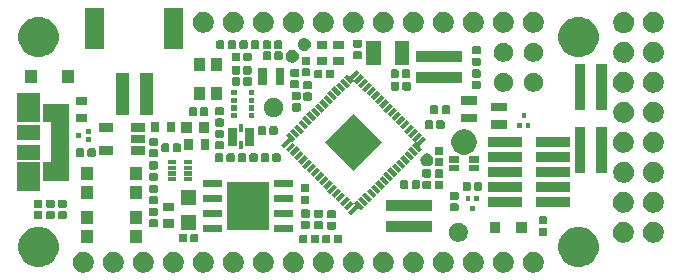
<source format=gbr>
G04 #@! TF.GenerationSoftware,KiCad,Pcbnew,5.1.4+dfsg1-1~bpo10+1*
G04 #@! TF.CreationDate,2020-01-31T15:28:30+01:00*
G04 #@! TF.ProjectId,quicklogic-quick-feather-board,71756963-6b6c-46f6-9769-632d71756963,rev?*
G04 #@! TF.SameCoordinates,Original*
G04 #@! TF.FileFunction,Soldermask,Top*
G04 #@! TF.FilePolarity,Negative*
%FSLAX46Y46*%
G04 Gerber Fmt 4.6, Leading zero omitted, Abs format (unit mm)*
G04 Created by KiCad (PCBNEW 5.1.4+dfsg1-1~bpo10+1) date 2020-01-31 15:28:30*
%MOMM*%
%LPD*%
G04 APERTURE LIST*
%ADD10C,0.100000*%
G04 APERTURE END LIST*
D10*
G36*
X152570312Y-114308164D02*
G01*
X152637326Y-114335922D01*
X152732098Y-114375178D01*
X152877703Y-114472468D01*
X153001532Y-114596297D01*
X153098822Y-114741902D01*
X153165836Y-114903689D01*
X153200000Y-115075441D01*
X153200000Y-115250559D01*
X153165836Y-115422311D01*
X153098822Y-115584098D01*
X153001532Y-115729703D01*
X152877703Y-115853532D01*
X152732098Y-115950822D01*
X152637326Y-115990078D01*
X152570312Y-116017836D01*
X152398559Y-116052000D01*
X152223441Y-116052000D01*
X152051688Y-116017836D01*
X151984674Y-115990078D01*
X151889902Y-115950822D01*
X151744297Y-115853532D01*
X151620468Y-115729703D01*
X151523178Y-115584098D01*
X151456164Y-115422311D01*
X151422000Y-115250559D01*
X151422000Y-115075441D01*
X151456164Y-114903689D01*
X151523178Y-114741902D01*
X151620468Y-114596297D01*
X151744297Y-114472468D01*
X151889902Y-114375178D01*
X151984674Y-114335922D01*
X152051688Y-114308164D01*
X152223441Y-114274000D01*
X152398559Y-114274000D01*
X152570312Y-114308164D01*
X152570312Y-114308164D01*
G37*
G36*
X147490312Y-114308164D02*
G01*
X147557326Y-114335922D01*
X147652098Y-114375178D01*
X147797703Y-114472468D01*
X147921532Y-114596297D01*
X148018822Y-114741902D01*
X148085836Y-114903689D01*
X148120000Y-115075441D01*
X148120000Y-115250559D01*
X148085836Y-115422311D01*
X148018822Y-115584098D01*
X147921532Y-115729703D01*
X147797703Y-115853532D01*
X147652098Y-115950822D01*
X147557326Y-115990078D01*
X147490312Y-116017836D01*
X147318559Y-116052000D01*
X147143441Y-116052000D01*
X146971688Y-116017836D01*
X146904674Y-115990078D01*
X146809902Y-115950822D01*
X146664297Y-115853532D01*
X146540468Y-115729703D01*
X146443178Y-115584098D01*
X146376164Y-115422311D01*
X146342000Y-115250559D01*
X146342000Y-115075441D01*
X146376164Y-114903689D01*
X146443178Y-114741902D01*
X146540468Y-114596297D01*
X146664297Y-114472468D01*
X146809902Y-114375178D01*
X146904674Y-114335922D01*
X146971688Y-114308164D01*
X147143441Y-114274000D01*
X147318559Y-114274000D01*
X147490312Y-114308164D01*
X147490312Y-114308164D01*
G37*
G36*
X132240312Y-114308164D02*
G01*
X132307326Y-114335922D01*
X132402098Y-114375178D01*
X132547703Y-114472468D01*
X132671532Y-114596297D01*
X132768822Y-114741902D01*
X132835836Y-114903689D01*
X132870000Y-115075441D01*
X132870000Y-115250559D01*
X132835836Y-115422311D01*
X132768822Y-115584098D01*
X132671532Y-115729703D01*
X132547703Y-115853532D01*
X132402098Y-115950822D01*
X132307326Y-115990078D01*
X132240312Y-116017836D01*
X132068559Y-116052000D01*
X131893441Y-116052000D01*
X131721688Y-116017836D01*
X131654674Y-115990078D01*
X131559902Y-115950822D01*
X131414297Y-115853532D01*
X131290468Y-115729703D01*
X131193178Y-115584098D01*
X131126164Y-115422311D01*
X131092000Y-115250559D01*
X131092000Y-115075441D01*
X131126164Y-114903689D01*
X131193178Y-114741902D01*
X131290468Y-114596297D01*
X131414297Y-114472468D01*
X131559902Y-114375178D01*
X131654674Y-114335922D01*
X131721688Y-114308164D01*
X131893441Y-114274000D01*
X132068559Y-114274000D01*
X132240312Y-114308164D01*
X132240312Y-114308164D01*
G37*
G36*
X134780312Y-114308164D02*
G01*
X134847326Y-114335922D01*
X134942098Y-114375178D01*
X135087703Y-114472468D01*
X135211532Y-114596297D01*
X135308822Y-114741902D01*
X135375836Y-114903689D01*
X135410000Y-115075441D01*
X135410000Y-115250559D01*
X135375836Y-115422311D01*
X135308822Y-115584098D01*
X135211532Y-115729703D01*
X135087703Y-115853532D01*
X134942098Y-115950822D01*
X134847326Y-115990078D01*
X134780312Y-116017836D01*
X134608559Y-116052000D01*
X134433441Y-116052000D01*
X134261688Y-116017836D01*
X134194674Y-115990078D01*
X134099902Y-115950822D01*
X133954297Y-115853532D01*
X133830468Y-115729703D01*
X133733178Y-115584098D01*
X133666164Y-115422311D01*
X133632000Y-115250559D01*
X133632000Y-115075441D01*
X133666164Y-114903689D01*
X133733178Y-114741902D01*
X133830468Y-114596297D01*
X133954297Y-114472468D01*
X134099902Y-114375178D01*
X134194674Y-114335922D01*
X134261688Y-114308164D01*
X134433441Y-114274000D01*
X134608559Y-114274000D01*
X134780312Y-114308164D01*
X134780312Y-114308164D01*
G37*
G36*
X129700312Y-114308164D02*
G01*
X129767326Y-114335922D01*
X129862098Y-114375178D01*
X130007703Y-114472468D01*
X130131532Y-114596297D01*
X130228822Y-114741902D01*
X130295836Y-114903689D01*
X130330000Y-115075441D01*
X130330000Y-115250559D01*
X130295836Y-115422311D01*
X130228822Y-115584098D01*
X130131532Y-115729703D01*
X130007703Y-115853532D01*
X129862098Y-115950822D01*
X129767326Y-115990078D01*
X129700312Y-116017836D01*
X129528559Y-116052000D01*
X129353441Y-116052000D01*
X129181688Y-116017836D01*
X129114674Y-115990078D01*
X129019902Y-115950822D01*
X128874297Y-115853532D01*
X128750468Y-115729703D01*
X128653178Y-115584098D01*
X128586164Y-115422311D01*
X128552000Y-115250559D01*
X128552000Y-115075441D01*
X128586164Y-114903689D01*
X128653178Y-114741902D01*
X128750468Y-114596297D01*
X128874297Y-114472468D01*
X129019902Y-114375178D01*
X129114674Y-114335922D01*
X129181688Y-114308164D01*
X129353441Y-114274000D01*
X129528559Y-114274000D01*
X129700312Y-114308164D01*
X129700312Y-114308164D01*
G37*
G36*
X137320312Y-114308164D02*
G01*
X137387326Y-114335922D01*
X137482098Y-114375178D01*
X137627703Y-114472468D01*
X137751532Y-114596297D01*
X137848822Y-114741902D01*
X137915836Y-114903689D01*
X137950000Y-115075441D01*
X137950000Y-115250559D01*
X137915836Y-115422311D01*
X137848822Y-115584098D01*
X137751532Y-115729703D01*
X137627703Y-115853532D01*
X137482098Y-115950822D01*
X137387326Y-115990078D01*
X137320312Y-116017836D01*
X137148559Y-116052000D01*
X136973441Y-116052000D01*
X136801688Y-116017836D01*
X136734674Y-115990078D01*
X136639902Y-115950822D01*
X136494297Y-115853532D01*
X136370468Y-115729703D01*
X136273178Y-115584098D01*
X136206164Y-115422311D01*
X136172000Y-115250559D01*
X136172000Y-115075441D01*
X136206164Y-114903689D01*
X136273178Y-114741902D01*
X136370468Y-114596297D01*
X136494297Y-114472468D01*
X136639902Y-114375178D01*
X136734674Y-114335922D01*
X136801688Y-114308164D01*
X136973441Y-114274000D01*
X137148559Y-114274000D01*
X137320312Y-114308164D01*
X137320312Y-114308164D01*
G37*
G36*
X155110312Y-114308164D02*
G01*
X155177326Y-114335922D01*
X155272098Y-114375178D01*
X155417703Y-114472468D01*
X155541532Y-114596297D01*
X155638822Y-114741902D01*
X155705836Y-114903689D01*
X155740000Y-115075441D01*
X155740000Y-115250559D01*
X155705836Y-115422311D01*
X155638822Y-115584098D01*
X155541532Y-115729703D01*
X155417703Y-115853532D01*
X155272098Y-115950822D01*
X155177326Y-115990078D01*
X155110312Y-116017836D01*
X154938559Y-116052000D01*
X154763441Y-116052000D01*
X154591688Y-116017836D01*
X154524674Y-115990078D01*
X154429902Y-115950822D01*
X154284297Y-115853532D01*
X154160468Y-115729703D01*
X154063178Y-115584098D01*
X153996164Y-115422311D01*
X153962000Y-115250559D01*
X153962000Y-115075441D01*
X153996164Y-114903689D01*
X154063178Y-114741902D01*
X154160468Y-114596297D01*
X154284297Y-114472468D01*
X154429902Y-114375178D01*
X154524674Y-114335922D01*
X154591688Y-114308164D01*
X154763441Y-114274000D01*
X154938559Y-114274000D01*
X155110312Y-114308164D01*
X155110312Y-114308164D01*
G37*
G36*
X162730312Y-114308164D02*
G01*
X162797326Y-114335922D01*
X162892098Y-114375178D01*
X163037703Y-114472468D01*
X163161532Y-114596297D01*
X163258822Y-114741902D01*
X163325836Y-114903689D01*
X163360000Y-115075441D01*
X163360000Y-115250559D01*
X163325836Y-115422311D01*
X163258822Y-115584098D01*
X163161532Y-115729703D01*
X163037703Y-115853532D01*
X162892098Y-115950822D01*
X162797326Y-115990078D01*
X162730312Y-116017836D01*
X162558559Y-116052000D01*
X162383441Y-116052000D01*
X162211688Y-116017836D01*
X162144674Y-115990078D01*
X162049902Y-115950822D01*
X161904297Y-115853532D01*
X161780468Y-115729703D01*
X161683178Y-115584098D01*
X161616164Y-115422311D01*
X161582000Y-115250559D01*
X161582000Y-115075441D01*
X161616164Y-114903689D01*
X161683178Y-114741902D01*
X161780468Y-114596297D01*
X161904297Y-114472468D01*
X162049902Y-114375178D01*
X162144674Y-114335922D01*
X162211688Y-114308164D01*
X162383441Y-114274000D01*
X162558559Y-114274000D01*
X162730312Y-114308164D01*
X162730312Y-114308164D01*
G37*
G36*
X167810312Y-114308164D02*
G01*
X167877326Y-114335922D01*
X167972098Y-114375178D01*
X168117703Y-114472468D01*
X168241532Y-114596297D01*
X168338822Y-114741902D01*
X168405836Y-114903689D01*
X168440000Y-115075441D01*
X168440000Y-115250559D01*
X168405836Y-115422311D01*
X168338822Y-115584098D01*
X168241532Y-115729703D01*
X168117703Y-115853532D01*
X167972098Y-115950822D01*
X167877326Y-115990078D01*
X167810312Y-116017836D01*
X167638559Y-116052000D01*
X167463441Y-116052000D01*
X167291688Y-116017836D01*
X167224674Y-115990078D01*
X167129902Y-115950822D01*
X166984297Y-115853532D01*
X166860468Y-115729703D01*
X166763178Y-115584098D01*
X166696164Y-115422311D01*
X166662000Y-115250559D01*
X166662000Y-115075441D01*
X166696164Y-114903689D01*
X166763178Y-114741902D01*
X166860468Y-114596297D01*
X166984297Y-114472468D01*
X167129902Y-114375178D01*
X167224674Y-114335922D01*
X167291688Y-114308164D01*
X167463441Y-114274000D01*
X167638559Y-114274000D01*
X167810312Y-114308164D01*
X167810312Y-114308164D01*
G37*
G36*
X150030312Y-114308164D02*
G01*
X150097326Y-114335922D01*
X150192098Y-114375178D01*
X150337703Y-114472468D01*
X150461532Y-114596297D01*
X150558822Y-114741902D01*
X150625836Y-114903689D01*
X150660000Y-115075441D01*
X150660000Y-115250559D01*
X150625836Y-115422311D01*
X150558822Y-115584098D01*
X150461532Y-115729703D01*
X150337703Y-115853532D01*
X150192098Y-115950822D01*
X150097326Y-115990078D01*
X150030312Y-116017836D01*
X149858559Y-116052000D01*
X149683441Y-116052000D01*
X149511688Y-116017836D01*
X149444674Y-115990078D01*
X149349902Y-115950822D01*
X149204297Y-115853532D01*
X149080468Y-115729703D01*
X148983178Y-115584098D01*
X148916164Y-115422311D01*
X148882000Y-115250559D01*
X148882000Y-115075441D01*
X148916164Y-114903689D01*
X148983178Y-114741902D01*
X149080468Y-114596297D01*
X149204297Y-114472468D01*
X149349902Y-114375178D01*
X149444674Y-114335922D01*
X149511688Y-114308164D01*
X149683441Y-114274000D01*
X149858559Y-114274000D01*
X150030312Y-114308164D01*
X150030312Y-114308164D01*
G37*
G36*
X157650312Y-114308164D02*
G01*
X157717326Y-114335922D01*
X157812098Y-114375178D01*
X157957703Y-114472468D01*
X158081532Y-114596297D01*
X158178822Y-114741902D01*
X158245836Y-114903689D01*
X158280000Y-115075441D01*
X158280000Y-115250559D01*
X158245836Y-115422311D01*
X158178822Y-115584098D01*
X158081532Y-115729703D01*
X157957703Y-115853532D01*
X157812098Y-115950822D01*
X157717326Y-115990078D01*
X157650312Y-116017836D01*
X157478559Y-116052000D01*
X157303441Y-116052000D01*
X157131688Y-116017836D01*
X157064674Y-115990078D01*
X156969902Y-115950822D01*
X156824297Y-115853532D01*
X156700468Y-115729703D01*
X156603178Y-115584098D01*
X156536164Y-115422311D01*
X156502000Y-115250559D01*
X156502000Y-115075441D01*
X156536164Y-114903689D01*
X156603178Y-114741902D01*
X156700468Y-114596297D01*
X156824297Y-114472468D01*
X156969902Y-114375178D01*
X157064674Y-114335922D01*
X157131688Y-114308164D01*
X157303441Y-114274000D01*
X157478559Y-114274000D01*
X157650312Y-114308164D01*
X157650312Y-114308164D01*
G37*
G36*
X160190312Y-114308164D02*
G01*
X160257326Y-114335922D01*
X160352098Y-114375178D01*
X160497703Y-114472468D01*
X160621532Y-114596297D01*
X160718822Y-114741902D01*
X160785836Y-114903689D01*
X160820000Y-115075441D01*
X160820000Y-115250559D01*
X160785836Y-115422311D01*
X160718822Y-115584098D01*
X160621532Y-115729703D01*
X160497703Y-115853532D01*
X160352098Y-115950822D01*
X160257326Y-115990078D01*
X160190312Y-116017836D01*
X160018559Y-116052000D01*
X159843441Y-116052000D01*
X159671688Y-116017836D01*
X159604674Y-115990078D01*
X159509902Y-115950822D01*
X159364297Y-115853532D01*
X159240468Y-115729703D01*
X159143178Y-115584098D01*
X159076164Y-115422311D01*
X159042000Y-115250559D01*
X159042000Y-115075441D01*
X159076164Y-114903689D01*
X159143178Y-114741902D01*
X159240468Y-114596297D01*
X159364297Y-114472468D01*
X159509902Y-114375178D01*
X159604674Y-114335922D01*
X159671688Y-114308164D01*
X159843441Y-114274000D01*
X160018559Y-114274000D01*
X160190312Y-114308164D01*
X160190312Y-114308164D01*
G37*
G36*
X142410312Y-114308164D02*
G01*
X142477326Y-114335922D01*
X142572098Y-114375178D01*
X142717703Y-114472468D01*
X142841532Y-114596297D01*
X142938822Y-114741902D01*
X143005836Y-114903689D01*
X143040000Y-115075441D01*
X143040000Y-115250559D01*
X143005836Y-115422311D01*
X142938822Y-115584098D01*
X142841532Y-115729703D01*
X142717703Y-115853532D01*
X142572098Y-115950822D01*
X142477326Y-115990078D01*
X142410312Y-116017836D01*
X142238559Y-116052000D01*
X142063441Y-116052000D01*
X141891688Y-116017836D01*
X141824674Y-115990078D01*
X141729902Y-115950822D01*
X141584297Y-115853532D01*
X141460468Y-115729703D01*
X141363178Y-115584098D01*
X141296164Y-115422311D01*
X141262000Y-115250559D01*
X141262000Y-115075441D01*
X141296164Y-114903689D01*
X141363178Y-114741902D01*
X141460468Y-114596297D01*
X141584297Y-114472468D01*
X141729902Y-114375178D01*
X141824674Y-114335922D01*
X141891688Y-114308164D01*
X142063441Y-114274000D01*
X142238559Y-114274000D01*
X142410312Y-114308164D01*
X142410312Y-114308164D01*
G37*
G36*
X144950312Y-114308164D02*
G01*
X145017326Y-114335922D01*
X145112098Y-114375178D01*
X145257703Y-114472468D01*
X145381532Y-114596297D01*
X145478822Y-114741902D01*
X145545836Y-114903689D01*
X145580000Y-115075441D01*
X145580000Y-115250559D01*
X145545836Y-115422311D01*
X145478822Y-115584098D01*
X145381532Y-115729703D01*
X145257703Y-115853532D01*
X145112098Y-115950822D01*
X145017326Y-115990078D01*
X144950312Y-116017836D01*
X144778559Y-116052000D01*
X144603441Y-116052000D01*
X144431688Y-116017836D01*
X144364674Y-115990078D01*
X144269902Y-115950822D01*
X144124297Y-115853532D01*
X144000468Y-115729703D01*
X143903178Y-115584098D01*
X143836164Y-115422311D01*
X143802000Y-115250559D01*
X143802000Y-115075441D01*
X143836164Y-114903689D01*
X143903178Y-114741902D01*
X144000468Y-114596297D01*
X144124297Y-114472468D01*
X144269902Y-114375178D01*
X144364674Y-114335922D01*
X144431688Y-114308164D01*
X144603441Y-114274000D01*
X144778559Y-114274000D01*
X144950312Y-114308164D01*
X144950312Y-114308164D01*
G37*
G36*
X139870312Y-114308164D02*
G01*
X139937326Y-114335922D01*
X140032098Y-114375178D01*
X140177703Y-114472468D01*
X140301532Y-114596297D01*
X140398822Y-114741902D01*
X140465836Y-114903689D01*
X140500000Y-115075441D01*
X140500000Y-115250559D01*
X140465836Y-115422311D01*
X140398822Y-115584098D01*
X140301532Y-115729703D01*
X140177703Y-115853532D01*
X140032098Y-115950822D01*
X139937326Y-115990078D01*
X139870312Y-116017836D01*
X139698559Y-116052000D01*
X139523441Y-116052000D01*
X139351688Y-116017836D01*
X139284674Y-115990078D01*
X139189902Y-115950822D01*
X139044297Y-115853532D01*
X138920468Y-115729703D01*
X138823178Y-115584098D01*
X138756164Y-115422311D01*
X138722000Y-115250559D01*
X138722000Y-115075441D01*
X138756164Y-114903689D01*
X138823178Y-114741902D01*
X138920468Y-114596297D01*
X139044297Y-114472468D01*
X139189902Y-114375178D01*
X139284674Y-114335922D01*
X139351688Y-114308164D01*
X139523441Y-114274000D01*
X139698559Y-114274000D01*
X139870312Y-114308164D01*
X139870312Y-114308164D01*
G37*
G36*
X165270312Y-114308164D02*
G01*
X165337326Y-114335922D01*
X165432098Y-114375178D01*
X165577703Y-114472468D01*
X165701532Y-114596297D01*
X165798822Y-114741902D01*
X165865836Y-114903689D01*
X165900000Y-115075441D01*
X165900000Y-115250559D01*
X165865836Y-115422311D01*
X165798822Y-115584098D01*
X165701532Y-115729703D01*
X165577703Y-115853532D01*
X165432098Y-115950822D01*
X165337326Y-115990078D01*
X165270312Y-116017836D01*
X165098559Y-116052000D01*
X164923441Y-116052000D01*
X164751688Y-116017836D01*
X164684674Y-115990078D01*
X164589902Y-115950822D01*
X164444297Y-115853532D01*
X164320468Y-115729703D01*
X164223178Y-115584098D01*
X164156164Y-115422311D01*
X164122000Y-115250559D01*
X164122000Y-115075441D01*
X164156164Y-114903689D01*
X164223178Y-114741902D01*
X164320468Y-114596297D01*
X164444297Y-114472468D01*
X164589902Y-114375178D01*
X164684674Y-114335922D01*
X164751688Y-114308164D01*
X164923441Y-114274000D01*
X165098559Y-114274000D01*
X165270312Y-114308164D01*
X165270312Y-114308164D01*
G37*
G36*
X171633487Y-112185856D02*
G01*
X171871497Y-112233199D01*
X172045053Y-112305089D01*
X172181203Y-112361484D01*
X172459933Y-112547725D01*
X172696975Y-112784767D01*
X172883216Y-113063497D01*
X172915839Y-113142256D01*
X173011501Y-113373203D01*
X173076900Y-113701987D01*
X173076900Y-114037213D01*
X173011501Y-114365997D01*
X172967399Y-114472468D01*
X172883216Y-114675703D01*
X172696975Y-114954433D01*
X172459933Y-115191475D01*
X172181203Y-115377716D01*
X172052919Y-115430853D01*
X171871497Y-115506001D01*
X171652308Y-115549600D01*
X171542714Y-115571400D01*
X171207486Y-115571400D01*
X171097892Y-115549600D01*
X170878703Y-115506001D01*
X170697281Y-115430853D01*
X170568997Y-115377716D01*
X170290267Y-115191475D01*
X170053225Y-114954433D01*
X169866984Y-114675703D01*
X169782801Y-114472468D01*
X169738699Y-114365997D01*
X169673300Y-114037213D01*
X169673300Y-113701987D01*
X169738699Y-113373203D01*
X169834361Y-113142256D01*
X169866984Y-113063497D01*
X170053225Y-112784767D01*
X170290267Y-112547725D01*
X170568997Y-112361484D01*
X170705147Y-112305089D01*
X170878703Y-112233199D01*
X171116713Y-112185856D01*
X171207486Y-112167800D01*
X171542714Y-112167800D01*
X171633487Y-112185856D01*
X171633487Y-112185856D01*
G37*
G36*
X125913487Y-112185856D02*
G01*
X126151497Y-112233199D01*
X126325053Y-112305089D01*
X126461203Y-112361484D01*
X126739933Y-112547725D01*
X126976975Y-112784767D01*
X127163216Y-113063497D01*
X127195839Y-113142256D01*
X127291501Y-113373203D01*
X127356900Y-113701987D01*
X127356900Y-114037213D01*
X127291501Y-114365997D01*
X127247399Y-114472468D01*
X127163216Y-114675703D01*
X126976975Y-114954433D01*
X126739933Y-115191475D01*
X126461203Y-115377716D01*
X126332919Y-115430853D01*
X126151497Y-115506001D01*
X125932308Y-115549600D01*
X125822714Y-115571400D01*
X125487486Y-115571400D01*
X125377892Y-115549600D01*
X125158703Y-115506001D01*
X124977281Y-115430853D01*
X124848997Y-115377716D01*
X124570267Y-115191475D01*
X124333225Y-114954433D01*
X124146984Y-114675703D01*
X124062801Y-114472468D01*
X124018699Y-114365997D01*
X123953300Y-114037213D01*
X123953300Y-113701987D01*
X124018699Y-113373203D01*
X124114361Y-113142256D01*
X124146984Y-113063497D01*
X124333225Y-112784767D01*
X124570267Y-112547725D01*
X124848997Y-112361484D01*
X124985147Y-112305089D01*
X125158703Y-112233199D01*
X125396713Y-112185856D01*
X125487486Y-112167800D01*
X125822714Y-112167800D01*
X125913487Y-112185856D01*
X125913487Y-112185856D01*
G37*
G36*
X151226824Y-112832080D02*
G01*
X151254545Y-112840490D01*
X151280089Y-112854144D01*
X151302480Y-112872520D01*
X151320856Y-112894911D01*
X151334510Y-112920455D01*
X151342920Y-112948176D01*
X151346000Y-112979453D01*
X151346000Y-113420547D01*
X151342920Y-113451824D01*
X151334510Y-113479545D01*
X151320856Y-113505089D01*
X151302480Y-113527480D01*
X151280089Y-113545856D01*
X151254545Y-113559510D01*
X151226824Y-113567920D01*
X151195547Y-113571000D01*
X150804453Y-113571000D01*
X150773176Y-113567920D01*
X150745455Y-113559510D01*
X150719911Y-113545856D01*
X150697520Y-113527480D01*
X150679144Y-113505089D01*
X150665490Y-113479545D01*
X150657080Y-113451824D01*
X150654000Y-113420547D01*
X150654000Y-112979453D01*
X150657080Y-112948176D01*
X150665490Y-112920455D01*
X150679144Y-112894911D01*
X150697520Y-112872520D01*
X150719911Y-112854144D01*
X150745455Y-112840490D01*
X150773176Y-112832080D01*
X150804453Y-112829000D01*
X151195547Y-112829000D01*
X151226824Y-112832080D01*
X151226824Y-112832080D01*
G37*
G36*
X150256824Y-112832080D02*
G01*
X150284545Y-112840490D01*
X150310089Y-112854144D01*
X150332480Y-112872520D01*
X150350856Y-112894911D01*
X150364510Y-112920455D01*
X150372920Y-112948176D01*
X150376000Y-112979453D01*
X150376000Y-113420547D01*
X150372920Y-113451824D01*
X150364510Y-113479545D01*
X150350856Y-113505089D01*
X150332480Y-113527480D01*
X150310089Y-113545856D01*
X150284545Y-113559510D01*
X150256824Y-113567920D01*
X150225547Y-113571000D01*
X149834453Y-113571000D01*
X149803176Y-113567920D01*
X149775455Y-113559510D01*
X149749911Y-113545856D01*
X149727520Y-113527480D01*
X149709144Y-113505089D01*
X149695490Y-113479545D01*
X149687080Y-113451824D01*
X149684000Y-113420547D01*
X149684000Y-112979453D01*
X149687080Y-112948176D01*
X149695490Y-112920455D01*
X149709144Y-112894911D01*
X149727520Y-112872520D01*
X149749911Y-112854144D01*
X149775455Y-112840490D01*
X149803176Y-112832080D01*
X149834453Y-112829000D01*
X150225547Y-112829000D01*
X150256824Y-112832080D01*
X150256824Y-112832080D01*
G37*
G36*
X149281824Y-112822080D02*
G01*
X149309545Y-112830490D01*
X149335089Y-112844144D01*
X149357480Y-112862520D01*
X149375856Y-112884911D01*
X149389510Y-112910455D01*
X149397920Y-112938176D01*
X149401000Y-112969453D01*
X149401000Y-113410547D01*
X149397920Y-113441824D01*
X149389510Y-113469545D01*
X149375856Y-113495089D01*
X149357480Y-113517480D01*
X149335089Y-113535856D01*
X149309545Y-113549510D01*
X149281824Y-113557920D01*
X149250547Y-113561000D01*
X148859453Y-113561000D01*
X148828176Y-113557920D01*
X148800455Y-113549510D01*
X148774911Y-113535856D01*
X148752520Y-113517480D01*
X148734144Y-113495089D01*
X148720490Y-113469545D01*
X148712080Y-113441824D01*
X148709000Y-113410547D01*
X148709000Y-112969453D01*
X148712080Y-112938176D01*
X148720490Y-112910455D01*
X148734144Y-112884911D01*
X148752520Y-112862520D01*
X148774911Y-112844144D01*
X148800455Y-112830490D01*
X148828176Y-112822080D01*
X148859453Y-112819000D01*
X149250547Y-112819000D01*
X149281824Y-112822080D01*
X149281824Y-112822080D01*
G37*
G36*
X148311824Y-112822080D02*
G01*
X148339545Y-112830490D01*
X148365089Y-112844144D01*
X148387480Y-112862520D01*
X148405856Y-112884911D01*
X148419510Y-112910455D01*
X148427920Y-112938176D01*
X148431000Y-112969453D01*
X148431000Y-113410547D01*
X148427920Y-113441824D01*
X148419510Y-113469545D01*
X148405856Y-113495089D01*
X148387480Y-113517480D01*
X148365089Y-113535856D01*
X148339545Y-113549510D01*
X148311824Y-113557920D01*
X148280547Y-113561000D01*
X147889453Y-113561000D01*
X147858176Y-113557920D01*
X147830455Y-113549510D01*
X147804911Y-113535856D01*
X147782520Y-113517480D01*
X147764144Y-113495089D01*
X147750490Y-113469545D01*
X147742080Y-113441824D01*
X147739000Y-113410547D01*
X147739000Y-112969453D01*
X147742080Y-112938176D01*
X147750490Y-112910455D01*
X147764144Y-112884911D01*
X147782520Y-112862520D01*
X147804911Y-112844144D01*
X147830455Y-112830490D01*
X147858176Y-112822080D01*
X147889453Y-112819000D01*
X148280547Y-112819000D01*
X148311824Y-112822080D01*
X148311824Y-112822080D01*
G37*
G36*
X177970312Y-111768164D02*
G01*
X178010742Y-111784911D01*
X178132098Y-111835178D01*
X178277703Y-111932468D01*
X178401532Y-112056297D01*
X178498822Y-112201902D01*
X178519500Y-112251824D01*
X178565836Y-112363688D01*
X178600000Y-112535441D01*
X178600000Y-112710559D01*
X178565836Y-112882312D01*
X178543682Y-112935796D01*
X178498822Y-113044098D01*
X178401532Y-113189703D01*
X178277703Y-113313532D01*
X178132098Y-113410822D01*
X178057252Y-113441824D01*
X177970312Y-113477836D01*
X177798559Y-113512000D01*
X177623441Y-113512000D01*
X177451688Y-113477836D01*
X177364748Y-113441824D01*
X177289902Y-113410822D01*
X177144297Y-113313532D01*
X177020468Y-113189703D01*
X176923178Y-113044098D01*
X176878318Y-112935796D01*
X176856164Y-112882312D01*
X176822000Y-112710559D01*
X176822000Y-112535441D01*
X176856164Y-112363688D01*
X176902500Y-112251824D01*
X176923178Y-112201902D01*
X177020468Y-112056297D01*
X177144297Y-111932468D01*
X177289902Y-111835178D01*
X177411258Y-111784911D01*
X177451688Y-111768164D01*
X177623441Y-111734000D01*
X177798559Y-111734000D01*
X177970312Y-111768164D01*
X177970312Y-111768164D01*
G37*
G36*
X175430312Y-111768164D02*
G01*
X175470742Y-111784911D01*
X175592098Y-111835178D01*
X175737703Y-111932468D01*
X175861532Y-112056297D01*
X175958822Y-112201902D01*
X175979500Y-112251824D01*
X176025836Y-112363688D01*
X176060000Y-112535441D01*
X176060000Y-112710559D01*
X176025836Y-112882312D01*
X176003682Y-112935796D01*
X175958822Y-113044098D01*
X175861532Y-113189703D01*
X175737703Y-113313532D01*
X175592098Y-113410822D01*
X175517252Y-113441824D01*
X175430312Y-113477836D01*
X175258559Y-113512000D01*
X175083441Y-113512000D01*
X174911688Y-113477836D01*
X174824748Y-113441824D01*
X174749902Y-113410822D01*
X174604297Y-113313532D01*
X174480468Y-113189703D01*
X174383178Y-113044098D01*
X174338318Y-112935796D01*
X174316164Y-112882312D01*
X174282000Y-112710559D01*
X174282000Y-112535441D01*
X174316164Y-112363688D01*
X174362500Y-112251824D01*
X174383178Y-112201902D01*
X174480468Y-112056297D01*
X174604297Y-111932468D01*
X174749902Y-111835178D01*
X174871258Y-111784911D01*
X174911688Y-111768164D01*
X175083441Y-111734000D01*
X175258559Y-111734000D01*
X175430312Y-111768164D01*
X175430312Y-111768164D01*
G37*
G36*
X130281000Y-113501000D02*
G01*
X129279000Y-113501000D01*
X129279000Y-112399000D01*
X130281000Y-112399000D01*
X130281000Y-113501000D01*
X130281000Y-113501000D01*
G37*
G36*
X134381000Y-113501000D02*
G01*
X133379000Y-113501000D01*
X133379000Y-112399000D01*
X134381000Y-112399000D01*
X134381000Y-113501000D01*
X134381000Y-113501000D01*
G37*
G36*
X139081824Y-112742080D02*
G01*
X139109545Y-112750490D01*
X139135089Y-112764144D01*
X139157480Y-112782520D01*
X139175856Y-112804911D01*
X139189510Y-112830455D01*
X139197920Y-112858176D01*
X139201000Y-112889453D01*
X139201000Y-113330547D01*
X139197920Y-113361824D01*
X139189510Y-113389545D01*
X139175856Y-113415089D01*
X139157480Y-113437480D01*
X139135089Y-113455856D01*
X139109545Y-113469510D01*
X139081824Y-113477920D01*
X139050547Y-113481000D01*
X138659453Y-113481000D01*
X138628176Y-113477920D01*
X138600455Y-113469510D01*
X138574911Y-113455856D01*
X138552520Y-113437480D01*
X138534144Y-113415089D01*
X138520490Y-113389545D01*
X138512080Y-113361824D01*
X138509000Y-113330547D01*
X138509000Y-112889453D01*
X138512080Y-112858176D01*
X138520490Y-112830455D01*
X138534144Y-112804911D01*
X138552520Y-112782520D01*
X138574911Y-112764144D01*
X138600455Y-112750490D01*
X138628176Y-112742080D01*
X138659453Y-112739000D01*
X139050547Y-112739000D01*
X139081824Y-112742080D01*
X139081824Y-112742080D01*
G37*
G36*
X138111824Y-112742080D02*
G01*
X138139545Y-112750490D01*
X138165089Y-112764144D01*
X138187480Y-112782520D01*
X138205856Y-112804911D01*
X138219510Y-112830455D01*
X138227920Y-112858176D01*
X138231000Y-112889453D01*
X138231000Y-113330547D01*
X138227920Y-113361824D01*
X138219510Y-113389545D01*
X138205856Y-113415089D01*
X138187480Y-113437480D01*
X138165089Y-113455856D01*
X138139545Y-113469510D01*
X138111824Y-113477920D01*
X138080547Y-113481000D01*
X137689453Y-113481000D01*
X137658176Y-113477920D01*
X137630455Y-113469510D01*
X137604911Y-113455856D01*
X137582520Y-113437480D01*
X137564144Y-113415089D01*
X137550490Y-113389545D01*
X137542080Y-113361824D01*
X137539000Y-113330547D01*
X137539000Y-112889453D01*
X137542080Y-112858176D01*
X137550490Y-112830455D01*
X137564144Y-112804911D01*
X137582520Y-112782520D01*
X137604911Y-112764144D01*
X137630455Y-112750490D01*
X137658176Y-112742080D01*
X137689453Y-112739000D01*
X138080547Y-112739000D01*
X138111824Y-112742080D01*
X138111824Y-112742080D01*
G37*
G36*
X161433142Y-111842242D02*
G01*
X161581098Y-111903528D01*
X161581100Y-111903529D01*
X161714257Y-111992501D01*
X161827499Y-112105743D01*
X161916471Y-112238900D01*
X161916472Y-112238902D01*
X161977758Y-112386858D01*
X162009000Y-112543925D01*
X162009000Y-112704073D01*
X161977758Y-112861142D01*
X161928751Y-112979453D01*
X161916471Y-113009100D01*
X161827499Y-113142257D01*
X161714257Y-113255499D01*
X161581100Y-113344471D01*
X161581099Y-113344472D01*
X161581098Y-113344472D01*
X161433142Y-113405758D01*
X161276075Y-113437000D01*
X161115925Y-113437000D01*
X160958858Y-113405758D01*
X160810902Y-113344472D01*
X160810901Y-113344472D01*
X160810900Y-113344471D01*
X160677743Y-113255499D01*
X160564501Y-113142257D01*
X160475529Y-113009100D01*
X160463249Y-112979453D01*
X160414242Y-112861142D01*
X160383000Y-112704073D01*
X160383000Y-112543925D01*
X160414242Y-112386858D01*
X160475528Y-112238902D01*
X160475529Y-112238900D01*
X160564501Y-112105743D01*
X160677743Y-111992501D01*
X160810900Y-111903529D01*
X160810902Y-111903528D01*
X160958858Y-111842242D01*
X161115925Y-111811000D01*
X161276075Y-111811000D01*
X161433142Y-111842242D01*
X161433142Y-111842242D01*
G37*
G36*
X168631824Y-112242080D02*
G01*
X168659545Y-112250490D01*
X168685089Y-112264144D01*
X168707480Y-112282520D01*
X168725856Y-112304911D01*
X168739510Y-112330455D01*
X168747920Y-112358176D01*
X168751000Y-112389453D01*
X168751000Y-112780547D01*
X168747920Y-112811824D01*
X168739510Y-112839545D01*
X168725856Y-112865089D01*
X168707480Y-112887480D01*
X168685089Y-112905856D01*
X168659545Y-112919510D01*
X168631824Y-112927920D01*
X168600547Y-112931000D01*
X168159453Y-112931000D01*
X168128176Y-112927920D01*
X168100455Y-112919510D01*
X168074911Y-112905856D01*
X168052520Y-112887480D01*
X168034144Y-112865089D01*
X168020490Y-112839545D01*
X168012080Y-112811824D01*
X168009000Y-112780547D01*
X168009000Y-112389453D01*
X168012080Y-112358176D01*
X168020490Y-112330455D01*
X168034144Y-112304911D01*
X168052520Y-112282520D01*
X168074911Y-112264144D01*
X168100455Y-112250490D01*
X168128176Y-112242080D01*
X168159453Y-112239000D01*
X168600547Y-112239000D01*
X168631824Y-112242080D01*
X168631824Y-112242080D01*
G37*
G36*
X164746000Y-112671000D02*
G01*
X163844000Y-112671000D01*
X163844000Y-111769000D01*
X164746000Y-111769000D01*
X164746000Y-112671000D01*
X164746000Y-112671000D01*
G37*
G36*
X166996000Y-112671000D02*
G01*
X166094000Y-112671000D01*
X166094000Y-111769000D01*
X166996000Y-111769000D01*
X166996000Y-112671000D01*
X166996000Y-112671000D01*
G37*
G36*
X158941000Y-112611000D02*
G01*
X155039000Y-112611000D01*
X155039000Y-111709000D01*
X158941000Y-111709000D01*
X158941000Y-112611000D01*
X158941000Y-112611000D01*
G37*
G36*
X147201000Y-112606000D02*
G01*
X145599000Y-112606000D01*
X145599000Y-112004000D01*
X147201000Y-112004000D01*
X147201000Y-112606000D01*
X147201000Y-112606000D01*
G37*
G36*
X141201000Y-112606000D02*
G01*
X139599000Y-112606000D01*
X139599000Y-112004000D01*
X141201000Y-112004000D01*
X141201000Y-112606000D01*
X141201000Y-112606000D01*
G37*
G36*
X145151000Y-112451000D02*
G01*
X141649000Y-112451000D01*
X141649000Y-108349000D01*
X145151000Y-108349000D01*
X145151000Y-112451000D01*
X145151000Y-112451000D01*
G37*
G36*
X139021000Y-112431000D02*
G01*
X137719000Y-112431000D01*
X137719000Y-111129000D01*
X139021000Y-111129000D01*
X139021000Y-112431000D01*
X139021000Y-112431000D01*
G37*
G36*
X150721824Y-111722080D02*
G01*
X150749545Y-111730490D01*
X150775089Y-111744144D01*
X150797480Y-111762520D01*
X150815856Y-111784911D01*
X150829510Y-111810455D01*
X150837920Y-111838176D01*
X150841000Y-111869453D01*
X150841000Y-112260547D01*
X150837920Y-112291824D01*
X150829510Y-112319545D01*
X150815856Y-112345089D01*
X150797480Y-112367480D01*
X150775089Y-112385856D01*
X150749545Y-112399510D01*
X150721824Y-112407920D01*
X150690547Y-112411000D01*
X150249453Y-112411000D01*
X150218176Y-112407920D01*
X150190455Y-112399510D01*
X150164911Y-112385856D01*
X150142520Y-112367480D01*
X150124144Y-112345089D01*
X150110490Y-112319545D01*
X150102080Y-112291824D01*
X150099000Y-112260547D01*
X150099000Y-111869453D01*
X150102080Y-111838176D01*
X150110490Y-111810455D01*
X150124144Y-111784911D01*
X150142520Y-111762520D01*
X150164911Y-111744144D01*
X150190455Y-111730490D01*
X150218176Y-111722080D01*
X150249453Y-111719000D01*
X150690547Y-111719000D01*
X150721824Y-111722080D01*
X150721824Y-111722080D01*
G37*
G36*
X149611824Y-111682080D02*
G01*
X149639545Y-111690490D01*
X149665089Y-111704144D01*
X149687480Y-111722520D01*
X149705856Y-111744911D01*
X149719510Y-111770455D01*
X149727920Y-111798176D01*
X149731000Y-111829453D01*
X149731000Y-112220547D01*
X149727920Y-112251824D01*
X149719510Y-112279545D01*
X149705856Y-112305089D01*
X149687480Y-112327480D01*
X149665089Y-112345856D01*
X149639545Y-112359510D01*
X149611824Y-112367920D01*
X149580547Y-112371000D01*
X149139453Y-112371000D01*
X149108176Y-112367920D01*
X149080455Y-112359510D01*
X149054911Y-112345856D01*
X149032520Y-112327480D01*
X149014144Y-112305089D01*
X149000490Y-112279545D01*
X148992080Y-112251824D01*
X148989000Y-112220547D01*
X148989000Y-111829453D01*
X148992080Y-111798176D01*
X149000490Y-111770455D01*
X149014144Y-111744911D01*
X149032520Y-111722520D01*
X149054911Y-111704144D01*
X149080455Y-111690490D01*
X149108176Y-111682080D01*
X149139453Y-111679000D01*
X149580547Y-111679000D01*
X149611824Y-111682080D01*
X149611824Y-111682080D01*
G37*
G36*
X148501824Y-111662080D02*
G01*
X148529545Y-111670490D01*
X148555089Y-111684144D01*
X148577480Y-111702520D01*
X148595856Y-111724911D01*
X148609510Y-111750455D01*
X148617920Y-111778176D01*
X148621000Y-111809453D01*
X148621000Y-112200547D01*
X148617920Y-112231824D01*
X148609510Y-112259545D01*
X148595856Y-112285089D01*
X148577480Y-112307480D01*
X148555089Y-112325856D01*
X148529545Y-112339510D01*
X148501824Y-112347920D01*
X148470547Y-112351000D01*
X148029453Y-112351000D01*
X147998176Y-112347920D01*
X147970455Y-112339510D01*
X147944911Y-112325856D01*
X147922520Y-112307480D01*
X147904144Y-112285089D01*
X147890490Y-112259545D01*
X147882080Y-112231824D01*
X147879000Y-112200547D01*
X147879000Y-111809453D01*
X147882080Y-111778176D01*
X147890490Y-111750455D01*
X147904144Y-111724911D01*
X147922520Y-111702520D01*
X147944911Y-111684144D01*
X147970455Y-111670490D01*
X147998176Y-111662080D01*
X148029453Y-111659000D01*
X148470547Y-111659000D01*
X148501824Y-111662080D01*
X148501824Y-111662080D01*
G37*
G36*
X137131000Y-112231000D02*
G01*
X136229000Y-112231000D01*
X136229000Y-111529000D01*
X137131000Y-111529000D01*
X137131000Y-112231000D01*
X137131000Y-112231000D01*
G37*
G36*
X135631824Y-111522080D02*
G01*
X135659545Y-111530490D01*
X135685089Y-111544144D01*
X135707480Y-111562520D01*
X135725856Y-111584911D01*
X135739510Y-111610455D01*
X135747920Y-111638176D01*
X135751000Y-111669453D01*
X135751000Y-112060547D01*
X135747920Y-112091824D01*
X135739510Y-112119545D01*
X135725856Y-112145089D01*
X135707480Y-112167480D01*
X135685089Y-112185856D01*
X135659545Y-112199510D01*
X135631824Y-112207920D01*
X135600547Y-112211000D01*
X135159453Y-112211000D01*
X135128176Y-112207920D01*
X135100455Y-112199510D01*
X135074911Y-112185856D01*
X135052520Y-112167480D01*
X135034144Y-112145089D01*
X135020490Y-112119545D01*
X135012080Y-112091824D01*
X135009000Y-112060547D01*
X135009000Y-111669453D01*
X135012080Y-111638176D01*
X135020490Y-111610455D01*
X135034144Y-111584911D01*
X135052520Y-111562520D01*
X135074911Y-111544144D01*
X135100455Y-111530490D01*
X135128176Y-111522080D01*
X135159453Y-111519000D01*
X135600547Y-111519000D01*
X135631824Y-111522080D01*
X135631824Y-111522080D01*
G37*
G36*
X168631824Y-111272080D02*
G01*
X168659545Y-111280490D01*
X168685089Y-111294144D01*
X168707480Y-111312520D01*
X168725856Y-111334911D01*
X168739510Y-111360455D01*
X168747920Y-111388176D01*
X168751000Y-111419453D01*
X168751000Y-111810547D01*
X168747920Y-111841824D01*
X168739510Y-111869545D01*
X168725856Y-111895089D01*
X168707480Y-111917480D01*
X168685089Y-111935856D01*
X168659545Y-111949510D01*
X168631824Y-111957920D01*
X168600547Y-111961000D01*
X168159453Y-111961000D01*
X168128176Y-111957920D01*
X168100455Y-111949510D01*
X168074911Y-111935856D01*
X168052520Y-111917480D01*
X168034144Y-111895089D01*
X168020490Y-111869545D01*
X168012080Y-111841824D01*
X168009000Y-111810547D01*
X168009000Y-111419453D01*
X168012080Y-111388176D01*
X168020490Y-111360455D01*
X168034144Y-111334911D01*
X168052520Y-111312520D01*
X168074911Y-111294144D01*
X168100455Y-111280490D01*
X168128176Y-111272080D01*
X168159453Y-111269000D01*
X168600547Y-111269000D01*
X168631824Y-111272080D01*
X168631824Y-111272080D01*
G37*
G36*
X130281000Y-111901000D02*
G01*
X129279000Y-111901000D01*
X129279000Y-110799000D01*
X130281000Y-110799000D01*
X130281000Y-111901000D01*
X130281000Y-111901000D01*
G37*
G36*
X134381000Y-111901000D02*
G01*
X133379000Y-111901000D01*
X133379000Y-110799000D01*
X134381000Y-110799000D01*
X134381000Y-111901000D01*
X134381000Y-111901000D01*
G37*
G36*
X127921824Y-110832080D02*
G01*
X127949545Y-110840490D01*
X127975089Y-110854144D01*
X127997480Y-110872520D01*
X128015856Y-110894911D01*
X128029510Y-110920455D01*
X128037920Y-110948176D01*
X128041000Y-110979453D01*
X128041000Y-111370547D01*
X128037920Y-111401824D01*
X128029510Y-111429545D01*
X128015856Y-111455089D01*
X127997480Y-111477480D01*
X127975089Y-111495856D01*
X127949545Y-111509510D01*
X127921824Y-111517920D01*
X127890547Y-111521000D01*
X127449453Y-111521000D01*
X127418176Y-111517920D01*
X127390455Y-111509510D01*
X127364911Y-111495856D01*
X127342520Y-111477480D01*
X127324144Y-111455089D01*
X127310490Y-111429545D01*
X127302080Y-111401824D01*
X127299000Y-111370547D01*
X127299000Y-110979453D01*
X127302080Y-110948176D01*
X127310490Y-110920455D01*
X127324144Y-110894911D01*
X127342520Y-110872520D01*
X127364911Y-110854144D01*
X127390455Y-110840490D01*
X127418176Y-110832080D01*
X127449453Y-110829000D01*
X127890547Y-110829000D01*
X127921824Y-110832080D01*
X127921824Y-110832080D01*
G37*
G36*
X125861824Y-110832080D02*
G01*
X125889545Y-110840490D01*
X125915089Y-110854144D01*
X125937480Y-110872520D01*
X125955856Y-110894911D01*
X125969510Y-110920455D01*
X125977920Y-110948176D01*
X125981000Y-110979453D01*
X125981000Y-111370547D01*
X125977920Y-111401824D01*
X125969510Y-111429545D01*
X125955856Y-111455089D01*
X125937480Y-111477480D01*
X125915089Y-111495856D01*
X125889545Y-111509510D01*
X125861824Y-111517920D01*
X125830547Y-111521000D01*
X125389453Y-111521000D01*
X125358176Y-111517920D01*
X125330455Y-111509510D01*
X125304911Y-111495856D01*
X125282520Y-111477480D01*
X125264144Y-111455089D01*
X125250490Y-111429545D01*
X125242080Y-111401824D01*
X125239000Y-111370547D01*
X125239000Y-110979453D01*
X125242080Y-110948176D01*
X125250490Y-110920455D01*
X125264144Y-110894911D01*
X125282520Y-110872520D01*
X125304911Y-110854144D01*
X125330455Y-110840490D01*
X125358176Y-110832080D01*
X125389453Y-110829000D01*
X125830547Y-110829000D01*
X125861824Y-110832080D01*
X125861824Y-110832080D01*
G37*
G36*
X126901824Y-110832080D02*
G01*
X126929545Y-110840490D01*
X126955089Y-110854144D01*
X126977480Y-110872520D01*
X126995856Y-110894911D01*
X127009510Y-110920455D01*
X127017920Y-110948176D01*
X127021000Y-110979453D01*
X127021000Y-111370547D01*
X127017920Y-111401824D01*
X127009510Y-111429545D01*
X126995856Y-111455089D01*
X126977480Y-111477480D01*
X126955089Y-111495856D01*
X126929545Y-111509510D01*
X126901824Y-111517920D01*
X126870547Y-111521000D01*
X126429453Y-111521000D01*
X126398176Y-111517920D01*
X126370455Y-111509510D01*
X126344911Y-111495856D01*
X126322520Y-111477480D01*
X126304144Y-111455089D01*
X126290490Y-111429545D01*
X126282080Y-111401824D01*
X126279000Y-111370547D01*
X126279000Y-110979453D01*
X126282080Y-110948176D01*
X126290490Y-110920455D01*
X126304144Y-110894911D01*
X126322520Y-110872520D01*
X126344911Y-110854144D01*
X126370455Y-110840490D01*
X126398176Y-110832080D01*
X126429453Y-110829000D01*
X126870547Y-110829000D01*
X126901824Y-110832080D01*
X126901824Y-110832080D01*
G37*
G36*
X150721824Y-110752080D02*
G01*
X150749545Y-110760490D01*
X150775089Y-110774144D01*
X150797480Y-110792520D01*
X150815856Y-110814911D01*
X150829510Y-110840455D01*
X150837920Y-110868176D01*
X150841000Y-110899453D01*
X150841000Y-111290547D01*
X150837920Y-111321824D01*
X150829510Y-111349545D01*
X150815856Y-111375089D01*
X150797480Y-111397480D01*
X150775089Y-111415856D01*
X150749545Y-111429510D01*
X150721824Y-111437920D01*
X150690547Y-111441000D01*
X150249453Y-111441000D01*
X150218176Y-111437920D01*
X150190455Y-111429510D01*
X150164911Y-111415856D01*
X150142520Y-111397480D01*
X150124144Y-111375089D01*
X150110490Y-111349545D01*
X150102080Y-111321824D01*
X150099000Y-111290547D01*
X150099000Y-110899453D01*
X150102080Y-110868176D01*
X150110490Y-110840455D01*
X150124144Y-110814911D01*
X150142520Y-110792520D01*
X150164911Y-110774144D01*
X150190455Y-110760490D01*
X150218176Y-110752080D01*
X150249453Y-110749000D01*
X150690547Y-110749000D01*
X150721824Y-110752080D01*
X150721824Y-110752080D01*
G37*
G36*
X149611824Y-110712080D02*
G01*
X149639545Y-110720490D01*
X149665089Y-110734144D01*
X149687480Y-110752520D01*
X149705856Y-110774911D01*
X149719510Y-110800455D01*
X149727920Y-110828176D01*
X149731000Y-110859453D01*
X149731000Y-111250547D01*
X149727920Y-111281824D01*
X149719510Y-111309545D01*
X149705856Y-111335089D01*
X149687480Y-111357480D01*
X149665089Y-111375856D01*
X149639545Y-111389510D01*
X149611824Y-111397920D01*
X149580547Y-111401000D01*
X149139453Y-111401000D01*
X149108176Y-111397920D01*
X149080455Y-111389510D01*
X149054911Y-111375856D01*
X149032520Y-111357480D01*
X149014144Y-111335089D01*
X149000490Y-111309545D01*
X148992080Y-111281824D01*
X148989000Y-111250547D01*
X148989000Y-110859453D01*
X148992080Y-110828176D01*
X149000490Y-110800455D01*
X149014144Y-110774911D01*
X149032520Y-110752520D01*
X149054911Y-110734144D01*
X149080455Y-110720490D01*
X149108176Y-110712080D01*
X149139453Y-110709000D01*
X149580547Y-110709000D01*
X149611824Y-110712080D01*
X149611824Y-110712080D01*
G37*
G36*
X148501824Y-110692080D02*
G01*
X148529545Y-110700490D01*
X148555089Y-110714144D01*
X148577480Y-110732520D01*
X148595856Y-110754911D01*
X148609510Y-110780455D01*
X148617920Y-110808176D01*
X148621000Y-110839453D01*
X148621000Y-111230547D01*
X148617920Y-111261824D01*
X148609510Y-111289545D01*
X148595856Y-111315089D01*
X148577480Y-111337480D01*
X148555089Y-111355856D01*
X148529545Y-111369510D01*
X148501824Y-111377920D01*
X148470547Y-111381000D01*
X148029453Y-111381000D01*
X147998176Y-111377920D01*
X147970455Y-111369510D01*
X147944911Y-111355856D01*
X147922520Y-111337480D01*
X147904144Y-111315089D01*
X147890490Y-111289545D01*
X147882080Y-111261824D01*
X147879000Y-111230547D01*
X147879000Y-110839453D01*
X147882080Y-110808176D01*
X147890490Y-110780455D01*
X147904144Y-110754911D01*
X147922520Y-110732520D01*
X147944911Y-110714144D01*
X147970455Y-110700490D01*
X147998176Y-110692080D01*
X148029453Y-110689000D01*
X148470547Y-110689000D01*
X148501824Y-110692080D01*
X148501824Y-110692080D01*
G37*
G36*
X147201000Y-111336000D02*
G01*
X145599000Y-111336000D01*
X145599000Y-110734000D01*
X147201000Y-110734000D01*
X147201000Y-111336000D01*
X147201000Y-111336000D01*
G37*
G36*
X141201000Y-111336000D02*
G01*
X139599000Y-111336000D01*
X139599000Y-110734000D01*
X141201000Y-110734000D01*
X141201000Y-111336000D01*
X141201000Y-111336000D01*
G37*
G36*
X135631824Y-110552080D02*
G01*
X135659545Y-110560490D01*
X135685089Y-110574144D01*
X135707480Y-110592520D01*
X135725856Y-110614911D01*
X135739510Y-110640455D01*
X135747920Y-110668176D01*
X135751000Y-110699453D01*
X135751000Y-111090547D01*
X135747920Y-111121824D01*
X135739510Y-111149545D01*
X135725856Y-111175089D01*
X135707480Y-111197480D01*
X135685089Y-111215856D01*
X135659545Y-111229510D01*
X135631824Y-111237920D01*
X135600547Y-111241000D01*
X135159453Y-111241000D01*
X135128176Y-111237920D01*
X135100455Y-111229510D01*
X135074911Y-111215856D01*
X135052520Y-111197480D01*
X135034144Y-111175089D01*
X135020490Y-111149545D01*
X135012080Y-111121824D01*
X135009000Y-111090547D01*
X135009000Y-110699453D01*
X135012080Y-110668176D01*
X135020490Y-110640455D01*
X135034144Y-110614911D01*
X135052520Y-110592520D01*
X135074911Y-110574144D01*
X135100455Y-110560490D01*
X135128176Y-110552080D01*
X135159453Y-110549000D01*
X135600547Y-110549000D01*
X135631824Y-110552080D01*
X135631824Y-110552080D01*
G37*
G36*
X153199336Y-110516040D02*
G01*
X152936292Y-110779084D01*
X152748902Y-110591694D01*
X152741331Y-110585481D01*
X152732687Y-110580861D01*
X152723307Y-110578016D01*
X152713553Y-110577055D01*
X152703799Y-110578016D01*
X152694419Y-110580861D01*
X152685775Y-110585481D01*
X152678198Y-110591699D01*
X152676077Y-110593821D01*
X152137261Y-111132637D01*
X151874217Y-110869593D01*
X152413033Y-110330777D01*
X152413034Y-110330778D01*
X152415155Y-110328656D01*
X152421373Y-110321079D01*
X152425993Y-110312435D01*
X152428838Y-110303055D01*
X152429799Y-110293301D01*
X152428838Y-110283547D01*
X152425993Y-110274167D01*
X152421373Y-110265523D01*
X152415160Y-110257952D01*
X152395349Y-110238141D01*
X152387778Y-110231928D01*
X152379134Y-110227308D01*
X152369754Y-110224463D01*
X152360000Y-110223502D01*
X152350246Y-110224463D01*
X152340866Y-110227308D01*
X152332222Y-110231928D01*
X152324651Y-110238141D01*
X151783708Y-110779084D01*
X151520664Y-110516040D01*
X152087764Y-109948940D01*
X152324651Y-110185827D01*
X152332222Y-110192040D01*
X152340866Y-110196660D01*
X152350246Y-110199505D01*
X152360000Y-110200466D01*
X152369754Y-110199505D01*
X152379134Y-110196660D01*
X152387778Y-110192040D01*
X152395349Y-110185827D01*
X152632236Y-109948940D01*
X153199336Y-110516040D01*
X153199336Y-110516040D01*
G37*
G36*
X175430312Y-109228164D02*
G01*
X175497326Y-109255922D01*
X175592098Y-109295178D01*
X175737703Y-109392468D01*
X175861532Y-109516297D01*
X175958822Y-109661902D01*
X175986802Y-109729453D01*
X176025836Y-109823688D01*
X176060000Y-109995441D01*
X176060000Y-110170559D01*
X176025836Y-110342312D01*
X176011053Y-110378000D01*
X175958822Y-110504098D01*
X175861532Y-110649703D01*
X175737703Y-110773532D01*
X175592098Y-110870822D01*
X175497326Y-110910078D01*
X175430312Y-110937836D01*
X175258559Y-110972000D01*
X175083441Y-110972000D01*
X174911688Y-110937836D01*
X174844674Y-110910078D01*
X174749902Y-110870822D01*
X174604297Y-110773532D01*
X174480468Y-110649703D01*
X174383178Y-110504098D01*
X174330947Y-110378000D01*
X174316164Y-110342312D01*
X174282000Y-110170559D01*
X174282000Y-109995441D01*
X174316164Y-109823688D01*
X174355198Y-109729453D01*
X174383178Y-109661902D01*
X174480468Y-109516297D01*
X174604297Y-109392468D01*
X174749902Y-109295178D01*
X174844674Y-109255922D01*
X174911688Y-109228164D01*
X175083441Y-109194000D01*
X175258559Y-109194000D01*
X175430312Y-109228164D01*
X175430312Y-109228164D01*
G37*
G36*
X177970312Y-109228164D02*
G01*
X178037326Y-109255922D01*
X178132098Y-109295178D01*
X178277703Y-109392468D01*
X178401532Y-109516297D01*
X178498822Y-109661902D01*
X178526802Y-109729453D01*
X178565836Y-109823688D01*
X178600000Y-109995441D01*
X178600000Y-110170559D01*
X178565836Y-110342312D01*
X178551053Y-110378000D01*
X178498822Y-110504098D01*
X178401532Y-110649703D01*
X178277703Y-110773532D01*
X178132098Y-110870822D01*
X178037326Y-110910078D01*
X177970312Y-110937836D01*
X177798559Y-110972000D01*
X177623441Y-110972000D01*
X177451688Y-110937836D01*
X177384674Y-110910078D01*
X177289902Y-110870822D01*
X177144297Y-110773532D01*
X177020468Y-110649703D01*
X176923178Y-110504098D01*
X176870947Y-110378000D01*
X176856164Y-110342312D01*
X176822000Y-110170559D01*
X176822000Y-109995441D01*
X176856164Y-109823688D01*
X176895198Y-109729453D01*
X176923178Y-109661902D01*
X177020468Y-109516297D01*
X177144297Y-109392468D01*
X177289902Y-109295178D01*
X177384674Y-109255922D01*
X177451688Y-109228164D01*
X177623441Y-109194000D01*
X177798559Y-109194000D01*
X177970312Y-109228164D01*
X177970312Y-109228164D01*
G37*
G36*
X161101824Y-110172080D02*
G01*
X161129545Y-110180490D01*
X161155089Y-110194144D01*
X161177480Y-110212520D01*
X161195856Y-110234911D01*
X161209510Y-110260455D01*
X161217920Y-110288176D01*
X161221000Y-110319453D01*
X161221000Y-110710547D01*
X161217920Y-110741824D01*
X161209510Y-110769545D01*
X161195856Y-110795089D01*
X161177480Y-110817480D01*
X161155089Y-110835856D01*
X161129545Y-110849510D01*
X161101824Y-110857920D01*
X161070547Y-110861000D01*
X160629453Y-110861000D01*
X160598176Y-110857920D01*
X160570455Y-110849510D01*
X160544911Y-110835856D01*
X160522520Y-110817480D01*
X160504144Y-110795089D01*
X160490490Y-110769545D01*
X160482080Y-110741824D01*
X160479000Y-110710547D01*
X160479000Y-110319453D01*
X160482080Y-110288176D01*
X160490490Y-110260455D01*
X160504144Y-110234911D01*
X160522520Y-110212520D01*
X160544911Y-110194144D01*
X160570455Y-110180490D01*
X160598176Y-110172080D01*
X160629453Y-110169000D01*
X161070547Y-110169000D01*
X161101824Y-110172080D01*
X161101824Y-110172080D01*
G37*
G36*
X137131000Y-110831000D02*
G01*
X136229000Y-110831000D01*
X136229000Y-110129000D01*
X137131000Y-110129000D01*
X137131000Y-110831000D01*
X137131000Y-110831000D01*
G37*
G36*
X158941000Y-110811000D02*
G01*
X155039000Y-110811000D01*
X155039000Y-109909000D01*
X158941000Y-109909000D01*
X158941000Y-110811000D01*
X158941000Y-110811000D01*
G37*
G36*
X162580000Y-110795000D02*
G01*
X162180000Y-110795000D01*
X162180000Y-110395000D01*
X162580000Y-110395000D01*
X162580000Y-110795000D01*
X162580000Y-110795000D01*
G37*
G36*
X127921824Y-109862080D02*
G01*
X127949545Y-109870490D01*
X127975089Y-109884144D01*
X127997480Y-109902520D01*
X128015856Y-109924911D01*
X128029510Y-109950455D01*
X128037920Y-109978176D01*
X128041000Y-110009453D01*
X128041000Y-110400547D01*
X128037920Y-110431824D01*
X128029510Y-110459545D01*
X128015856Y-110485089D01*
X127997480Y-110507480D01*
X127975089Y-110525856D01*
X127949545Y-110539510D01*
X127921824Y-110547920D01*
X127890547Y-110551000D01*
X127449453Y-110551000D01*
X127418176Y-110547920D01*
X127390455Y-110539510D01*
X127364911Y-110525856D01*
X127342520Y-110507480D01*
X127324144Y-110485089D01*
X127310490Y-110459545D01*
X127302080Y-110431824D01*
X127299000Y-110400547D01*
X127299000Y-110009453D01*
X127302080Y-109978176D01*
X127310490Y-109950455D01*
X127324144Y-109924911D01*
X127342520Y-109902520D01*
X127364911Y-109884144D01*
X127390455Y-109870490D01*
X127418176Y-109862080D01*
X127449453Y-109859000D01*
X127890547Y-109859000D01*
X127921824Y-109862080D01*
X127921824Y-109862080D01*
G37*
G36*
X126901824Y-109862080D02*
G01*
X126929545Y-109870490D01*
X126955089Y-109884144D01*
X126977480Y-109902520D01*
X126995856Y-109924911D01*
X127009510Y-109950455D01*
X127017920Y-109978176D01*
X127021000Y-110009453D01*
X127021000Y-110400547D01*
X127017920Y-110431824D01*
X127009510Y-110459545D01*
X126995856Y-110485089D01*
X126977480Y-110507480D01*
X126955089Y-110525856D01*
X126929545Y-110539510D01*
X126901824Y-110547920D01*
X126870547Y-110551000D01*
X126429453Y-110551000D01*
X126398176Y-110547920D01*
X126370455Y-110539510D01*
X126344911Y-110525856D01*
X126322520Y-110507480D01*
X126304144Y-110485089D01*
X126290490Y-110459545D01*
X126282080Y-110431824D01*
X126279000Y-110400547D01*
X126279000Y-110009453D01*
X126282080Y-109978176D01*
X126290490Y-109950455D01*
X126304144Y-109924911D01*
X126322520Y-109902520D01*
X126344911Y-109884144D01*
X126370455Y-109870490D01*
X126398176Y-109862080D01*
X126429453Y-109859000D01*
X126870547Y-109859000D01*
X126901824Y-109862080D01*
X126901824Y-109862080D01*
G37*
G36*
X125861824Y-109862080D02*
G01*
X125889545Y-109870490D01*
X125915089Y-109884144D01*
X125937480Y-109902520D01*
X125955856Y-109924911D01*
X125969510Y-109950455D01*
X125977920Y-109978176D01*
X125981000Y-110009453D01*
X125981000Y-110400547D01*
X125977920Y-110431824D01*
X125969510Y-110459545D01*
X125955856Y-110485089D01*
X125937480Y-110507480D01*
X125915089Y-110525856D01*
X125889545Y-110539510D01*
X125861824Y-110547920D01*
X125830547Y-110551000D01*
X125389453Y-110551000D01*
X125358176Y-110547920D01*
X125330455Y-110539510D01*
X125304911Y-110525856D01*
X125282520Y-110507480D01*
X125264144Y-110485089D01*
X125250490Y-110459545D01*
X125242080Y-110431824D01*
X125239000Y-110400547D01*
X125239000Y-110009453D01*
X125242080Y-109978176D01*
X125250490Y-109950455D01*
X125264144Y-109924911D01*
X125282520Y-109902520D01*
X125304911Y-109884144D01*
X125330455Y-109870490D01*
X125358176Y-109862080D01*
X125389453Y-109859000D01*
X125830547Y-109859000D01*
X125861824Y-109862080D01*
X125861824Y-109862080D01*
G37*
G36*
X170641000Y-110504600D02*
G01*
X167749000Y-110504600D01*
X167749000Y-109662600D01*
X170641000Y-109662600D01*
X170641000Y-110504600D01*
X170641000Y-110504600D01*
G37*
G36*
X166571000Y-110504600D02*
G01*
X163679000Y-110504600D01*
X163679000Y-109662600D01*
X166571000Y-109662600D01*
X166571000Y-110504600D01*
X166571000Y-110504600D01*
G37*
G36*
X153552889Y-110162486D02*
G01*
X153289845Y-110425530D01*
X152722745Y-109858430D01*
X152985789Y-109595386D01*
X153552889Y-110162486D01*
X153552889Y-110162486D01*
G37*
G36*
X151997255Y-109858430D02*
G01*
X151430155Y-110425530D01*
X151167111Y-110162486D01*
X151734211Y-109595386D01*
X151997255Y-109858430D01*
X151997255Y-109858430D01*
G37*
G36*
X139021000Y-110331000D02*
G01*
X137719000Y-110331000D01*
X137719000Y-109029000D01*
X139021000Y-109029000D01*
X139021000Y-110331000D01*
X139021000Y-110331000D01*
G37*
G36*
X135651824Y-109582080D02*
G01*
X135679545Y-109590490D01*
X135705089Y-109604144D01*
X135727480Y-109622520D01*
X135745856Y-109644911D01*
X135759510Y-109670455D01*
X135767920Y-109698176D01*
X135771000Y-109729453D01*
X135771000Y-110120547D01*
X135767920Y-110151824D01*
X135759510Y-110179545D01*
X135745856Y-110205089D01*
X135727480Y-110227480D01*
X135705089Y-110245856D01*
X135679545Y-110259510D01*
X135651824Y-110267920D01*
X135620547Y-110271000D01*
X135179453Y-110271000D01*
X135148176Y-110267920D01*
X135120455Y-110259510D01*
X135094911Y-110245856D01*
X135072520Y-110227480D01*
X135054144Y-110205089D01*
X135040490Y-110179545D01*
X135032080Y-110151824D01*
X135029000Y-110120547D01*
X135029000Y-109729453D01*
X135032080Y-109698176D01*
X135040490Y-109670455D01*
X135054144Y-109644911D01*
X135072520Y-109622520D01*
X135094911Y-109604144D01*
X135120455Y-109590490D01*
X135148176Y-109582080D01*
X135179453Y-109579000D01*
X135620547Y-109579000D01*
X135651824Y-109582080D01*
X135651824Y-109582080D01*
G37*
G36*
X148471824Y-109522080D02*
G01*
X148499545Y-109530490D01*
X148525089Y-109544144D01*
X148547480Y-109562520D01*
X148565856Y-109584911D01*
X148579510Y-109610455D01*
X148587920Y-109638176D01*
X148591000Y-109669453D01*
X148591000Y-110060547D01*
X148587920Y-110091824D01*
X148579510Y-110119545D01*
X148565856Y-110145089D01*
X148547480Y-110167480D01*
X148525089Y-110185856D01*
X148499545Y-110199510D01*
X148471824Y-110207920D01*
X148440547Y-110211000D01*
X147999453Y-110211000D01*
X147968176Y-110207920D01*
X147940455Y-110199510D01*
X147914911Y-110185856D01*
X147892520Y-110167480D01*
X147874144Y-110145089D01*
X147860490Y-110119545D01*
X147852080Y-110091824D01*
X147849000Y-110060547D01*
X147849000Y-109669453D01*
X147852080Y-109638176D01*
X147860490Y-109610455D01*
X147874144Y-109584911D01*
X147892520Y-109562520D01*
X147914911Y-109544144D01*
X147940455Y-109530490D01*
X147968176Y-109522080D01*
X147999453Y-109519000D01*
X148440547Y-109519000D01*
X148471824Y-109522080D01*
X148471824Y-109522080D01*
G37*
G36*
X153906443Y-109808933D02*
G01*
X153643399Y-110071977D01*
X153076299Y-109504877D01*
X153339343Y-109241833D01*
X153906443Y-109808933D01*
X153906443Y-109808933D01*
G37*
G36*
X151643701Y-109504877D02*
G01*
X151076601Y-110071977D01*
X150813557Y-109808933D01*
X151380657Y-109241833D01*
X151643701Y-109504877D01*
X151643701Y-109504877D01*
G37*
G36*
X147201000Y-110066000D02*
G01*
X145599000Y-110066000D01*
X145599000Y-109464000D01*
X147201000Y-109464000D01*
X147201000Y-110066000D01*
X147201000Y-110066000D01*
G37*
G36*
X141201000Y-110066000D02*
G01*
X139599000Y-110066000D01*
X139599000Y-109464000D01*
X141201000Y-109464000D01*
X141201000Y-110066000D01*
X141201000Y-110066000D01*
G37*
G36*
X162230000Y-109945000D02*
G01*
X161830000Y-109945000D01*
X161830000Y-109545000D01*
X162230000Y-109545000D01*
X162230000Y-109945000D01*
X162230000Y-109945000D01*
G37*
G36*
X162930000Y-109945000D02*
G01*
X162530000Y-109945000D01*
X162530000Y-109545000D01*
X162930000Y-109545000D01*
X162930000Y-109945000D01*
X162930000Y-109945000D01*
G37*
G36*
X161101824Y-109202080D02*
G01*
X161129545Y-109210490D01*
X161155089Y-109224144D01*
X161177480Y-109242520D01*
X161195856Y-109264911D01*
X161209510Y-109290455D01*
X161217920Y-109318176D01*
X161221000Y-109349453D01*
X161221000Y-109740547D01*
X161217920Y-109771824D01*
X161209510Y-109799545D01*
X161195856Y-109825089D01*
X161177480Y-109847480D01*
X161155089Y-109865856D01*
X161129545Y-109879510D01*
X161101824Y-109887920D01*
X161070547Y-109891000D01*
X160629453Y-109891000D01*
X160598176Y-109887920D01*
X160570455Y-109879510D01*
X160544911Y-109865856D01*
X160522520Y-109847480D01*
X160504144Y-109825089D01*
X160490490Y-109799545D01*
X160482080Y-109771824D01*
X160479000Y-109740547D01*
X160479000Y-109349453D01*
X160482080Y-109318176D01*
X160490490Y-109290455D01*
X160504144Y-109264911D01*
X160522520Y-109242520D01*
X160544911Y-109224144D01*
X160570455Y-109210490D01*
X160598176Y-109202080D01*
X160629453Y-109199000D01*
X161070547Y-109199000D01*
X161101824Y-109202080D01*
X161101824Y-109202080D01*
G37*
G36*
X130281000Y-109801000D02*
G01*
X129279000Y-109801000D01*
X129279000Y-108699000D01*
X130281000Y-108699000D01*
X130281000Y-109801000D01*
X130281000Y-109801000D01*
G37*
G36*
X134381000Y-109801000D02*
G01*
X133379000Y-109801000D01*
X133379000Y-108699000D01*
X134381000Y-108699000D01*
X134381000Y-109801000D01*
X134381000Y-109801000D01*
G37*
G36*
X151290148Y-109151323D02*
G01*
X150723048Y-109718423D01*
X150460004Y-109455379D01*
X151027104Y-108888279D01*
X151290148Y-109151323D01*
X151290148Y-109151323D01*
G37*
G36*
X154259996Y-109455379D02*
G01*
X153996952Y-109718423D01*
X153429852Y-109151323D01*
X153692896Y-108888279D01*
X154259996Y-109455379D01*
X154259996Y-109455379D01*
G37*
G36*
X150936594Y-108797770D02*
G01*
X150369494Y-109364870D01*
X150106450Y-109101826D01*
X150673550Y-108534726D01*
X150936594Y-108797770D01*
X150936594Y-108797770D01*
G37*
G36*
X154613550Y-109101826D02*
G01*
X154350506Y-109364870D01*
X153783406Y-108797770D01*
X154046450Y-108534726D01*
X154613550Y-109101826D01*
X154613550Y-109101826D01*
G37*
G36*
X135651824Y-108612080D02*
G01*
X135679545Y-108620490D01*
X135705089Y-108634144D01*
X135727480Y-108652520D01*
X135745856Y-108674911D01*
X135759510Y-108700455D01*
X135767920Y-108728176D01*
X135771000Y-108759453D01*
X135771000Y-109150547D01*
X135767920Y-109181824D01*
X135759510Y-109209545D01*
X135745856Y-109235089D01*
X135727480Y-109257480D01*
X135705089Y-109275856D01*
X135679545Y-109289510D01*
X135651824Y-109297920D01*
X135620547Y-109301000D01*
X135179453Y-109301000D01*
X135148176Y-109297920D01*
X135120455Y-109289510D01*
X135094911Y-109275856D01*
X135072520Y-109257480D01*
X135054144Y-109235089D01*
X135040490Y-109209545D01*
X135032080Y-109181824D01*
X135029000Y-109150547D01*
X135029000Y-108759453D01*
X135032080Y-108728176D01*
X135040490Y-108700455D01*
X135054144Y-108674911D01*
X135072520Y-108652520D01*
X135094911Y-108634144D01*
X135120455Y-108620490D01*
X135148176Y-108612080D01*
X135179453Y-108609000D01*
X135620547Y-108609000D01*
X135651824Y-108612080D01*
X135651824Y-108612080D01*
G37*
G36*
X148471824Y-108552080D02*
G01*
X148499545Y-108560490D01*
X148525089Y-108574144D01*
X148547480Y-108592520D01*
X148565856Y-108614911D01*
X148579510Y-108640455D01*
X148587920Y-108668176D01*
X148591000Y-108699453D01*
X148591000Y-109090547D01*
X148587920Y-109121824D01*
X148579510Y-109149545D01*
X148565856Y-109175089D01*
X148547480Y-109197480D01*
X148525089Y-109215856D01*
X148499545Y-109229510D01*
X148471824Y-109237920D01*
X148440547Y-109241000D01*
X147999453Y-109241000D01*
X147968176Y-109237920D01*
X147940455Y-109229510D01*
X147914911Y-109215856D01*
X147892520Y-109197480D01*
X147874144Y-109175089D01*
X147860490Y-109149545D01*
X147852080Y-109121824D01*
X147849000Y-109090547D01*
X147849000Y-108699453D01*
X147852080Y-108668176D01*
X147860490Y-108640455D01*
X147874144Y-108614911D01*
X147892520Y-108592520D01*
X147914911Y-108574144D01*
X147940455Y-108560490D01*
X147968176Y-108552080D01*
X147999453Y-108549000D01*
X148440547Y-108549000D01*
X148471824Y-108552080D01*
X148471824Y-108552080D01*
G37*
G36*
X170641000Y-109234600D02*
G01*
X167749000Y-109234600D01*
X167749000Y-108392600D01*
X170641000Y-108392600D01*
X170641000Y-109234600D01*
X170641000Y-109234600D01*
G37*
G36*
X166571000Y-109234600D02*
G01*
X163679000Y-109234600D01*
X163679000Y-108392600D01*
X166571000Y-108392600D01*
X166571000Y-109234600D01*
X166571000Y-109234600D01*
G37*
G36*
X125821000Y-109154600D02*
G01*
X123819000Y-109154600D01*
X123819000Y-106677600D01*
X125821000Y-106677600D01*
X125821000Y-109154600D01*
X125821000Y-109154600D01*
G37*
G36*
X163101824Y-108372080D02*
G01*
X163129545Y-108380490D01*
X163155089Y-108394144D01*
X163177480Y-108412520D01*
X163195856Y-108434911D01*
X163209510Y-108460455D01*
X163217920Y-108488176D01*
X163221000Y-108519453D01*
X163221000Y-108960547D01*
X163217920Y-108991824D01*
X163209510Y-109019545D01*
X163195856Y-109045089D01*
X163177480Y-109067480D01*
X163155089Y-109085856D01*
X163129545Y-109099510D01*
X163101824Y-109107920D01*
X163070547Y-109111000D01*
X162679453Y-109111000D01*
X162648176Y-109107920D01*
X162620455Y-109099510D01*
X162594911Y-109085856D01*
X162572520Y-109067480D01*
X162554144Y-109045089D01*
X162540490Y-109019545D01*
X162532080Y-108991824D01*
X162529000Y-108960547D01*
X162529000Y-108519453D01*
X162532080Y-108488176D01*
X162540490Y-108460455D01*
X162554144Y-108434911D01*
X162572520Y-108412520D01*
X162594911Y-108394144D01*
X162620455Y-108380490D01*
X162648176Y-108372080D01*
X162679453Y-108369000D01*
X163070547Y-108369000D01*
X163101824Y-108372080D01*
X163101824Y-108372080D01*
G37*
G36*
X162131824Y-108372080D02*
G01*
X162159545Y-108380490D01*
X162185089Y-108394144D01*
X162207480Y-108412520D01*
X162225856Y-108434911D01*
X162239510Y-108460455D01*
X162247920Y-108488176D01*
X162251000Y-108519453D01*
X162251000Y-108960547D01*
X162247920Y-108991824D01*
X162239510Y-109019545D01*
X162225856Y-109045089D01*
X162207480Y-109067480D01*
X162185089Y-109085856D01*
X162159545Y-109099510D01*
X162131824Y-109107920D01*
X162100547Y-109111000D01*
X161709453Y-109111000D01*
X161678176Y-109107920D01*
X161650455Y-109099510D01*
X161624911Y-109085856D01*
X161602520Y-109067480D01*
X161584144Y-109045089D01*
X161570490Y-109019545D01*
X161562080Y-108991824D01*
X161559000Y-108960547D01*
X161559000Y-108519453D01*
X161562080Y-108488176D01*
X161570490Y-108460455D01*
X161584144Y-108434911D01*
X161602520Y-108412520D01*
X161624911Y-108394144D01*
X161650455Y-108380490D01*
X161678176Y-108372080D01*
X161709453Y-108369000D01*
X162100547Y-108369000D01*
X162131824Y-108372080D01*
X162131824Y-108372080D01*
G37*
G36*
X154967103Y-108748273D02*
G01*
X154704059Y-109011317D01*
X154136959Y-108444217D01*
X154400003Y-108181173D01*
X154967103Y-108748273D01*
X154967103Y-108748273D01*
G37*
G36*
X150583041Y-108444217D02*
G01*
X150015941Y-109011317D01*
X149752897Y-108748273D01*
X150319997Y-108181173D01*
X150583041Y-108444217D01*
X150583041Y-108444217D01*
G37*
G36*
X159811824Y-108282080D02*
G01*
X159839545Y-108290490D01*
X159865089Y-108304144D01*
X159887480Y-108322520D01*
X159905856Y-108344911D01*
X159919510Y-108370455D01*
X159927920Y-108398176D01*
X159931000Y-108429453D01*
X159931000Y-108820547D01*
X159927920Y-108851824D01*
X159919510Y-108879545D01*
X159905856Y-108905089D01*
X159887480Y-108927480D01*
X159865089Y-108945856D01*
X159839545Y-108959510D01*
X159811824Y-108967920D01*
X159780547Y-108971000D01*
X159339453Y-108971000D01*
X159308176Y-108967920D01*
X159280455Y-108959510D01*
X159254911Y-108945856D01*
X159232520Y-108927480D01*
X159214144Y-108905089D01*
X159200490Y-108879545D01*
X159192080Y-108851824D01*
X159189000Y-108820547D01*
X159189000Y-108429453D01*
X159192080Y-108398176D01*
X159200490Y-108370455D01*
X159214144Y-108344911D01*
X159232520Y-108322520D01*
X159254911Y-108304144D01*
X159280455Y-108290490D01*
X159308176Y-108282080D01*
X159339453Y-108279000D01*
X159780547Y-108279000D01*
X159811824Y-108282080D01*
X159811824Y-108282080D01*
G37*
G36*
X158771824Y-108272080D02*
G01*
X158799545Y-108280490D01*
X158825089Y-108294144D01*
X158847480Y-108312520D01*
X158865856Y-108334911D01*
X158879510Y-108360455D01*
X158887920Y-108388176D01*
X158891000Y-108419453D01*
X158891000Y-108810547D01*
X158887920Y-108841824D01*
X158879510Y-108869545D01*
X158865856Y-108895089D01*
X158847480Y-108917480D01*
X158825089Y-108935856D01*
X158799545Y-108949510D01*
X158771824Y-108957920D01*
X158740547Y-108961000D01*
X158299453Y-108961000D01*
X158268176Y-108957920D01*
X158240455Y-108949510D01*
X158214911Y-108935856D01*
X158192520Y-108917480D01*
X158174144Y-108895089D01*
X158160490Y-108869545D01*
X158152080Y-108841824D01*
X158149000Y-108810547D01*
X158149000Y-108419453D01*
X158152080Y-108388176D01*
X158160490Y-108360455D01*
X158174144Y-108334911D01*
X158192520Y-108312520D01*
X158214911Y-108294144D01*
X158240455Y-108280490D01*
X158268176Y-108272080D01*
X158299453Y-108269000D01*
X158740547Y-108269000D01*
X158771824Y-108272080D01*
X158771824Y-108272080D01*
G37*
G36*
X156851824Y-108222080D02*
G01*
X156879545Y-108230490D01*
X156905089Y-108244144D01*
X156927480Y-108262520D01*
X156945856Y-108284911D01*
X156959510Y-108310455D01*
X156967920Y-108338176D01*
X156971000Y-108369453D01*
X156971000Y-108810547D01*
X156967920Y-108841824D01*
X156959510Y-108869545D01*
X156945856Y-108895089D01*
X156927480Y-108917480D01*
X156905089Y-108935856D01*
X156879545Y-108949510D01*
X156851824Y-108957920D01*
X156820547Y-108961000D01*
X156429453Y-108961000D01*
X156398176Y-108957920D01*
X156370455Y-108949510D01*
X156344911Y-108935856D01*
X156322520Y-108917480D01*
X156304144Y-108895089D01*
X156290490Y-108869545D01*
X156282080Y-108841824D01*
X156279000Y-108810547D01*
X156279000Y-108369453D01*
X156282080Y-108338176D01*
X156290490Y-108310455D01*
X156304144Y-108284911D01*
X156322520Y-108262520D01*
X156344911Y-108244144D01*
X156370455Y-108230490D01*
X156398176Y-108222080D01*
X156429453Y-108219000D01*
X156820547Y-108219000D01*
X156851824Y-108222080D01*
X156851824Y-108222080D01*
G37*
G36*
X157821824Y-108222080D02*
G01*
X157849545Y-108230490D01*
X157875089Y-108244144D01*
X157897480Y-108262520D01*
X157915856Y-108284911D01*
X157929510Y-108310455D01*
X157937920Y-108338176D01*
X157941000Y-108369453D01*
X157941000Y-108810547D01*
X157937920Y-108841824D01*
X157929510Y-108869545D01*
X157915856Y-108895089D01*
X157897480Y-108917480D01*
X157875089Y-108935856D01*
X157849545Y-108949510D01*
X157821824Y-108957920D01*
X157790547Y-108961000D01*
X157399453Y-108961000D01*
X157368176Y-108957920D01*
X157340455Y-108949510D01*
X157314911Y-108935856D01*
X157292520Y-108917480D01*
X157274144Y-108895089D01*
X157260490Y-108869545D01*
X157252080Y-108841824D01*
X157249000Y-108810547D01*
X157249000Y-108369453D01*
X157252080Y-108338176D01*
X157260490Y-108310455D01*
X157274144Y-108284911D01*
X157292520Y-108262520D01*
X157314911Y-108244144D01*
X157340455Y-108230490D01*
X157368176Y-108222080D01*
X157399453Y-108219000D01*
X157790547Y-108219000D01*
X157821824Y-108222080D01*
X157821824Y-108222080D01*
G37*
G36*
X141201000Y-108796000D02*
G01*
X139599000Y-108796000D01*
X139599000Y-108194000D01*
X141201000Y-108194000D01*
X141201000Y-108796000D01*
X141201000Y-108796000D01*
G37*
G36*
X147201000Y-108796000D02*
G01*
X145599000Y-108796000D01*
X145599000Y-108194000D01*
X147201000Y-108194000D01*
X147201000Y-108796000D01*
X147201000Y-108796000D01*
G37*
G36*
X150229488Y-108090663D02*
G01*
X149662388Y-108657763D01*
X149399344Y-108394719D01*
X149966444Y-107827619D01*
X150229488Y-108090663D01*
X150229488Y-108090663D01*
G37*
G36*
X155320656Y-108394719D02*
G01*
X155057612Y-108657763D01*
X154490512Y-108090663D01*
X154753556Y-107827619D01*
X155320656Y-108394719D01*
X155320656Y-108394719D01*
G37*
G36*
X175454312Y-106688164D02*
G01*
X175508127Y-106710455D01*
X175616098Y-106755178D01*
X175761703Y-106852468D01*
X175885532Y-106976297D01*
X175982822Y-107121902D01*
X175998829Y-107160547D01*
X176049836Y-107283688D01*
X176084000Y-107455441D01*
X176084000Y-107630559D01*
X176049836Y-107802312D01*
X176025215Y-107861751D01*
X175982822Y-107964098D01*
X175885532Y-108109703D01*
X175761703Y-108233532D01*
X175616098Y-108330822D01*
X175549883Y-108358249D01*
X175454312Y-108397836D01*
X175282559Y-108432000D01*
X175107441Y-108432000D01*
X174935688Y-108397836D01*
X174840117Y-108358249D01*
X174773902Y-108330822D01*
X174628297Y-108233532D01*
X174504468Y-108109703D01*
X174407178Y-107964098D01*
X174364785Y-107861751D01*
X174340164Y-107802312D01*
X174306000Y-107630559D01*
X174306000Y-107455441D01*
X174340164Y-107283688D01*
X174391171Y-107160547D01*
X174407178Y-107121902D01*
X174504468Y-106976297D01*
X174628297Y-106852468D01*
X174773902Y-106755178D01*
X174881873Y-106710455D01*
X174935688Y-106688164D01*
X175107441Y-106654000D01*
X175282559Y-106654000D01*
X175454312Y-106688164D01*
X175454312Y-106688164D01*
G37*
G36*
X177970312Y-106688164D02*
G01*
X178024127Y-106710455D01*
X178132098Y-106755178D01*
X178277703Y-106852468D01*
X178401532Y-106976297D01*
X178498822Y-107121902D01*
X178514829Y-107160547D01*
X178565836Y-107283688D01*
X178600000Y-107455441D01*
X178600000Y-107630559D01*
X178565836Y-107802312D01*
X178541215Y-107861751D01*
X178498822Y-107964098D01*
X178401532Y-108109703D01*
X178277703Y-108233532D01*
X178132098Y-108330822D01*
X178065883Y-108358249D01*
X177970312Y-108397836D01*
X177798559Y-108432000D01*
X177623441Y-108432000D01*
X177451688Y-108397836D01*
X177356117Y-108358249D01*
X177289902Y-108330822D01*
X177144297Y-108233532D01*
X177020468Y-108109703D01*
X176923178Y-107964098D01*
X176880785Y-107861751D01*
X176856164Y-107802312D01*
X176822000Y-107630559D01*
X176822000Y-107455441D01*
X176856164Y-107283688D01*
X176907171Y-107160547D01*
X176923178Y-107121902D01*
X177020468Y-106976297D01*
X177144297Y-106852468D01*
X177289902Y-106755178D01*
X177397873Y-106710455D01*
X177451688Y-106688164D01*
X177623441Y-106654000D01*
X177798559Y-106654000D01*
X177970312Y-106688164D01*
X177970312Y-106688164D01*
G37*
G36*
X137261000Y-108326000D02*
G01*
X136609000Y-108326000D01*
X136609000Y-107974000D01*
X137261000Y-107974000D01*
X137261000Y-108326000D01*
X137261000Y-108326000D01*
G37*
G36*
X138611000Y-108326000D02*
G01*
X137959000Y-108326000D01*
X137959000Y-107974000D01*
X138611000Y-107974000D01*
X138611000Y-108326000D01*
X138611000Y-108326000D01*
G37*
G36*
X155674210Y-108041166D02*
G01*
X155411166Y-108304210D01*
X154844066Y-107737110D01*
X155107110Y-107474066D01*
X155674210Y-108041166D01*
X155674210Y-108041166D01*
G37*
G36*
X149875934Y-107737110D02*
G01*
X149308834Y-108304210D01*
X149045790Y-108041166D01*
X149612890Y-107474066D01*
X149875934Y-107737110D01*
X149875934Y-107737110D01*
G37*
G36*
X135641824Y-107592080D02*
G01*
X135669545Y-107600490D01*
X135695089Y-107614144D01*
X135717480Y-107632520D01*
X135735856Y-107654911D01*
X135749510Y-107680455D01*
X135757920Y-107708176D01*
X135761000Y-107739453D01*
X135761000Y-108130547D01*
X135757920Y-108161824D01*
X135749510Y-108189545D01*
X135735856Y-108215089D01*
X135717480Y-108237480D01*
X135695089Y-108255856D01*
X135669545Y-108269510D01*
X135641824Y-108277920D01*
X135610547Y-108281000D01*
X135169453Y-108281000D01*
X135138176Y-108277920D01*
X135110455Y-108269510D01*
X135084911Y-108255856D01*
X135062520Y-108237480D01*
X135044144Y-108215089D01*
X135030490Y-108189545D01*
X135022080Y-108161824D01*
X135019000Y-108130547D01*
X135019000Y-107739453D01*
X135022080Y-107708176D01*
X135030490Y-107680455D01*
X135044144Y-107654911D01*
X135062520Y-107632520D01*
X135084911Y-107614144D01*
X135110455Y-107600490D01*
X135138176Y-107592080D01*
X135169453Y-107589000D01*
X135610547Y-107589000D01*
X135641824Y-107592080D01*
X135641824Y-107592080D01*
G37*
G36*
X128221000Y-108254600D02*
G01*
X126019000Y-108254600D01*
X126019000Y-106677600D01*
X126689001Y-106677600D01*
X126698755Y-106676639D01*
X126708135Y-106673794D01*
X126716779Y-106669174D01*
X126724356Y-106662956D01*
X126730574Y-106655379D01*
X126735194Y-106646735D01*
X126738039Y-106637355D01*
X126739000Y-106627601D01*
X126739000Y-103379599D01*
X126738039Y-103369845D01*
X126735194Y-103360465D01*
X126730574Y-103351821D01*
X126724356Y-103344244D01*
X126716779Y-103338026D01*
X126708135Y-103333406D01*
X126698755Y-103330561D01*
X126689001Y-103329600D01*
X126019000Y-103329600D01*
X126019000Y-101752600D01*
X128221000Y-101752600D01*
X128221000Y-108254600D01*
X128221000Y-108254600D01*
G37*
G36*
X130281000Y-108201000D02*
G01*
X129279000Y-108201000D01*
X129279000Y-107099000D01*
X130281000Y-107099000D01*
X130281000Y-108201000D01*
X130281000Y-108201000D01*
G37*
G36*
X134381000Y-108201000D02*
G01*
X133379000Y-108201000D01*
X133379000Y-107099000D01*
X134381000Y-107099000D01*
X134381000Y-108201000D01*
X134381000Y-108201000D01*
G37*
G36*
X159811824Y-107312080D02*
G01*
X159839545Y-107320490D01*
X159865089Y-107334144D01*
X159887480Y-107352520D01*
X159905856Y-107374911D01*
X159919510Y-107400455D01*
X159927920Y-107428176D01*
X159931000Y-107459453D01*
X159931000Y-107850547D01*
X159927920Y-107881824D01*
X159919510Y-107909545D01*
X159905856Y-107935089D01*
X159887480Y-107957480D01*
X159865089Y-107975856D01*
X159839545Y-107989510D01*
X159811824Y-107997920D01*
X159780547Y-108001000D01*
X159339453Y-108001000D01*
X159308176Y-107997920D01*
X159280455Y-107989510D01*
X159254911Y-107975856D01*
X159232520Y-107957480D01*
X159214144Y-107935089D01*
X159200490Y-107909545D01*
X159192080Y-107881824D01*
X159189000Y-107850547D01*
X159189000Y-107459453D01*
X159192080Y-107428176D01*
X159200490Y-107400455D01*
X159214144Y-107374911D01*
X159232520Y-107352520D01*
X159254911Y-107334144D01*
X159280455Y-107320490D01*
X159308176Y-107312080D01*
X159339453Y-107309000D01*
X159780547Y-107309000D01*
X159811824Y-107312080D01*
X159811824Y-107312080D01*
G37*
G36*
X158771824Y-107302080D02*
G01*
X158799545Y-107310490D01*
X158825089Y-107324144D01*
X158847480Y-107342520D01*
X158865856Y-107364911D01*
X158879510Y-107390455D01*
X158887920Y-107418176D01*
X158891000Y-107449453D01*
X158891000Y-107840547D01*
X158887920Y-107871824D01*
X158879510Y-107899545D01*
X158865856Y-107925089D01*
X158847480Y-107947480D01*
X158825089Y-107965856D01*
X158799545Y-107979510D01*
X158771824Y-107987920D01*
X158740547Y-107991000D01*
X158299453Y-107991000D01*
X158268176Y-107987920D01*
X158240455Y-107979510D01*
X158214911Y-107965856D01*
X158192520Y-107947480D01*
X158174144Y-107925089D01*
X158160490Y-107899545D01*
X158152080Y-107871824D01*
X158149000Y-107840547D01*
X158149000Y-107449453D01*
X158152080Y-107418176D01*
X158160490Y-107390455D01*
X158174144Y-107364911D01*
X158192520Y-107342520D01*
X158214911Y-107324144D01*
X158240455Y-107310490D01*
X158268176Y-107302080D01*
X158299453Y-107299000D01*
X158740547Y-107299000D01*
X158771824Y-107302080D01*
X158771824Y-107302080D01*
G37*
G36*
X166571000Y-107964600D02*
G01*
X163679000Y-107964600D01*
X163679000Y-107122600D01*
X166571000Y-107122600D01*
X166571000Y-107964600D01*
X166571000Y-107964600D01*
G37*
G36*
X170641000Y-107964600D02*
G01*
X167749000Y-107964600D01*
X167749000Y-107122600D01*
X170641000Y-107122600D01*
X170641000Y-107964600D01*
X170641000Y-107964600D01*
G37*
G36*
X156027763Y-107687612D02*
G01*
X155764719Y-107950656D01*
X155197619Y-107383556D01*
X155460663Y-107120512D01*
X156027763Y-107687612D01*
X156027763Y-107687612D01*
G37*
G36*
X149522381Y-107383556D02*
G01*
X148955281Y-107950656D01*
X148692237Y-107687612D01*
X149259337Y-107120512D01*
X149522381Y-107383556D01*
X149522381Y-107383556D01*
G37*
G36*
X137261000Y-107826000D02*
G01*
X136609000Y-107826000D01*
X136609000Y-107474000D01*
X137261000Y-107474000D01*
X137261000Y-107826000D01*
X137261000Y-107826000D01*
G37*
G36*
X138611000Y-107826000D02*
G01*
X137959000Y-107826000D01*
X137959000Y-107474000D01*
X138611000Y-107474000D01*
X138611000Y-107826000D01*
X138611000Y-107826000D01*
G37*
G36*
X149168827Y-107030003D02*
G01*
X148601727Y-107597103D01*
X148338683Y-107334059D01*
X148905783Y-106766959D01*
X149168827Y-107030003D01*
X149168827Y-107030003D01*
G37*
G36*
X156381317Y-107334059D02*
G01*
X156118273Y-107597103D01*
X155551173Y-107030003D01*
X155814217Y-106766959D01*
X156381317Y-107334059D01*
X156381317Y-107334059D01*
G37*
G36*
X171962000Y-107594000D02*
G01*
X171060000Y-107594000D01*
X171060000Y-103692000D01*
X171962000Y-103692000D01*
X171962000Y-107594000D01*
X171962000Y-107594000D01*
G37*
G36*
X173762000Y-107594000D02*
G01*
X172860000Y-107594000D01*
X172860000Y-103692000D01*
X173762000Y-103692000D01*
X173762000Y-107594000D01*
X173762000Y-107594000D01*
G37*
G36*
X161266000Y-107446000D02*
G01*
X160414000Y-107446000D01*
X160414000Y-106894000D01*
X161266000Y-106894000D01*
X161266000Y-107446000D01*
X161266000Y-107446000D01*
G37*
G36*
X162966000Y-107446000D02*
G01*
X162114000Y-107446000D01*
X162114000Y-106894000D01*
X162966000Y-106894000D01*
X162966000Y-107446000D01*
X162966000Y-107446000D01*
G37*
G36*
X153245292Y-103469715D02*
G01*
X153245297Y-103469721D01*
X153880280Y-104104704D01*
X153880286Y-104104709D01*
X154765577Y-104990000D01*
X152360000Y-107395577D01*
X151474709Y-106510286D01*
X151474704Y-106510280D01*
X150839721Y-105875297D01*
X150839715Y-105875292D01*
X149954423Y-104990000D01*
X150839710Y-104104713D01*
X150839715Y-104104709D01*
X151474709Y-103469715D01*
X151474713Y-103469710D01*
X152360000Y-102584423D01*
X153245292Y-103469715D01*
X153245292Y-103469715D01*
G37*
G36*
X138611000Y-107326000D02*
G01*
X137959000Y-107326000D01*
X137959000Y-106974000D01*
X138611000Y-106974000D01*
X138611000Y-107326000D01*
X138611000Y-107326000D01*
G37*
G36*
X137261000Y-107326000D02*
G01*
X136609000Y-107326000D01*
X136609000Y-106974000D01*
X137261000Y-106974000D01*
X137261000Y-107326000D01*
X137261000Y-107326000D01*
G37*
G36*
X135641824Y-106622080D02*
G01*
X135669545Y-106630490D01*
X135695089Y-106644144D01*
X135717480Y-106662520D01*
X135735856Y-106684911D01*
X135749510Y-106710455D01*
X135757920Y-106738176D01*
X135761000Y-106769453D01*
X135761000Y-107160547D01*
X135757920Y-107191824D01*
X135749510Y-107219545D01*
X135735856Y-107245089D01*
X135717480Y-107267480D01*
X135695089Y-107285856D01*
X135669545Y-107299510D01*
X135641824Y-107307920D01*
X135610547Y-107311000D01*
X135169453Y-107311000D01*
X135138176Y-107307920D01*
X135110455Y-107299510D01*
X135084911Y-107285856D01*
X135062520Y-107267480D01*
X135044144Y-107245089D01*
X135030490Y-107219545D01*
X135022080Y-107191824D01*
X135019000Y-107160547D01*
X135019000Y-106769453D01*
X135022080Y-106738176D01*
X135030490Y-106710455D01*
X135044144Y-106684911D01*
X135062520Y-106662520D01*
X135084911Y-106644144D01*
X135110455Y-106630490D01*
X135138176Y-106622080D01*
X135169453Y-106619000D01*
X135610547Y-106619000D01*
X135641824Y-106622080D01*
X135641824Y-106622080D01*
G37*
G36*
X156734870Y-106980506D02*
G01*
X156471826Y-107243550D01*
X155904726Y-106676450D01*
X156167770Y-106413406D01*
X156734870Y-106980506D01*
X156734870Y-106980506D01*
G37*
G36*
X148815274Y-106676450D02*
G01*
X148248174Y-107243550D01*
X147985130Y-106980506D01*
X148552230Y-106413406D01*
X148815274Y-106676450D01*
X148815274Y-106676450D01*
G37*
G36*
X158690719Y-105960174D02*
G01*
X158695535Y-105962169D01*
X158790996Y-106001710D01*
X158881242Y-106062010D01*
X158957990Y-106138758D01*
X159018290Y-106229004D01*
X159047660Y-106299910D01*
X159059826Y-106329281D01*
X159081000Y-106435730D01*
X159081000Y-106544270D01*
X159059826Y-106650719D01*
X159048691Y-106677600D01*
X159018290Y-106750996D01*
X158957990Y-106841242D01*
X158881242Y-106917990D01*
X158790996Y-106978290D01*
X158761931Y-106990329D01*
X158690719Y-107019826D01*
X158584270Y-107041000D01*
X158475730Y-107041000D01*
X158369281Y-107019826D01*
X158298069Y-106990329D01*
X158269004Y-106978290D01*
X158178758Y-106917990D01*
X158102010Y-106841242D01*
X158041710Y-106750996D01*
X158011309Y-106677600D01*
X158000174Y-106650719D01*
X157979000Y-106544270D01*
X157979000Y-106435730D01*
X158000174Y-106329281D01*
X158012340Y-106299910D01*
X158041710Y-106229004D01*
X158102010Y-106138758D01*
X158178758Y-106062010D01*
X158269004Y-106001710D01*
X158364465Y-105962169D01*
X158369281Y-105960174D01*
X158475730Y-105939000D01*
X158584270Y-105939000D01*
X158690719Y-105960174D01*
X158690719Y-105960174D01*
G37*
G36*
X159821824Y-106352080D02*
G01*
X159849545Y-106360490D01*
X159875089Y-106374144D01*
X159897480Y-106392520D01*
X159915856Y-106414911D01*
X159929510Y-106440455D01*
X159937920Y-106468176D01*
X159941000Y-106499453D01*
X159941000Y-106890547D01*
X159937920Y-106921824D01*
X159929510Y-106949545D01*
X159915856Y-106975089D01*
X159897480Y-106997480D01*
X159875089Y-107015856D01*
X159849545Y-107029510D01*
X159821824Y-107037920D01*
X159790547Y-107041000D01*
X159349453Y-107041000D01*
X159318176Y-107037920D01*
X159290455Y-107029510D01*
X159264911Y-107015856D01*
X159242520Y-106997480D01*
X159224144Y-106975089D01*
X159210490Y-106949545D01*
X159202080Y-106921824D01*
X159199000Y-106890547D01*
X159199000Y-106499453D01*
X159202080Y-106468176D01*
X159210490Y-106440455D01*
X159224144Y-106414911D01*
X159242520Y-106392520D01*
X159264911Y-106374144D01*
X159290455Y-106360490D01*
X159318176Y-106352080D01*
X159349453Y-106349000D01*
X159790547Y-106349000D01*
X159821824Y-106352080D01*
X159821824Y-106352080D01*
G37*
G36*
X148461721Y-106322896D02*
G01*
X147894621Y-106889996D01*
X147631577Y-106626952D01*
X148198677Y-106059852D01*
X148461721Y-106322896D01*
X148461721Y-106322896D01*
G37*
G36*
X157088423Y-106626952D02*
G01*
X156825379Y-106889996D01*
X156258279Y-106322896D01*
X156521323Y-106059852D01*
X157088423Y-106626952D01*
X157088423Y-106626952D01*
G37*
G36*
X138611000Y-106826000D02*
G01*
X137959000Y-106826000D01*
X137959000Y-106474000D01*
X138611000Y-106474000D01*
X138611000Y-106826000D01*
X138611000Y-106826000D01*
G37*
G36*
X137261000Y-106826000D02*
G01*
X136609000Y-106826000D01*
X136609000Y-106474000D01*
X137261000Y-106474000D01*
X137261000Y-106826000D01*
X137261000Y-106826000D01*
G37*
G36*
X161266000Y-106746000D02*
G01*
X160414000Y-106746000D01*
X160414000Y-106194000D01*
X161266000Y-106194000D01*
X161266000Y-106746000D01*
X161266000Y-106746000D01*
G37*
G36*
X162966000Y-106736000D02*
G01*
X162114000Y-106736000D01*
X162114000Y-106184000D01*
X162966000Y-106184000D01*
X162966000Y-106736000D01*
X162966000Y-106736000D01*
G37*
G36*
X166571000Y-106694600D02*
G01*
X163679000Y-106694600D01*
X163679000Y-105852600D01*
X166571000Y-105852600D01*
X166571000Y-106694600D01*
X166571000Y-106694600D01*
G37*
G36*
X170641000Y-106694600D02*
G01*
X167749000Y-106694600D01*
X167749000Y-105852600D01*
X170641000Y-105852600D01*
X170641000Y-106694600D01*
X170641000Y-106694600D01*
G37*
G36*
X146026824Y-105952080D02*
G01*
X146054545Y-105960490D01*
X146080089Y-105974144D01*
X146102480Y-105992520D01*
X146120856Y-106014911D01*
X146134510Y-106040455D01*
X146142920Y-106068176D01*
X146146000Y-106099453D01*
X146146000Y-106540547D01*
X146142920Y-106571824D01*
X146134510Y-106599545D01*
X146120856Y-106625089D01*
X146102480Y-106647480D01*
X146080089Y-106665856D01*
X146054545Y-106679510D01*
X146026824Y-106687920D01*
X145995547Y-106691000D01*
X145604453Y-106691000D01*
X145573176Y-106687920D01*
X145545455Y-106679510D01*
X145519911Y-106665856D01*
X145497520Y-106647480D01*
X145479144Y-106625089D01*
X145465490Y-106599545D01*
X145457080Y-106571824D01*
X145454000Y-106540547D01*
X145454000Y-106099453D01*
X145457080Y-106068176D01*
X145465490Y-106040455D01*
X145479144Y-106014911D01*
X145497520Y-105992520D01*
X145519911Y-105974144D01*
X145545455Y-105960490D01*
X145573176Y-105952080D01*
X145604453Y-105949000D01*
X145995547Y-105949000D01*
X146026824Y-105952080D01*
X146026824Y-105952080D01*
G37*
G36*
X144091824Y-105952080D02*
G01*
X144119545Y-105960490D01*
X144145089Y-105974144D01*
X144167480Y-105992520D01*
X144185856Y-106014911D01*
X144199510Y-106040455D01*
X144207920Y-106068176D01*
X144211000Y-106099453D01*
X144211000Y-106540547D01*
X144207920Y-106571824D01*
X144199510Y-106599545D01*
X144185856Y-106625089D01*
X144167480Y-106647480D01*
X144145089Y-106665856D01*
X144119545Y-106679510D01*
X144091824Y-106687920D01*
X144060547Y-106691000D01*
X143669453Y-106691000D01*
X143638176Y-106687920D01*
X143610455Y-106679510D01*
X143584911Y-106665856D01*
X143562520Y-106647480D01*
X143544144Y-106625089D01*
X143530490Y-106599545D01*
X143522080Y-106571824D01*
X143519000Y-106540547D01*
X143519000Y-106099453D01*
X143522080Y-106068176D01*
X143530490Y-106040455D01*
X143544144Y-106014911D01*
X143562520Y-105992520D01*
X143584911Y-105974144D01*
X143610455Y-105960490D01*
X143638176Y-105952080D01*
X143669453Y-105949000D01*
X144060547Y-105949000D01*
X144091824Y-105952080D01*
X144091824Y-105952080D01*
G37*
G36*
X145056824Y-105952080D02*
G01*
X145084545Y-105960490D01*
X145110089Y-105974144D01*
X145132480Y-105992520D01*
X145150856Y-106014911D01*
X145164510Y-106040455D01*
X145172920Y-106068176D01*
X145176000Y-106099453D01*
X145176000Y-106540547D01*
X145172920Y-106571824D01*
X145164510Y-106599545D01*
X145150856Y-106625089D01*
X145132480Y-106647480D01*
X145110089Y-106665856D01*
X145084545Y-106679510D01*
X145056824Y-106687920D01*
X145025547Y-106691000D01*
X144634453Y-106691000D01*
X144603176Y-106687920D01*
X144575455Y-106679510D01*
X144549911Y-106665856D01*
X144527520Y-106647480D01*
X144509144Y-106625089D01*
X144495490Y-106599545D01*
X144487080Y-106571824D01*
X144484000Y-106540547D01*
X144484000Y-106099453D01*
X144487080Y-106068176D01*
X144495490Y-106040455D01*
X144509144Y-106014911D01*
X144527520Y-105992520D01*
X144549911Y-105974144D01*
X144575455Y-105960490D01*
X144603176Y-105952080D01*
X144634453Y-105949000D01*
X145025547Y-105949000D01*
X145056824Y-105952080D01*
X145056824Y-105952080D01*
G37*
G36*
X143121824Y-105952080D02*
G01*
X143149545Y-105960490D01*
X143175089Y-105974144D01*
X143197480Y-105992520D01*
X143215856Y-106014911D01*
X143229510Y-106040455D01*
X143237920Y-106068176D01*
X143241000Y-106099453D01*
X143241000Y-106540547D01*
X143237920Y-106571824D01*
X143229510Y-106599545D01*
X143215856Y-106625089D01*
X143197480Y-106647480D01*
X143175089Y-106665856D01*
X143149545Y-106679510D01*
X143121824Y-106687920D01*
X143090547Y-106691000D01*
X142699453Y-106691000D01*
X142668176Y-106687920D01*
X142640455Y-106679510D01*
X142614911Y-106665856D01*
X142592520Y-106647480D01*
X142574144Y-106625089D01*
X142560490Y-106599545D01*
X142552080Y-106571824D01*
X142549000Y-106540547D01*
X142549000Y-106099453D01*
X142552080Y-106068176D01*
X142560490Y-106040455D01*
X142574144Y-106014911D01*
X142592520Y-105992520D01*
X142614911Y-105974144D01*
X142640455Y-105960490D01*
X142668176Y-105952080D01*
X142699453Y-105949000D01*
X143090547Y-105949000D01*
X143121824Y-105952080D01*
X143121824Y-105952080D01*
G37*
G36*
X141171824Y-105942080D02*
G01*
X141199545Y-105950490D01*
X141225089Y-105964144D01*
X141247480Y-105982520D01*
X141265856Y-106004911D01*
X141279510Y-106030455D01*
X141287920Y-106058176D01*
X141291000Y-106089453D01*
X141291000Y-106530547D01*
X141287920Y-106561824D01*
X141279510Y-106589545D01*
X141265856Y-106615089D01*
X141247480Y-106637480D01*
X141225089Y-106655856D01*
X141199545Y-106669510D01*
X141171824Y-106677920D01*
X141140547Y-106681000D01*
X140749453Y-106681000D01*
X140718176Y-106677920D01*
X140690455Y-106669510D01*
X140664911Y-106655856D01*
X140642520Y-106637480D01*
X140624144Y-106615089D01*
X140610490Y-106589545D01*
X140602080Y-106561824D01*
X140599000Y-106530547D01*
X140599000Y-106089453D01*
X140602080Y-106058176D01*
X140610490Y-106030455D01*
X140624144Y-106004911D01*
X140642520Y-105982520D01*
X140664911Y-105964144D01*
X140690455Y-105950490D01*
X140718176Y-105942080D01*
X140749453Y-105939000D01*
X141140547Y-105939000D01*
X141171824Y-105942080D01*
X141171824Y-105942080D01*
G37*
G36*
X142141824Y-105942080D02*
G01*
X142169545Y-105950490D01*
X142195089Y-105964144D01*
X142217480Y-105982520D01*
X142235856Y-106004911D01*
X142249510Y-106030455D01*
X142257920Y-106058176D01*
X142261000Y-106089453D01*
X142261000Y-106530547D01*
X142257920Y-106561824D01*
X142249510Y-106589545D01*
X142235856Y-106615089D01*
X142217480Y-106637480D01*
X142195089Y-106655856D01*
X142169545Y-106669510D01*
X142141824Y-106677920D01*
X142110547Y-106681000D01*
X141719453Y-106681000D01*
X141688176Y-106677920D01*
X141660455Y-106669510D01*
X141634911Y-106655856D01*
X141612520Y-106637480D01*
X141594144Y-106615089D01*
X141580490Y-106589545D01*
X141572080Y-106561824D01*
X141569000Y-106530547D01*
X141569000Y-106089453D01*
X141572080Y-106058176D01*
X141580490Y-106030455D01*
X141594144Y-106004911D01*
X141612520Y-105982520D01*
X141634911Y-105964144D01*
X141660455Y-105950490D01*
X141688176Y-105942080D01*
X141719453Y-105939000D01*
X142110547Y-105939000D01*
X142141824Y-105942080D01*
X142141824Y-105942080D01*
G37*
G36*
X157441977Y-106273399D02*
G01*
X157178933Y-106536443D01*
X156611833Y-105969343D01*
X156874877Y-105706299D01*
X157441977Y-106273399D01*
X157441977Y-106273399D01*
G37*
G36*
X148108167Y-105969343D02*
G01*
X147541067Y-106536443D01*
X147278023Y-106273399D01*
X147845123Y-105706299D01*
X148108167Y-105969343D01*
X148108167Y-105969343D01*
G37*
G36*
X125821000Y-106479600D02*
G01*
X123819000Y-106479600D01*
X123819000Y-105202600D01*
X125821000Y-105202600D01*
X125821000Y-106479600D01*
X125821000Y-106479600D01*
G37*
G36*
X135651824Y-105602080D02*
G01*
X135679545Y-105610490D01*
X135705089Y-105624144D01*
X135727480Y-105642520D01*
X135745856Y-105664911D01*
X135759510Y-105690455D01*
X135767920Y-105718176D01*
X135771000Y-105749453D01*
X135771000Y-106140547D01*
X135767920Y-106171824D01*
X135759510Y-106199545D01*
X135745856Y-106225089D01*
X135727480Y-106247480D01*
X135705089Y-106265856D01*
X135679545Y-106279510D01*
X135651824Y-106287920D01*
X135620547Y-106291000D01*
X135179453Y-106291000D01*
X135148176Y-106287920D01*
X135120455Y-106279510D01*
X135094911Y-106265856D01*
X135072520Y-106247480D01*
X135054144Y-106225089D01*
X135040490Y-106199545D01*
X135032080Y-106171824D01*
X135029000Y-106140547D01*
X135029000Y-105749453D01*
X135032080Y-105718176D01*
X135040490Y-105690455D01*
X135054144Y-105664911D01*
X135072520Y-105642520D01*
X135094911Y-105624144D01*
X135120455Y-105610490D01*
X135148176Y-105602080D01*
X135179453Y-105599000D01*
X135620547Y-105599000D01*
X135651824Y-105602080D01*
X135651824Y-105602080D01*
G37*
G36*
X129401824Y-105522080D02*
G01*
X129429545Y-105530490D01*
X129455089Y-105544144D01*
X129477480Y-105562520D01*
X129495856Y-105584911D01*
X129509510Y-105610455D01*
X129517920Y-105638176D01*
X129521000Y-105669453D01*
X129521000Y-106110547D01*
X129517920Y-106141824D01*
X129509510Y-106169545D01*
X129495856Y-106195089D01*
X129477480Y-106217480D01*
X129455089Y-106235856D01*
X129429545Y-106249510D01*
X129401824Y-106257920D01*
X129370547Y-106261000D01*
X128979453Y-106261000D01*
X128948176Y-106257920D01*
X128920455Y-106249510D01*
X128894911Y-106235856D01*
X128872520Y-106217480D01*
X128854144Y-106195089D01*
X128840490Y-106169545D01*
X128832080Y-106141824D01*
X128829000Y-106110547D01*
X128829000Y-105669453D01*
X128832080Y-105638176D01*
X128840490Y-105610455D01*
X128854144Y-105584911D01*
X128872520Y-105562520D01*
X128894911Y-105544144D01*
X128920455Y-105530490D01*
X128948176Y-105522080D01*
X128979453Y-105519000D01*
X129370547Y-105519000D01*
X129401824Y-105522080D01*
X129401824Y-105522080D01*
G37*
G36*
X130371824Y-105522080D02*
G01*
X130399545Y-105530490D01*
X130425089Y-105544144D01*
X130447480Y-105562520D01*
X130465856Y-105584911D01*
X130479510Y-105610455D01*
X130487920Y-105638176D01*
X130491000Y-105669453D01*
X130491000Y-106110547D01*
X130487920Y-106141824D01*
X130479510Y-106169545D01*
X130465856Y-106195089D01*
X130447480Y-106217480D01*
X130425089Y-106235856D01*
X130399545Y-106249510D01*
X130371824Y-106257920D01*
X130340547Y-106261000D01*
X129949453Y-106261000D01*
X129918176Y-106257920D01*
X129890455Y-106249510D01*
X129864911Y-106235856D01*
X129842520Y-106217480D01*
X129824144Y-106195089D01*
X129810490Y-106169545D01*
X129802080Y-106141824D01*
X129799000Y-106110547D01*
X129799000Y-105669453D01*
X129802080Y-105638176D01*
X129810490Y-105610455D01*
X129824144Y-105584911D01*
X129842520Y-105562520D01*
X129864911Y-105544144D01*
X129890455Y-105530490D01*
X129918176Y-105522080D01*
X129949453Y-105519000D01*
X130340547Y-105519000D01*
X130371824Y-105522080D01*
X130371824Y-105522080D01*
G37*
G36*
X147754614Y-105615789D02*
G01*
X147187514Y-106182889D01*
X146924470Y-105919845D01*
X147491570Y-105352745D01*
X147754614Y-105615789D01*
X147754614Y-105615789D01*
G37*
G36*
X157795530Y-105919845D02*
G01*
X157532486Y-106182889D01*
X156965386Y-105615789D01*
X157228430Y-105352745D01*
X157795530Y-105919845D01*
X157795530Y-105919845D01*
G37*
G36*
X159821824Y-105382080D02*
G01*
X159849545Y-105390490D01*
X159875089Y-105404144D01*
X159897480Y-105422520D01*
X159915856Y-105444911D01*
X159929510Y-105470455D01*
X159937920Y-105498176D01*
X159941000Y-105529453D01*
X159941000Y-105920547D01*
X159937920Y-105951824D01*
X159929510Y-105979545D01*
X159915856Y-106005089D01*
X159897480Y-106027480D01*
X159875089Y-106045856D01*
X159849545Y-106059510D01*
X159821824Y-106067920D01*
X159790547Y-106071000D01*
X159349453Y-106071000D01*
X159318176Y-106067920D01*
X159290455Y-106059510D01*
X159264911Y-106045856D01*
X159242520Y-106027480D01*
X159224144Y-106005089D01*
X159210490Y-105979545D01*
X159202080Y-105951824D01*
X159199000Y-105920547D01*
X159199000Y-105529453D01*
X159202080Y-105498176D01*
X159210490Y-105470455D01*
X159224144Y-105444911D01*
X159242520Y-105422520D01*
X159264911Y-105404144D01*
X159290455Y-105390490D01*
X159318176Y-105382080D01*
X159349453Y-105379000D01*
X159790547Y-105379000D01*
X159821824Y-105382080D01*
X159821824Y-105382080D01*
G37*
G36*
X162005314Y-103940542D02*
G01*
X162202044Y-104022030D01*
X162379096Y-104140332D01*
X162529668Y-104290904D01*
X162647970Y-104467956D01*
X162729458Y-104664686D01*
X162771000Y-104873529D01*
X162771000Y-105086471D01*
X162729458Y-105295314D01*
X162647970Y-105492044D01*
X162529668Y-105669096D01*
X162379096Y-105819668D01*
X162202044Y-105937970D01*
X162005314Y-106019458D01*
X161796471Y-106061000D01*
X161583529Y-106061000D01*
X161374686Y-106019458D01*
X161177956Y-105937970D01*
X161000904Y-105819668D01*
X160850332Y-105669096D01*
X160732030Y-105492044D01*
X160650542Y-105295314D01*
X160609000Y-105086471D01*
X160609000Y-104873529D01*
X160650542Y-104664686D01*
X160732030Y-104467956D01*
X160850332Y-104290904D01*
X161000904Y-104140332D01*
X161177956Y-104022030D01*
X161374686Y-103940542D01*
X161583529Y-103899000D01*
X161796471Y-103899000D01*
X162005314Y-103940542D01*
X162005314Y-103940542D01*
G37*
G36*
X131945000Y-106050000D02*
G01*
X130755000Y-106050000D01*
X130755000Y-105310000D01*
X131945000Y-105310000D01*
X131945000Y-106050000D01*
X131945000Y-106050000D01*
G37*
G36*
X134645000Y-106050000D02*
G01*
X133455000Y-106050000D01*
X133455000Y-105310000D01*
X134645000Y-105310000D01*
X134645000Y-106050000D01*
X134645000Y-106050000D01*
G37*
G36*
X175430312Y-104148164D02*
G01*
X175485442Y-104171000D01*
X175592098Y-104215178D01*
X175737703Y-104312468D01*
X175861532Y-104436297D01*
X175958822Y-104581902D01*
X175978579Y-104629600D01*
X176025836Y-104743688D01*
X176060000Y-104915441D01*
X176060000Y-105090559D01*
X176026405Y-105259453D01*
X176025836Y-105262311D01*
X175958822Y-105424098D01*
X175861532Y-105569703D01*
X175737703Y-105693532D01*
X175592098Y-105790822D01*
X175522457Y-105819668D01*
X175430312Y-105857836D01*
X175258559Y-105892000D01*
X175083441Y-105892000D01*
X174911688Y-105857836D01*
X174819543Y-105819668D01*
X174749902Y-105790822D01*
X174604297Y-105693532D01*
X174480468Y-105569703D01*
X174383178Y-105424098D01*
X174316164Y-105262311D01*
X174315596Y-105259453D01*
X174282000Y-105090559D01*
X174282000Y-104915441D01*
X174316164Y-104743688D01*
X174363421Y-104629600D01*
X174383178Y-104581902D01*
X174480468Y-104436297D01*
X174604297Y-104312468D01*
X174749902Y-104215178D01*
X174856558Y-104171000D01*
X174911688Y-104148164D01*
X175083441Y-104114000D01*
X175258559Y-104114000D01*
X175430312Y-104148164D01*
X175430312Y-104148164D01*
G37*
G36*
X177970312Y-104148164D02*
G01*
X178025442Y-104171000D01*
X178132098Y-104215178D01*
X178277703Y-104312468D01*
X178401532Y-104436297D01*
X178498822Y-104581902D01*
X178518579Y-104629600D01*
X178565836Y-104743688D01*
X178600000Y-104915441D01*
X178600000Y-105090559D01*
X178566405Y-105259453D01*
X178565836Y-105262311D01*
X178498822Y-105424098D01*
X178401532Y-105569703D01*
X178277703Y-105693532D01*
X178132098Y-105790822D01*
X178062457Y-105819668D01*
X177970312Y-105857836D01*
X177798559Y-105892000D01*
X177623441Y-105892000D01*
X177451688Y-105857836D01*
X177359543Y-105819668D01*
X177289902Y-105790822D01*
X177144297Y-105693532D01*
X177020468Y-105569703D01*
X176923178Y-105424098D01*
X176856164Y-105262311D01*
X176855596Y-105259453D01*
X176822000Y-105090559D01*
X176822000Y-104915441D01*
X176856164Y-104743688D01*
X176903421Y-104629600D01*
X176923178Y-104581902D01*
X177020468Y-104436297D01*
X177144297Y-104312468D01*
X177289902Y-104215178D01*
X177396558Y-104171000D01*
X177451688Y-104148164D01*
X177623441Y-104114000D01*
X177798559Y-104114000D01*
X177970312Y-104148164D01*
X177970312Y-104148164D01*
G37*
G36*
X137591824Y-105112080D02*
G01*
X137619545Y-105120490D01*
X137645089Y-105134144D01*
X137667480Y-105152520D01*
X137685856Y-105174911D01*
X137699510Y-105200455D01*
X137707920Y-105228176D01*
X137711000Y-105259453D01*
X137711000Y-105700547D01*
X137707920Y-105731824D01*
X137699510Y-105759545D01*
X137685856Y-105785089D01*
X137667480Y-105807480D01*
X137645089Y-105825856D01*
X137619545Y-105839510D01*
X137591824Y-105847920D01*
X137560547Y-105851000D01*
X137169453Y-105851000D01*
X137138176Y-105847920D01*
X137110455Y-105839510D01*
X137084911Y-105825856D01*
X137062520Y-105807480D01*
X137044144Y-105785089D01*
X137030490Y-105759545D01*
X137022080Y-105731824D01*
X137019000Y-105700547D01*
X137019000Y-105259453D01*
X137022080Y-105228176D01*
X137030490Y-105200455D01*
X137044144Y-105174911D01*
X137062520Y-105152520D01*
X137084911Y-105134144D01*
X137110455Y-105120490D01*
X137138176Y-105112080D01*
X137169453Y-105109000D01*
X137560547Y-105109000D01*
X137591824Y-105112080D01*
X137591824Y-105112080D01*
G37*
G36*
X136621824Y-105112080D02*
G01*
X136649545Y-105120490D01*
X136675089Y-105134144D01*
X136697480Y-105152520D01*
X136715856Y-105174911D01*
X136729510Y-105200455D01*
X136737920Y-105228176D01*
X136741000Y-105259453D01*
X136741000Y-105700547D01*
X136737920Y-105731824D01*
X136729510Y-105759545D01*
X136715856Y-105785089D01*
X136697480Y-105807480D01*
X136675089Y-105825856D01*
X136649545Y-105839510D01*
X136621824Y-105847920D01*
X136590547Y-105851000D01*
X136199453Y-105851000D01*
X136168176Y-105847920D01*
X136140455Y-105839510D01*
X136114911Y-105825856D01*
X136092520Y-105807480D01*
X136074144Y-105785089D01*
X136060490Y-105759545D01*
X136052080Y-105731824D01*
X136049000Y-105700547D01*
X136049000Y-105259453D01*
X136052080Y-105228176D01*
X136060490Y-105200455D01*
X136074144Y-105174911D01*
X136092520Y-105152520D01*
X136114911Y-105134144D01*
X136140455Y-105120490D01*
X136168176Y-105112080D01*
X136199453Y-105109000D01*
X136590547Y-105109000D01*
X136621824Y-105112080D01*
X136621824Y-105112080D01*
G37*
G36*
X147401060Y-104717764D02*
G01*
X147164173Y-104954651D01*
X147157960Y-104962222D01*
X147153340Y-104970866D01*
X147150495Y-104980246D01*
X147149534Y-104990000D01*
X147150495Y-104999754D01*
X147153340Y-105009134D01*
X147157960Y-105017778D01*
X147164173Y-105025349D01*
X147401060Y-105262236D01*
X146833960Y-105829336D01*
X146570916Y-105566292D01*
X147111859Y-105025349D01*
X147118072Y-105017778D01*
X147122692Y-105009134D01*
X147125537Y-104999754D01*
X147126498Y-104990000D01*
X147125537Y-104980246D01*
X147122692Y-104970866D01*
X147118072Y-104962222D01*
X147111859Y-104954651D01*
X147092048Y-104934840D01*
X147084477Y-104928627D01*
X147075833Y-104924007D01*
X147066453Y-104921162D01*
X147056699Y-104920201D01*
X147046945Y-104921162D01*
X147037565Y-104924007D01*
X147028921Y-104928627D01*
X147021344Y-104934845D01*
X147019223Y-104936967D01*
X146480407Y-105475783D01*
X146217363Y-105212739D01*
X146756179Y-104673923D01*
X146756180Y-104673924D01*
X146758301Y-104671802D01*
X146764519Y-104664225D01*
X146769139Y-104655581D01*
X146771984Y-104646201D01*
X146772945Y-104636447D01*
X146771984Y-104626693D01*
X146769139Y-104617313D01*
X146764519Y-104608669D01*
X146758306Y-104601098D01*
X146570916Y-104413708D01*
X146833960Y-104150664D01*
X147401060Y-104717764D01*
X147401060Y-104717764D01*
G37*
G36*
X158149084Y-104413708D02*
G01*
X157608141Y-104954651D01*
X157601928Y-104962222D01*
X157597308Y-104970866D01*
X157594463Y-104980246D01*
X157593502Y-104990000D01*
X157594463Y-104999754D01*
X157597308Y-105009134D01*
X157601928Y-105017778D01*
X157608141Y-105025349D01*
X157627952Y-105045160D01*
X157635523Y-105051373D01*
X157644167Y-105055993D01*
X157653547Y-105058838D01*
X157663301Y-105059799D01*
X157673055Y-105058838D01*
X157682435Y-105055993D01*
X157691079Y-105051373D01*
X157698656Y-105045155D01*
X157700778Y-105043034D01*
X157700777Y-105043033D01*
X158239593Y-104504217D01*
X158502637Y-104767261D01*
X157963821Y-105306077D01*
X157961699Y-105308198D01*
X157955481Y-105315775D01*
X157950861Y-105324419D01*
X157948016Y-105333799D01*
X157947055Y-105343553D01*
X157948016Y-105353307D01*
X157950861Y-105362687D01*
X157955481Y-105371331D01*
X157961694Y-105378902D01*
X158149084Y-105566292D01*
X157886040Y-105829336D01*
X157318940Y-105262236D01*
X157555827Y-105025349D01*
X157562040Y-105017778D01*
X157566660Y-105009134D01*
X157569505Y-104999754D01*
X157570466Y-104990000D01*
X157569505Y-104980246D01*
X157566660Y-104970866D01*
X157562040Y-104962222D01*
X157555827Y-104954651D01*
X157318940Y-104717764D01*
X157886040Y-104150664D01*
X158149084Y-104413708D01*
X158149084Y-104413708D01*
G37*
G36*
X140101000Y-105651000D02*
G01*
X139399000Y-105651000D01*
X139399000Y-104749000D01*
X140101000Y-104749000D01*
X140101000Y-105651000D01*
X140101000Y-105651000D01*
G37*
G36*
X138701000Y-105651000D02*
G01*
X137999000Y-105651000D01*
X137999000Y-104749000D01*
X138701000Y-104749000D01*
X138701000Y-105651000D01*
X138701000Y-105651000D01*
G37*
G36*
X142976000Y-105616000D02*
G01*
X142624000Y-105616000D01*
X142624000Y-104864000D01*
X142976000Y-104864000D01*
X142976000Y-105616000D01*
X142976000Y-105616000D01*
G37*
G36*
X141241824Y-104922080D02*
G01*
X141269545Y-104930490D01*
X141295089Y-104944144D01*
X141317480Y-104962520D01*
X141335856Y-104984911D01*
X141349510Y-105010455D01*
X141357920Y-105038176D01*
X141361000Y-105069453D01*
X141361000Y-105460547D01*
X141357920Y-105491824D01*
X141349510Y-105519545D01*
X141335856Y-105545089D01*
X141317480Y-105567480D01*
X141295089Y-105585856D01*
X141269545Y-105599510D01*
X141241824Y-105607920D01*
X141210547Y-105611000D01*
X140769453Y-105611000D01*
X140738176Y-105607920D01*
X140710455Y-105599510D01*
X140684911Y-105585856D01*
X140662520Y-105567480D01*
X140644144Y-105545089D01*
X140630490Y-105519545D01*
X140622080Y-105491824D01*
X140619000Y-105460547D01*
X140619000Y-105069453D01*
X140622080Y-105038176D01*
X140630490Y-105010455D01*
X140644144Y-104984911D01*
X140662520Y-104962520D01*
X140684911Y-104944144D01*
X140710455Y-104930490D01*
X140738176Y-104922080D01*
X140769453Y-104919000D01*
X141210547Y-104919000D01*
X141241824Y-104922080D01*
X141241824Y-104922080D01*
G37*
G36*
X166571000Y-105424600D02*
G01*
X163679000Y-105424600D01*
X163679000Y-104582600D01*
X166571000Y-104582600D01*
X166571000Y-105424600D01*
X166571000Y-105424600D01*
G37*
G36*
X170641000Y-105424600D02*
G01*
X167749000Y-105424600D01*
X167749000Y-104582600D01*
X170641000Y-104582600D01*
X170641000Y-105424600D01*
X170641000Y-105424600D01*
G37*
G36*
X143876000Y-105321000D02*
G01*
X143124000Y-105321000D01*
X143124000Y-103774000D01*
X143876000Y-103774000D01*
X143876000Y-105321000D01*
X143876000Y-105321000D01*
G37*
G36*
X135651824Y-104632080D02*
G01*
X135679545Y-104640490D01*
X135705089Y-104654144D01*
X135727480Y-104672520D01*
X135745856Y-104694911D01*
X135759510Y-104720455D01*
X135767920Y-104748176D01*
X135771000Y-104779453D01*
X135771000Y-105170547D01*
X135767920Y-105201824D01*
X135759510Y-105229545D01*
X135745856Y-105255089D01*
X135727480Y-105277480D01*
X135705089Y-105295856D01*
X135679545Y-105309510D01*
X135651824Y-105317920D01*
X135620547Y-105321000D01*
X135179453Y-105321000D01*
X135148176Y-105317920D01*
X135120455Y-105309510D01*
X135094911Y-105295856D01*
X135072520Y-105277480D01*
X135054144Y-105255089D01*
X135040490Y-105229545D01*
X135032080Y-105201824D01*
X135029000Y-105170547D01*
X135029000Y-104779453D01*
X135032080Y-104748176D01*
X135040490Y-104720455D01*
X135054144Y-104694911D01*
X135072520Y-104672520D01*
X135094911Y-104654144D01*
X135120455Y-104640490D01*
X135148176Y-104632080D01*
X135179453Y-104629000D01*
X135620547Y-104629000D01*
X135651824Y-104632080D01*
X135651824Y-104632080D01*
G37*
G36*
X142476000Y-105321000D02*
G01*
X141724000Y-105321000D01*
X141724000Y-103774000D01*
X142476000Y-103774000D01*
X142476000Y-105321000D01*
X142476000Y-105321000D01*
G37*
G36*
X134645000Y-105100000D02*
G01*
X133455000Y-105100000D01*
X133455000Y-104360000D01*
X134645000Y-104360000D01*
X134645000Y-105100000D01*
X134645000Y-105100000D01*
G37*
G36*
X130075000Y-105000000D02*
G01*
X129675000Y-105000000D01*
X129675000Y-104600000D01*
X130075000Y-104600000D01*
X130075000Y-105000000D01*
X130075000Y-105000000D01*
G37*
G36*
X125821000Y-104804600D02*
G01*
X123819000Y-104804600D01*
X123819000Y-103527600D01*
X125821000Y-103527600D01*
X125821000Y-104804600D01*
X125821000Y-104804600D01*
G37*
G36*
X129225000Y-104650000D02*
G01*
X128825000Y-104650000D01*
X128825000Y-104250000D01*
X129225000Y-104250000D01*
X129225000Y-104650000D01*
X129225000Y-104650000D01*
G37*
G36*
X141241824Y-103952080D02*
G01*
X141269545Y-103960490D01*
X141295089Y-103974144D01*
X141317480Y-103992520D01*
X141335856Y-104014911D01*
X141349510Y-104040455D01*
X141357920Y-104068176D01*
X141361000Y-104099453D01*
X141361000Y-104490547D01*
X141357920Y-104521824D01*
X141349510Y-104549545D01*
X141335856Y-104575089D01*
X141317480Y-104597480D01*
X141295089Y-104615856D01*
X141269545Y-104629510D01*
X141241824Y-104637920D01*
X141210547Y-104641000D01*
X140769453Y-104641000D01*
X140738176Y-104637920D01*
X140710455Y-104629510D01*
X140684911Y-104615856D01*
X140662520Y-104597480D01*
X140644144Y-104575089D01*
X140630490Y-104549545D01*
X140622080Y-104521824D01*
X140619000Y-104490547D01*
X140619000Y-104099453D01*
X140622080Y-104068176D01*
X140630490Y-104040455D01*
X140644144Y-104014911D01*
X140662520Y-103992520D01*
X140684911Y-103974144D01*
X140710455Y-103960490D01*
X140738176Y-103952080D01*
X140769453Y-103949000D01*
X141210547Y-103949000D01*
X141241824Y-103952080D01*
X141241824Y-103952080D01*
G37*
G36*
X157795530Y-104060155D02*
G01*
X157228430Y-104627255D01*
X156965386Y-104364211D01*
X157532486Y-103797111D01*
X157795530Y-104060155D01*
X157795530Y-104060155D01*
G37*
G36*
X147754614Y-104364211D02*
G01*
X147491570Y-104627255D01*
X146924470Y-104060155D01*
X147187514Y-103797111D01*
X147754614Y-104364211D01*
X147754614Y-104364211D01*
G37*
G36*
X144811824Y-103642080D02*
G01*
X144839545Y-103650490D01*
X144865089Y-103664144D01*
X144887480Y-103682520D01*
X144905856Y-103704911D01*
X144919510Y-103730455D01*
X144927920Y-103758176D01*
X144931000Y-103789453D01*
X144931000Y-104230547D01*
X144927920Y-104261824D01*
X144919510Y-104289545D01*
X144905856Y-104315089D01*
X144887480Y-104337480D01*
X144865089Y-104355856D01*
X144839545Y-104369510D01*
X144811824Y-104377920D01*
X144780547Y-104381000D01*
X144389453Y-104381000D01*
X144358176Y-104377920D01*
X144330455Y-104369510D01*
X144304911Y-104355856D01*
X144282520Y-104337480D01*
X144264144Y-104315089D01*
X144250490Y-104289545D01*
X144242080Y-104261824D01*
X144239000Y-104230547D01*
X144239000Y-103789453D01*
X144242080Y-103758176D01*
X144250490Y-103730455D01*
X144264144Y-103704911D01*
X144282520Y-103682520D01*
X144304911Y-103664144D01*
X144330455Y-103650490D01*
X144358176Y-103642080D01*
X144389453Y-103639000D01*
X144780547Y-103639000D01*
X144811824Y-103642080D01*
X144811824Y-103642080D01*
G37*
G36*
X145781824Y-103642080D02*
G01*
X145809545Y-103650490D01*
X145835089Y-103664144D01*
X145857480Y-103682520D01*
X145875856Y-103704911D01*
X145889510Y-103730455D01*
X145897920Y-103758176D01*
X145901000Y-103789453D01*
X145901000Y-104230547D01*
X145897920Y-104261824D01*
X145889510Y-104289545D01*
X145875856Y-104315089D01*
X145857480Y-104337480D01*
X145835089Y-104355856D01*
X145809545Y-104369510D01*
X145781824Y-104377920D01*
X145750547Y-104381000D01*
X145359453Y-104381000D01*
X145328176Y-104377920D01*
X145300455Y-104369510D01*
X145274911Y-104355856D01*
X145252520Y-104337480D01*
X145234144Y-104315089D01*
X145220490Y-104289545D01*
X145212080Y-104261824D01*
X145209000Y-104230547D01*
X145209000Y-103789453D01*
X145212080Y-103758176D01*
X145220490Y-103730455D01*
X145234144Y-103704911D01*
X145252520Y-103682520D01*
X145274911Y-103664144D01*
X145300455Y-103650490D01*
X145328176Y-103642080D01*
X145359453Y-103639000D01*
X145750547Y-103639000D01*
X145781824Y-103642080D01*
X145781824Y-103642080D01*
G37*
G36*
X130075000Y-104300000D02*
G01*
X129675000Y-104300000D01*
X129675000Y-103900000D01*
X130075000Y-103900000D01*
X130075000Y-104300000D01*
X130075000Y-104300000D01*
G37*
G36*
X148108167Y-104010657D02*
G01*
X147845123Y-104273701D01*
X147278023Y-103706601D01*
X147541067Y-103443557D01*
X148108167Y-104010657D01*
X148108167Y-104010657D01*
G37*
G36*
X157441977Y-103706601D02*
G01*
X156874877Y-104273701D01*
X156611833Y-104010657D01*
X157178933Y-103443557D01*
X157441977Y-103706601D01*
X157441977Y-103706601D01*
G37*
G36*
X138631000Y-104181000D02*
G01*
X137729000Y-104181000D01*
X137729000Y-103279000D01*
X138631000Y-103279000D01*
X138631000Y-104181000D01*
X138631000Y-104181000D01*
G37*
G36*
X140131000Y-104181000D02*
G01*
X139229000Y-104181000D01*
X139229000Y-103279000D01*
X140131000Y-103279000D01*
X140131000Y-104181000D01*
X140131000Y-104181000D01*
G37*
G36*
X142976000Y-104176000D02*
G01*
X142624000Y-104176000D01*
X142624000Y-103424000D01*
X142976000Y-103424000D01*
X142976000Y-104176000D01*
X142976000Y-104176000D01*
G37*
G36*
X137241000Y-104171000D02*
G01*
X136539000Y-104171000D01*
X136539000Y-103269000D01*
X137241000Y-103269000D01*
X137241000Y-104171000D01*
X137241000Y-104171000D01*
G37*
G36*
X135841000Y-104171000D02*
G01*
X135139000Y-104171000D01*
X135139000Y-103269000D01*
X135841000Y-103269000D01*
X135841000Y-104171000D01*
X135841000Y-104171000D01*
G37*
G36*
X131945000Y-104150000D02*
G01*
X130755000Y-104150000D01*
X130755000Y-103410000D01*
X131945000Y-103410000D01*
X131945000Y-104150000D01*
X131945000Y-104150000D01*
G37*
G36*
X134645000Y-104150000D02*
G01*
X133455000Y-104150000D01*
X133455000Y-103410000D01*
X134645000Y-103410000D01*
X134645000Y-104150000D01*
X134645000Y-104150000D01*
G37*
G36*
X148461721Y-103657104D02*
G01*
X148198677Y-103920148D01*
X147631577Y-103353048D01*
X147894621Y-103090004D01*
X148461721Y-103657104D01*
X148461721Y-103657104D01*
G37*
G36*
X157088423Y-103353048D02*
G01*
X156521323Y-103920148D01*
X156258279Y-103657104D01*
X156825379Y-103090004D01*
X157088423Y-103353048D01*
X157088423Y-103353048D01*
G37*
G36*
X158941824Y-103152080D02*
G01*
X158969545Y-103160490D01*
X158995089Y-103174144D01*
X159017480Y-103192520D01*
X159035856Y-103214911D01*
X159049510Y-103240455D01*
X159057920Y-103268176D01*
X159061000Y-103299453D01*
X159061000Y-103740547D01*
X159057920Y-103771824D01*
X159049510Y-103799545D01*
X159035856Y-103825089D01*
X159017480Y-103847480D01*
X158995089Y-103865856D01*
X158969545Y-103879510D01*
X158941824Y-103887920D01*
X158910547Y-103891000D01*
X158519453Y-103891000D01*
X158488176Y-103887920D01*
X158460455Y-103879510D01*
X158434911Y-103865856D01*
X158412520Y-103847480D01*
X158394144Y-103825089D01*
X158380490Y-103799545D01*
X158372080Y-103771824D01*
X158369000Y-103740547D01*
X158369000Y-103299453D01*
X158372080Y-103268176D01*
X158380490Y-103240455D01*
X158394144Y-103214911D01*
X158412520Y-103192520D01*
X158434911Y-103174144D01*
X158460455Y-103160490D01*
X158488176Y-103152080D01*
X158519453Y-103149000D01*
X158910547Y-103149000D01*
X158941824Y-103152080D01*
X158941824Y-103152080D01*
G37*
G36*
X159911824Y-103152080D02*
G01*
X159939545Y-103160490D01*
X159965089Y-103174144D01*
X159987480Y-103192520D01*
X160005856Y-103214911D01*
X160019510Y-103240455D01*
X160027920Y-103268176D01*
X160031000Y-103299453D01*
X160031000Y-103740547D01*
X160027920Y-103771824D01*
X160019510Y-103799545D01*
X160005856Y-103825089D01*
X159987480Y-103847480D01*
X159965089Y-103865856D01*
X159939545Y-103879510D01*
X159911824Y-103887920D01*
X159880547Y-103891000D01*
X159489453Y-103891000D01*
X159458176Y-103887920D01*
X159430455Y-103879510D01*
X159404911Y-103865856D01*
X159382520Y-103847480D01*
X159364144Y-103825089D01*
X159350490Y-103799545D01*
X159342080Y-103771824D01*
X159339000Y-103740547D01*
X159339000Y-103299453D01*
X159342080Y-103268176D01*
X159350490Y-103240455D01*
X159364144Y-103214911D01*
X159382520Y-103192520D01*
X159404911Y-103174144D01*
X159430455Y-103160490D01*
X159458176Y-103152080D01*
X159489453Y-103149000D01*
X159880547Y-103149000D01*
X159911824Y-103152080D01*
X159911824Y-103152080D01*
G37*
G36*
X165341000Y-103861000D02*
G01*
X163939000Y-103861000D01*
X163939000Y-103159000D01*
X165341000Y-103159000D01*
X165341000Y-103861000D01*
X165341000Y-103861000D01*
G37*
G36*
X166600000Y-103765000D02*
G01*
X166200000Y-103765000D01*
X166200000Y-103365000D01*
X166600000Y-103365000D01*
X166600000Y-103765000D01*
X166600000Y-103765000D01*
G37*
G36*
X167300000Y-103765000D02*
G01*
X166900000Y-103765000D01*
X166900000Y-103365000D01*
X167300000Y-103365000D01*
X167300000Y-103765000D01*
X167300000Y-103765000D01*
G37*
G36*
X141231824Y-102987080D02*
G01*
X141259545Y-102995490D01*
X141285089Y-103009144D01*
X141307480Y-103027520D01*
X141325856Y-103049911D01*
X141339510Y-103075455D01*
X141347920Y-103103176D01*
X141351000Y-103134453D01*
X141351000Y-103525547D01*
X141347920Y-103556824D01*
X141339510Y-103584545D01*
X141325856Y-103610089D01*
X141307480Y-103632480D01*
X141285089Y-103650856D01*
X141259545Y-103664510D01*
X141231824Y-103672920D01*
X141200547Y-103676000D01*
X140759453Y-103676000D01*
X140728176Y-103672920D01*
X140700455Y-103664510D01*
X140674911Y-103650856D01*
X140652520Y-103632480D01*
X140634144Y-103610089D01*
X140620490Y-103584545D01*
X140612080Y-103556824D01*
X140609000Y-103525547D01*
X140609000Y-103134453D01*
X140612080Y-103103176D01*
X140620490Y-103075455D01*
X140634144Y-103049911D01*
X140652520Y-103027520D01*
X140674911Y-103009144D01*
X140700455Y-102995490D01*
X140728176Y-102987080D01*
X140759453Y-102984000D01*
X141200547Y-102984000D01*
X141231824Y-102987080D01*
X141231824Y-102987080D01*
G37*
G36*
X156734870Y-102999494D02*
G01*
X156167770Y-103566594D01*
X155904726Y-103303550D01*
X156471826Y-102736450D01*
X156734870Y-102999494D01*
X156734870Y-102999494D01*
G37*
G36*
X148815274Y-103303550D02*
G01*
X148552230Y-103566594D01*
X147985130Y-102999494D01*
X148248174Y-102736450D01*
X148815274Y-103303550D01*
X148815274Y-103303550D01*
G37*
G36*
X175454312Y-101608164D02*
G01*
X175521326Y-101635922D01*
X175616098Y-101675178D01*
X175761703Y-101772468D01*
X175885532Y-101896297D01*
X175982822Y-102041902D01*
X176009146Y-102105455D01*
X176049836Y-102203688D01*
X176084000Y-102375441D01*
X176084000Y-102550559D01*
X176049836Y-102722312D01*
X176043979Y-102736451D01*
X175982822Y-102884098D01*
X175885532Y-103029703D01*
X175761703Y-103153532D01*
X175616098Y-103250822D01*
X175548070Y-103279000D01*
X175454312Y-103317836D01*
X175282559Y-103352000D01*
X175107441Y-103352000D01*
X174935688Y-103317836D01*
X174841930Y-103279000D01*
X174773902Y-103250822D01*
X174628297Y-103153532D01*
X174504468Y-103029703D01*
X174407178Y-102884098D01*
X174346021Y-102736451D01*
X174340164Y-102722312D01*
X174306000Y-102550559D01*
X174306000Y-102375441D01*
X174340164Y-102203688D01*
X174380854Y-102105455D01*
X174407178Y-102041902D01*
X174504468Y-101896297D01*
X174628297Y-101772468D01*
X174773902Y-101675178D01*
X174868674Y-101635922D01*
X174935688Y-101608164D01*
X175107441Y-101574000D01*
X175282559Y-101574000D01*
X175454312Y-101608164D01*
X175454312Y-101608164D01*
G37*
G36*
X177970312Y-101608164D02*
G01*
X178037326Y-101635922D01*
X178132098Y-101675178D01*
X178277703Y-101772468D01*
X178401532Y-101896297D01*
X178498822Y-102041902D01*
X178525146Y-102105455D01*
X178565836Y-102203688D01*
X178600000Y-102375441D01*
X178600000Y-102550559D01*
X178565836Y-102722312D01*
X178559979Y-102736451D01*
X178498822Y-102884098D01*
X178401532Y-103029703D01*
X178277703Y-103153532D01*
X178132098Y-103250822D01*
X178064070Y-103279000D01*
X177970312Y-103317836D01*
X177798559Y-103352000D01*
X177623441Y-103352000D01*
X177451688Y-103317836D01*
X177357930Y-103279000D01*
X177289902Y-103250822D01*
X177144297Y-103153532D01*
X177020468Y-103029703D01*
X176923178Y-102884098D01*
X176862021Y-102736451D01*
X176856164Y-102722312D01*
X176822000Y-102550559D01*
X176822000Y-102375441D01*
X176856164Y-102203688D01*
X176896854Y-102105455D01*
X176923178Y-102041902D01*
X177020468Y-101896297D01*
X177144297Y-101772468D01*
X177289902Y-101675178D01*
X177384674Y-101635922D01*
X177451688Y-101608164D01*
X177623441Y-101574000D01*
X177798559Y-101574000D01*
X177970312Y-101608164D01*
X177970312Y-101608164D01*
G37*
G36*
X162791000Y-103331000D02*
G01*
X161389000Y-103331000D01*
X161389000Y-102629000D01*
X162791000Y-102629000D01*
X162791000Y-103331000D01*
X162791000Y-103331000D01*
G37*
G36*
X125821000Y-103329600D02*
G01*
X123819000Y-103329600D01*
X123819000Y-100852600D01*
X125821000Y-100852600D01*
X125821000Y-103329600D01*
X125821000Y-103329600D01*
G37*
G36*
X129741000Y-103281000D02*
G01*
X128839000Y-103281000D01*
X128839000Y-102579000D01*
X129741000Y-102579000D01*
X129741000Y-103281000D01*
X129741000Y-103281000D01*
G37*
G36*
X156381317Y-102645941D02*
G01*
X155814217Y-103213041D01*
X155551173Y-102949997D01*
X156118273Y-102382897D01*
X156381317Y-102645941D01*
X156381317Y-102645941D01*
G37*
G36*
X149168827Y-102949997D02*
G01*
X148905783Y-103213041D01*
X148338683Y-102645941D01*
X148601727Y-102382897D01*
X149168827Y-102949997D01*
X149168827Y-102949997D01*
G37*
G36*
X142446000Y-102986000D02*
G01*
X141994000Y-102986000D01*
X141994000Y-102534000D01*
X142446000Y-102534000D01*
X142446000Y-102986000D01*
X142446000Y-102986000D01*
G37*
G36*
X143896000Y-102986000D02*
G01*
X143444000Y-102986000D01*
X143444000Y-102534000D01*
X143896000Y-102534000D01*
X143896000Y-102986000D01*
X143896000Y-102986000D01*
G37*
G36*
X166950000Y-102915000D02*
G01*
X166550000Y-102915000D01*
X166550000Y-102515000D01*
X166950000Y-102515000D01*
X166950000Y-102915000D01*
X166950000Y-102915000D01*
G37*
G36*
X145787142Y-101288242D02*
G01*
X145935098Y-101349528D01*
X145935100Y-101349529D01*
X146068257Y-101438501D01*
X146181499Y-101551743D01*
X146270471Y-101684900D01*
X146270472Y-101684902D01*
X146331758Y-101832858D01*
X146363000Y-101989925D01*
X146363000Y-102150075D01*
X146331758Y-102307142D01*
X146294257Y-102397676D01*
X146270471Y-102455100D01*
X146181499Y-102588257D01*
X146068257Y-102701499D01*
X145935100Y-102790471D01*
X145935099Y-102790472D01*
X145935098Y-102790472D01*
X145787142Y-102851758D01*
X145630075Y-102883000D01*
X145469925Y-102883000D01*
X145312858Y-102851758D01*
X145164902Y-102790472D01*
X145164901Y-102790472D01*
X145164900Y-102790471D01*
X145031743Y-102701499D01*
X144918501Y-102588257D01*
X144829529Y-102455100D01*
X144805743Y-102397676D01*
X144768242Y-102307142D01*
X144737000Y-102150075D01*
X144737000Y-101989925D01*
X144768242Y-101832858D01*
X144829528Y-101684902D01*
X144829529Y-101684900D01*
X144918501Y-101551743D01*
X145031743Y-101438501D01*
X145164900Y-101349529D01*
X145164902Y-101349528D01*
X145312858Y-101288242D01*
X145469925Y-101257000D01*
X145630075Y-101257000D01*
X145787142Y-101288242D01*
X145787142Y-101288242D01*
G37*
G36*
X149522381Y-102596444D02*
G01*
X149259337Y-102859488D01*
X148692237Y-102292388D01*
X148955281Y-102029344D01*
X149522381Y-102596444D01*
X149522381Y-102596444D01*
G37*
G36*
X156027763Y-102292388D02*
G01*
X155460663Y-102859488D01*
X155197619Y-102596444D01*
X155764719Y-102029344D01*
X156027763Y-102292388D01*
X156027763Y-102292388D01*
G37*
G36*
X139911824Y-102052080D02*
G01*
X139939545Y-102060490D01*
X139965089Y-102074144D01*
X139987480Y-102092520D01*
X140005856Y-102114911D01*
X140019510Y-102140455D01*
X140027920Y-102168176D01*
X140031000Y-102199453D01*
X140031000Y-102640547D01*
X140027920Y-102671824D01*
X140019510Y-102699545D01*
X140005856Y-102725089D01*
X139987480Y-102747480D01*
X139965089Y-102765856D01*
X139939545Y-102779510D01*
X139911824Y-102787920D01*
X139880547Y-102791000D01*
X139489453Y-102791000D01*
X139458176Y-102787920D01*
X139430455Y-102779510D01*
X139404911Y-102765856D01*
X139382520Y-102747480D01*
X139364144Y-102725089D01*
X139350490Y-102699545D01*
X139342080Y-102671824D01*
X139339000Y-102640547D01*
X139339000Y-102199453D01*
X139342080Y-102168176D01*
X139350490Y-102140455D01*
X139364144Y-102114911D01*
X139382520Y-102092520D01*
X139404911Y-102074144D01*
X139430455Y-102060490D01*
X139458176Y-102052080D01*
X139489453Y-102049000D01*
X139880547Y-102049000D01*
X139911824Y-102052080D01*
X139911824Y-102052080D01*
G37*
G36*
X138941824Y-102052080D02*
G01*
X138969545Y-102060490D01*
X138995089Y-102074144D01*
X139017480Y-102092520D01*
X139035856Y-102114911D01*
X139049510Y-102140455D01*
X139057920Y-102168176D01*
X139061000Y-102199453D01*
X139061000Y-102640547D01*
X139057920Y-102671824D01*
X139049510Y-102699545D01*
X139035856Y-102725089D01*
X139017480Y-102747480D01*
X138995089Y-102765856D01*
X138969545Y-102779510D01*
X138941824Y-102787920D01*
X138910547Y-102791000D01*
X138519453Y-102791000D01*
X138488176Y-102787920D01*
X138460455Y-102779510D01*
X138434911Y-102765856D01*
X138412520Y-102747480D01*
X138394144Y-102725089D01*
X138380490Y-102699545D01*
X138372080Y-102671824D01*
X138369000Y-102640547D01*
X138369000Y-102199453D01*
X138372080Y-102168176D01*
X138380490Y-102140455D01*
X138394144Y-102114911D01*
X138412520Y-102092520D01*
X138434911Y-102074144D01*
X138460455Y-102060490D01*
X138488176Y-102052080D01*
X138519453Y-102049000D01*
X138910547Y-102049000D01*
X138941824Y-102052080D01*
X138941824Y-102052080D01*
G37*
G36*
X141231824Y-102017080D02*
G01*
X141259545Y-102025490D01*
X141285089Y-102039144D01*
X141307480Y-102057520D01*
X141325856Y-102079911D01*
X141339510Y-102105455D01*
X141347920Y-102133176D01*
X141351000Y-102164453D01*
X141351000Y-102555547D01*
X141347920Y-102586824D01*
X141339510Y-102614545D01*
X141325856Y-102640089D01*
X141307480Y-102662480D01*
X141285089Y-102680856D01*
X141259545Y-102694510D01*
X141231824Y-102702920D01*
X141200547Y-102706000D01*
X140759453Y-102706000D01*
X140728176Y-102702920D01*
X140700455Y-102694510D01*
X140674911Y-102680856D01*
X140652520Y-102662480D01*
X140634144Y-102640089D01*
X140620490Y-102614545D01*
X140612080Y-102586824D01*
X140609000Y-102555547D01*
X140609000Y-102164453D01*
X140612080Y-102133176D01*
X140620490Y-102105455D01*
X140634144Y-102079911D01*
X140652520Y-102057520D01*
X140674911Y-102039144D01*
X140700455Y-102025490D01*
X140728176Y-102017080D01*
X140759453Y-102014000D01*
X141200547Y-102014000D01*
X141231824Y-102017080D01*
X141231824Y-102017080D01*
G37*
G36*
X133320100Y-102701000D02*
G01*
X132218100Y-102701000D01*
X132218100Y-99099000D01*
X133320100Y-99099000D01*
X133320100Y-102701000D01*
X133320100Y-102701000D01*
G37*
G36*
X135320100Y-102701000D02*
G01*
X134218100Y-102701000D01*
X134218100Y-99099000D01*
X135320100Y-99099000D01*
X135320100Y-102701000D01*
X135320100Y-102701000D01*
G37*
G36*
X160361824Y-101882080D02*
G01*
X160389545Y-101890490D01*
X160415089Y-101904144D01*
X160437480Y-101922520D01*
X160455856Y-101944911D01*
X160469510Y-101970455D01*
X160477920Y-101998176D01*
X160481000Y-102029453D01*
X160481000Y-102470547D01*
X160477920Y-102501824D01*
X160469510Y-102529545D01*
X160455856Y-102555089D01*
X160437480Y-102577480D01*
X160415089Y-102595856D01*
X160389545Y-102609510D01*
X160361824Y-102617920D01*
X160330547Y-102621000D01*
X159939453Y-102621000D01*
X159908176Y-102617920D01*
X159880455Y-102609510D01*
X159854911Y-102595856D01*
X159832520Y-102577480D01*
X159814144Y-102555089D01*
X159800490Y-102529545D01*
X159792080Y-102501824D01*
X159789000Y-102470547D01*
X159789000Y-102029453D01*
X159792080Y-101998176D01*
X159800490Y-101970455D01*
X159814144Y-101944911D01*
X159832520Y-101922520D01*
X159854911Y-101904144D01*
X159880455Y-101890490D01*
X159908176Y-101882080D01*
X159939453Y-101879000D01*
X160330547Y-101879000D01*
X160361824Y-101882080D01*
X160361824Y-101882080D01*
G37*
G36*
X159391824Y-101882080D02*
G01*
X159419545Y-101890490D01*
X159445089Y-101904144D01*
X159467480Y-101922520D01*
X159485856Y-101944911D01*
X159499510Y-101970455D01*
X159507920Y-101998176D01*
X159511000Y-102029453D01*
X159511000Y-102470547D01*
X159507920Y-102501824D01*
X159499510Y-102529545D01*
X159485856Y-102555089D01*
X159467480Y-102577480D01*
X159445089Y-102595856D01*
X159419545Y-102609510D01*
X159391824Y-102617920D01*
X159360547Y-102621000D01*
X158969453Y-102621000D01*
X158938176Y-102617920D01*
X158910455Y-102609510D01*
X158884911Y-102595856D01*
X158862520Y-102577480D01*
X158844144Y-102555089D01*
X158830490Y-102529545D01*
X158822080Y-102501824D01*
X158819000Y-102470547D01*
X158819000Y-102029453D01*
X158822080Y-101998176D01*
X158830490Y-101970455D01*
X158844144Y-101944911D01*
X158862520Y-101922520D01*
X158884911Y-101904144D01*
X158910455Y-101890490D01*
X158938176Y-101882080D01*
X158969453Y-101879000D01*
X159360547Y-101879000D01*
X159391824Y-101882080D01*
X159391824Y-101882080D01*
G37*
G36*
X155674210Y-101938834D02*
G01*
X155107110Y-102505934D01*
X154844066Y-102242890D01*
X155411166Y-101675790D01*
X155674210Y-101938834D01*
X155674210Y-101938834D01*
G37*
G36*
X149875934Y-102242890D02*
G01*
X149612890Y-102505934D01*
X149045790Y-101938834D01*
X149308834Y-101675790D01*
X149875934Y-102242890D01*
X149875934Y-102242890D01*
G37*
G36*
X147731824Y-101712080D02*
G01*
X147759545Y-101720490D01*
X147785089Y-101734144D01*
X147807480Y-101752520D01*
X147825856Y-101774911D01*
X147839510Y-101800455D01*
X147847920Y-101828176D01*
X147851000Y-101859453D01*
X147851000Y-102250547D01*
X147847920Y-102281824D01*
X147839510Y-102309545D01*
X147825856Y-102335089D01*
X147807480Y-102357480D01*
X147785089Y-102375856D01*
X147759545Y-102389510D01*
X147731824Y-102397920D01*
X147700547Y-102401000D01*
X147259453Y-102401000D01*
X147228176Y-102397920D01*
X147200455Y-102389510D01*
X147174911Y-102375856D01*
X147152520Y-102357480D01*
X147134144Y-102335089D01*
X147120490Y-102309545D01*
X147112080Y-102281824D01*
X147109000Y-102250547D01*
X147109000Y-101859453D01*
X147112080Y-101828176D01*
X147120490Y-101800455D01*
X147134144Y-101774911D01*
X147152520Y-101752520D01*
X147174911Y-101734144D01*
X147200455Y-101720490D01*
X147228176Y-101712080D01*
X147259453Y-101709000D01*
X147700547Y-101709000D01*
X147731824Y-101712080D01*
X147731824Y-101712080D01*
G37*
G36*
X165341000Y-102361000D02*
G01*
X163939000Y-102361000D01*
X163939000Y-101659000D01*
X165341000Y-101659000D01*
X165341000Y-102361000D01*
X165341000Y-102361000D01*
G37*
G36*
X142446000Y-102336000D02*
G01*
X141994000Y-102336000D01*
X141994000Y-101884000D01*
X142446000Y-101884000D01*
X142446000Y-102336000D01*
X142446000Y-102336000D01*
G37*
G36*
X143896000Y-102336000D02*
G01*
X143444000Y-102336000D01*
X143444000Y-101884000D01*
X143896000Y-101884000D01*
X143896000Y-102336000D01*
X143896000Y-102336000D01*
G37*
G36*
X173762000Y-102294000D02*
G01*
X172860000Y-102294000D01*
X172860000Y-98392000D01*
X173762000Y-98392000D01*
X173762000Y-102294000D01*
X173762000Y-102294000D01*
G37*
G36*
X171962000Y-102294000D02*
G01*
X171060000Y-102294000D01*
X171060000Y-98392000D01*
X171962000Y-98392000D01*
X171962000Y-102294000D01*
X171962000Y-102294000D01*
G37*
G36*
X155320656Y-101585281D02*
G01*
X154753556Y-102152381D01*
X154490512Y-101889337D01*
X155057612Y-101322237D01*
X155320656Y-101585281D01*
X155320656Y-101585281D01*
G37*
G36*
X150229488Y-101889337D02*
G01*
X149966444Y-102152381D01*
X149399344Y-101585281D01*
X149662388Y-101322237D01*
X150229488Y-101889337D01*
X150229488Y-101889337D01*
G37*
G36*
X129741000Y-101881000D02*
G01*
X128839000Y-101881000D01*
X128839000Y-101179000D01*
X129741000Y-101179000D01*
X129741000Y-101881000D01*
X129741000Y-101881000D01*
G37*
G36*
X162791000Y-101831000D02*
G01*
X161389000Y-101831000D01*
X161389000Y-101129000D01*
X162791000Y-101129000D01*
X162791000Y-101831000D01*
X162791000Y-101831000D01*
G37*
G36*
X154967103Y-101231727D02*
G01*
X154400003Y-101798827D01*
X154136959Y-101535783D01*
X154704059Y-100968683D01*
X154967103Y-101231727D01*
X154967103Y-101231727D01*
G37*
G36*
X150583041Y-101535783D02*
G01*
X150319997Y-101798827D01*
X149752897Y-101231727D01*
X150015941Y-100968683D01*
X150583041Y-101535783D01*
X150583041Y-101535783D01*
G37*
G36*
X142446000Y-101686000D02*
G01*
X141994000Y-101686000D01*
X141994000Y-101234000D01*
X142446000Y-101234000D01*
X142446000Y-101686000D01*
X142446000Y-101686000D01*
G37*
G36*
X143896000Y-101686000D02*
G01*
X143444000Y-101686000D01*
X143444000Y-101234000D01*
X143896000Y-101234000D01*
X143896000Y-101686000D01*
X143896000Y-101686000D01*
G37*
G36*
X148681824Y-100792080D02*
G01*
X148709545Y-100800490D01*
X148735089Y-100814144D01*
X148757480Y-100832520D01*
X148775856Y-100854911D01*
X148789510Y-100880455D01*
X148797920Y-100908176D01*
X148801000Y-100939453D01*
X148801000Y-101330547D01*
X148797920Y-101361824D01*
X148789510Y-101389545D01*
X148775856Y-101415089D01*
X148757480Y-101437480D01*
X148735089Y-101455856D01*
X148709545Y-101469510D01*
X148681824Y-101477920D01*
X148650547Y-101481000D01*
X148209453Y-101481000D01*
X148178176Y-101477920D01*
X148150455Y-101469510D01*
X148124911Y-101455856D01*
X148102520Y-101437480D01*
X148084144Y-101415089D01*
X148070490Y-101389545D01*
X148062080Y-101361824D01*
X148059000Y-101330547D01*
X148059000Y-100939453D01*
X148062080Y-100908176D01*
X148070490Y-100880455D01*
X148084144Y-100854911D01*
X148102520Y-100832520D01*
X148124911Y-100814144D01*
X148150455Y-100800490D01*
X148178176Y-100792080D01*
X148209453Y-100789000D01*
X148650547Y-100789000D01*
X148681824Y-100792080D01*
X148681824Y-100792080D01*
G37*
G36*
X154613550Y-100878174D02*
G01*
X154046450Y-101445274D01*
X153783406Y-101182230D01*
X154350506Y-100615130D01*
X154613550Y-100878174D01*
X154613550Y-100878174D01*
G37*
G36*
X150936594Y-101182230D02*
G01*
X150673550Y-101445274D01*
X150106450Y-100878174D01*
X150369494Y-100615130D01*
X150936594Y-101182230D01*
X150936594Y-101182230D01*
G37*
G36*
X141151000Y-101431000D02*
G01*
X140249000Y-101431000D01*
X140249000Y-100329000D01*
X141151000Y-100329000D01*
X141151000Y-101431000D01*
X141151000Y-101431000D01*
G37*
G36*
X139751000Y-101431000D02*
G01*
X138849000Y-101431000D01*
X138849000Y-100329000D01*
X139751000Y-100329000D01*
X139751000Y-101431000D01*
X139751000Y-101431000D01*
G37*
G36*
X147731824Y-100742080D02*
G01*
X147759545Y-100750490D01*
X147785089Y-100764144D01*
X147807480Y-100782520D01*
X147825856Y-100804911D01*
X147839510Y-100830455D01*
X147847920Y-100858176D01*
X147851000Y-100889453D01*
X147851000Y-101280547D01*
X147847920Y-101311824D01*
X147839510Y-101339545D01*
X147825856Y-101365089D01*
X147807480Y-101387480D01*
X147785089Y-101405856D01*
X147759545Y-101419510D01*
X147731824Y-101427920D01*
X147700547Y-101431000D01*
X147259453Y-101431000D01*
X147228176Y-101427920D01*
X147200455Y-101419510D01*
X147174911Y-101405856D01*
X147152520Y-101387480D01*
X147134144Y-101365089D01*
X147120490Y-101339545D01*
X147112080Y-101311824D01*
X147109000Y-101280547D01*
X147109000Y-100889453D01*
X147112080Y-100858176D01*
X147120490Y-100830455D01*
X147134144Y-100804911D01*
X147152520Y-100782520D01*
X147174911Y-100764144D01*
X147200455Y-100750490D01*
X147228176Y-100742080D01*
X147259453Y-100739000D01*
X147700547Y-100739000D01*
X147731824Y-100742080D01*
X147731824Y-100742080D01*
G37*
G36*
X154259996Y-100524621D02*
G01*
X153692896Y-101091721D01*
X153429852Y-100828677D01*
X153996952Y-100261577D01*
X154259996Y-100524621D01*
X154259996Y-100524621D01*
G37*
G36*
X151290148Y-100828677D02*
G01*
X151027104Y-101091721D01*
X150460004Y-100524621D01*
X150723048Y-100261577D01*
X151290148Y-100828677D01*
X151290148Y-100828677D01*
G37*
G36*
X142446000Y-101036000D02*
G01*
X141994000Y-101036000D01*
X141994000Y-100584000D01*
X142446000Y-100584000D01*
X142446000Y-101036000D01*
X142446000Y-101036000D01*
G37*
G36*
X143896000Y-101036000D02*
G01*
X143444000Y-101036000D01*
X143444000Y-100584000D01*
X143896000Y-100584000D01*
X143896000Y-101036000D01*
X143896000Y-101036000D01*
G37*
G36*
X175430312Y-99068164D02*
G01*
X175480614Y-99089000D01*
X175592098Y-99135178D01*
X175737703Y-99232468D01*
X175861532Y-99356297D01*
X175958822Y-99501902D01*
X175991585Y-99581000D01*
X176025836Y-99663688D01*
X176060000Y-99835441D01*
X176060000Y-100010559D01*
X176025836Y-100182312D01*
X176009811Y-100221000D01*
X175958822Y-100344098D01*
X175861532Y-100489703D01*
X175737703Y-100613532D01*
X175592098Y-100710822D01*
X175526083Y-100738166D01*
X175430312Y-100777836D01*
X175258559Y-100812000D01*
X175083441Y-100812000D01*
X174911688Y-100777836D01*
X174815917Y-100738166D01*
X174749902Y-100710822D01*
X174604297Y-100613532D01*
X174480468Y-100489703D01*
X174383178Y-100344098D01*
X174332189Y-100221000D01*
X174316164Y-100182312D01*
X174282000Y-100010559D01*
X174282000Y-99835441D01*
X174316164Y-99663688D01*
X174350415Y-99581000D01*
X174383178Y-99501902D01*
X174480468Y-99356297D01*
X174604297Y-99232468D01*
X174749902Y-99135178D01*
X174861386Y-99089000D01*
X174911688Y-99068164D01*
X175083441Y-99034000D01*
X175258559Y-99034000D01*
X175430312Y-99068164D01*
X175430312Y-99068164D01*
G37*
G36*
X177970312Y-99068164D02*
G01*
X178020614Y-99089000D01*
X178132098Y-99135178D01*
X178277703Y-99232468D01*
X178401532Y-99356297D01*
X178498822Y-99501902D01*
X178531585Y-99581000D01*
X178565836Y-99663688D01*
X178600000Y-99835441D01*
X178600000Y-100010559D01*
X178565836Y-100182312D01*
X178549811Y-100221000D01*
X178498822Y-100344098D01*
X178401532Y-100489703D01*
X178277703Y-100613532D01*
X178132098Y-100710822D01*
X178066083Y-100738166D01*
X177970312Y-100777836D01*
X177798559Y-100812000D01*
X177623441Y-100812000D01*
X177451688Y-100777836D01*
X177355917Y-100738166D01*
X177289902Y-100710822D01*
X177144297Y-100613532D01*
X177020468Y-100489703D01*
X176923178Y-100344098D01*
X176872189Y-100221000D01*
X176856164Y-100182312D01*
X176822000Y-100010559D01*
X176822000Y-99835441D01*
X176856164Y-99663688D01*
X176890415Y-99581000D01*
X176923178Y-99501902D01*
X177020468Y-99356297D01*
X177144297Y-99232468D01*
X177289902Y-99135178D01*
X177401386Y-99089000D01*
X177451688Y-99068164D01*
X177623441Y-99034000D01*
X177798559Y-99034000D01*
X177970312Y-99068164D01*
X177970312Y-99068164D01*
G37*
G36*
X153906443Y-100171067D02*
G01*
X153339343Y-100738167D01*
X153076299Y-100475123D01*
X153643399Y-99908023D01*
X153906443Y-100171067D01*
X153906443Y-100171067D01*
G37*
G36*
X151643701Y-100475123D02*
G01*
X151380657Y-100738167D01*
X150813557Y-100171067D01*
X151076601Y-99908023D01*
X151643701Y-100475123D01*
X151643701Y-100475123D01*
G37*
G36*
X167788142Y-99141242D02*
G01*
X167936098Y-99202528D01*
X167936100Y-99202529D01*
X168069257Y-99291501D01*
X168182499Y-99404743D01*
X168271190Y-99537480D01*
X168271472Y-99537902D01*
X168332758Y-99685858D01*
X168364000Y-99842925D01*
X168364000Y-100003075D01*
X168332758Y-100160142D01*
X168274101Y-100301751D01*
X168271471Y-100308100D01*
X168182499Y-100441257D01*
X168069257Y-100554499D01*
X167936100Y-100643471D01*
X167936099Y-100643472D01*
X167936098Y-100643472D01*
X167788142Y-100704758D01*
X167631075Y-100736000D01*
X167470925Y-100736000D01*
X167313858Y-100704758D01*
X167165902Y-100643472D01*
X167165901Y-100643472D01*
X167165900Y-100643471D01*
X167032743Y-100554499D01*
X166919501Y-100441257D01*
X166830529Y-100308100D01*
X166827899Y-100301751D01*
X166769242Y-100160142D01*
X166738000Y-100003075D01*
X166738000Y-99842925D01*
X166769242Y-99685858D01*
X166830528Y-99537902D01*
X166830810Y-99537480D01*
X166919501Y-99404743D01*
X167032743Y-99291501D01*
X167165900Y-99202529D01*
X167165902Y-99202528D01*
X167313858Y-99141242D01*
X167470925Y-99110000D01*
X167631075Y-99110000D01*
X167788142Y-99141242D01*
X167788142Y-99141242D01*
G37*
G36*
X165248142Y-99141242D02*
G01*
X165396098Y-99202528D01*
X165396100Y-99202529D01*
X165529257Y-99291501D01*
X165642499Y-99404743D01*
X165731190Y-99537480D01*
X165731472Y-99537902D01*
X165792758Y-99685858D01*
X165824000Y-99842925D01*
X165824000Y-100003075D01*
X165792758Y-100160142D01*
X165734101Y-100301751D01*
X165731471Y-100308100D01*
X165642499Y-100441257D01*
X165529257Y-100554499D01*
X165396100Y-100643471D01*
X165396099Y-100643472D01*
X165396098Y-100643472D01*
X165248142Y-100704758D01*
X165091075Y-100736000D01*
X164930925Y-100736000D01*
X164773858Y-100704758D01*
X164625902Y-100643472D01*
X164625901Y-100643472D01*
X164625900Y-100643471D01*
X164492743Y-100554499D01*
X164379501Y-100441257D01*
X164290529Y-100308100D01*
X164287899Y-100301751D01*
X164229242Y-100160142D01*
X164198000Y-100003075D01*
X164198000Y-99842925D01*
X164229242Y-99685858D01*
X164290528Y-99537902D01*
X164290810Y-99537480D01*
X164379501Y-99404743D01*
X164492743Y-99291501D01*
X164625900Y-99202529D01*
X164625902Y-99202528D01*
X164773858Y-99141242D01*
X164930925Y-99110000D01*
X165091075Y-99110000D01*
X165248142Y-99141242D01*
X165248142Y-99141242D01*
G37*
G36*
X156071824Y-99892080D02*
G01*
X156099545Y-99900490D01*
X156125089Y-99914144D01*
X156147480Y-99932520D01*
X156165856Y-99954911D01*
X156179510Y-99980455D01*
X156187920Y-100008176D01*
X156191000Y-100039453D01*
X156191000Y-100480547D01*
X156187920Y-100511824D01*
X156179510Y-100539545D01*
X156165856Y-100565089D01*
X156147480Y-100587480D01*
X156125089Y-100605856D01*
X156099545Y-100619510D01*
X156071824Y-100627920D01*
X156040547Y-100631000D01*
X155649453Y-100631000D01*
X155618176Y-100627920D01*
X155590455Y-100619510D01*
X155564911Y-100605856D01*
X155542520Y-100587480D01*
X155524144Y-100565089D01*
X155510490Y-100539545D01*
X155502080Y-100511824D01*
X155499000Y-100480547D01*
X155499000Y-100039453D01*
X155502080Y-100008176D01*
X155510490Y-99980455D01*
X155524144Y-99954911D01*
X155542520Y-99932520D01*
X155564911Y-99914144D01*
X155590455Y-99900490D01*
X155618176Y-99892080D01*
X155649453Y-99889000D01*
X156040547Y-99889000D01*
X156071824Y-99892080D01*
X156071824Y-99892080D01*
G37*
G36*
X157041824Y-99892080D02*
G01*
X157069545Y-99900490D01*
X157095089Y-99914144D01*
X157117480Y-99932520D01*
X157135856Y-99954911D01*
X157149510Y-99980455D01*
X157157920Y-100008176D01*
X157161000Y-100039453D01*
X157161000Y-100480547D01*
X157157920Y-100511824D01*
X157149510Y-100539545D01*
X157135856Y-100565089D01*
X157117480Y-100587480D01*
X157095089Y-100605856D01*
X157069545Y-100619510D01*
X157041824Y-100627920D01*
X157010547Y-100631000D01*
X156619453Y-100631000D01*
X156588176Y-100627920D01*
X156560455Y-100619510D01*
X156534911Y-100605856D01*
X156512520Y-100587480D01*
X156494144Y-100565089D01*
X156480490Y-100539545D01*
X156472080Y-100511824D01*
X156469000Y-100480547D01*
X156469000Y-100039453D01*
X156472080Y-100008176D01*
X156480490Y-99980455D01*
X156494144Y-99954911D01*
X156512520Y-99932520D01*
X156534911Y-99914144D01*
X156560455Y-99900490D01*
X156588176Y-99892080D01*
X156619453Y-99889000D01*
X157010547Y-99889000D01*
X157041824Y-99892080D01*
X157041824Y-99892080D01*
G37*
G36*
X148681824Y-99822080D02*
G01*
X148709545Y-99830490D01*
X148735089Y-99844144D01*
X148757480Y-99862520D01*
X148775856Y-99884911D01*
X148789510Y-99910455D01*
X148797920Y-99938176D01*
X148801000Y-99969453D01*
X148801000Y-100360547D01*
X148797920Y-100391824D01*
X148789510Y-100419545D01*
X148775856Y-100445089D01*
X148757480Y-100467480D01*
X148735089Y-100485856D01*
X148709545Y-100499510D01*
X148681824Y-100507920D01*
X148650547Y-100511000D01*
X148209453Y-100511000D01*
X148178176Y-100507920D01*
X148150455Y-100499510D01*
X148124911Y-100485856D01*
X148102520Y-100467480D01*
X148084144Y-100445089D01*
X148070490Y-100419545D01*
X148062080Y-100391824D01*
X148059000Y-100360547D01*
X148059000Y-99969453D01*
X148062080Y-99938176D01*
X148070490Y-99910455D01*
X148084144Y-99884911D01*
X148102520Y-99862520D01*
X148124911Y-99844144D01*
X148150455Y-99830490D01*
X148178176Y-99822080D01*
X148209453Y-99819000D01*
X148650547Y-99819000D01*
X148681824Y-99822080D01*
X148681824Y-99822080D01*
G37*
G36*
X162971824Y-99812080D02*
G01*
X162999545Y-99820490D01*
X163025089Y-99834144D01*
X163047480Y-99852520D01*
X163065856Y-99874911D01*
X163079510Y-99900455D01*
X163087920Y-99928176D01*
X163091000Y-99959453D01*
X163091000Y-100350547D01*
X163087920Y-100381824D01*
X163079510Y-100409545D01*
X163065856Y-100435089D01*
X163047480Y-100457480D01*
X163025089Y-100475856D01*
X162999545Y-100489510D01*
X162971824Y-100497920D01*
X162940547Y-100501000D01*
X162499453Y-100501000D01*
X162468176Y-100497920D01*
X162440455Y-100489510D01*
X162414911Y-100475856D01*
X162392520Y-100457480D01*
X162374144Y-100435089D01*
X162360490Y-100409545D01*
X162352080Y-100381824D01*
X162349000Y-100350547D01*
X162349000Y-99959453D01*
X162352080Y-99928176D01*
X162360490Y-99900455D01*
X162374144Y-99874911D01*
X162392520Y-99852520D01*
X162414911Y-99834144D01*
X162440455Y-99820490D01*
X162468176Y-99812080D01*
X162499453Y-99809000D01*
X162940547Y-99809000D01*
X162971824Y-99812080D01*
X162971824Y-99812080D01*
G37*
G36*
X147601824Y-99752080D02*
G01*
X147629545Y-99760490D01*
X147655089Y-99774144D01*
X147677480Y-99792520D01*
X147695856Y-99814911D01*
X147709510Y-99840455D01*
X147717920Y-99868176D01*
X147721000Y-99899453D01*
X147721000Y-100290547D01*
X147717920Y-100321824D01*
X147709510Y-100349545D01*
X147695856Y-100375089D01*
X147677480Y-100397480D01*
X147655089Y-100415856D01*
X147629545Y-100429510D01*
X147601824Y-100437920D01*
X147570547Y-100441000D01*
X147129453Y-100441000D01*
X147098176Y-100437920D01*
X147070455Y-100429510D01*
X147044911Y-100415856D01*
X147022520Y-100397480D01*
X147004144Y-100375089D01*
X146990490Y-100349545D01*
X146982080Y-100321824D01*
X146979000Y-100290547D01*
X146979000Y-99899453D01*
X146982080Y-99868176D01*
X146990490Y-99840455D01*
X147004144Y-99814911D01*
X147022520Y-99792520D01*
X147044911Y-99774144D01*
X147070455Y-99760490D01*
X147098176Y-99752080D01*
X147129453Y-99749000D01*
X147570547Y-99749000D01*
X147601824Y-99752080D01*
X147601824Y-99752080D01*
G37*
G36*
X153552889Y-99817514D02*
G01*
X152985789Y-100384614D01*
X152722745Y-100121570D01*
X153289845Y-99554470D01*
X153552889Y-99817514D01*
X153552889Y-99817514D01*
G37*
G36*
X151997255Y-100121570D02*
G01*
X151734211Y-100384614D01*
X151167111Y-99817514D01*
X151430155Y-99554470D01*
X151997255Y-100121570D01*
X151997255Y-100121570D01*
G37*
G36*
X142611824Y-99482080D02*
G01*
X142639545Y-99490490D01*
X142665089Y-99504144D01*
X142687480Y-99522520D01*
X142705856Y-99544911D01*
X142719510Y-99570455D01*
X142727920Y-99598176D01*
X142731000Y-99629453D01*
X142731000Y-100070547D01*
X142727920Y-100101824D01*
X142719510Y-100129545D01*
X142705856Y-100155089D01*
X142687480Y-100177480D01*
X142665089Y-100195856D01*
X142639545Y-100209510D01*
X142611824Y-100217920D01*
X142580547Y-100221000D01*
X142189453Y-100221000D01*
X142158176Y-100217920D01*
X142130455Y-100209510D01*
X142104911Y-100195856D01*
X142082520Y-100177480D01*
X142064144Y-100155089D01*
X142050490Y-100129545D01*
X142042080Y-100101824D01*
X142039000Y-100070547D01*
X142039000Y-99629453D01*
X142042080Y-99598176D01*
X142050490Y-99570455D01*
X142064144Y-99544911D01*
X142082520Y-99522520D01*
X142104911Y-99504144D01*
X142130455Y-99490490D01*
X142158176Y-99482080D01*
X142189453Y-99479000D01*
X142580547Y-99479000D01*
X142611824Y-99482080D01*
X142611824Y-99482080D01*
G37*
G36*
X143581824Y-99482080D02*
G01*
X143609545Y-99490490D01*
X143635089Y-99504144D01*
X143657480Y-99522520D01*
X143675856Y-99544911D01*
X143689510Y-99570455D01*
X143697920Y-99598176D01*
X143701000Y-99629453D01*
X143701000Y-100070547D01*
X143697920Y-100101824D01*
X143689510Y-100129545D01*
X143675856Y-100155089D01*
X143657480Y-100177480D01*
X143635089Y-100195856D01*
X143609545Y-100209510D01*
X143581824Y-100217920D01*
X143550547Y-100221000D01*
X143159453Y-100221000D01*
X143128176Y-100217920D01*
X143100455Y-100209510D01*
X143074911Y-100195856D01*
X143052520Y-100177480D01*
X143034144Y-100155089D01*
X143020490Y-100129545D01*
X143012080Y-100101824D01*
X143009000Y-100070547D01*
X143009000Y-99629453D01*
X143012080Y-99598176D01*
X143020490Y-99570455D01*
X143034144Y-99544911D01*
X143052520Y-99522520D01*
X143074911Y-99504144D01*
X143100455Y-99490490D01*
X143128176Y-99482080D01*
X143159453Y-99479000D01*
X143550547Y-99479000D01*
X143581824Y-99482080D01*
X143581824Y-99482080D01*
G37*
G36*
X146481000Y-100141000D02*
G01*
X145779000Y-100141000D01*
X145779000Y-98739000D01*
X146481000Y-98739000D01*
X146481000Y-100141000D01*
X146481000Y-100141000D01*
G37*
G36*
X144981000Y-100141000D02*
G01*
X144279000Y-100141000D01*
X144279000Y-98739000D01*
X144981000Y-98739000D01*
X144981000Y-100141000D01*
X144981000Y-100141000D01*
G37*
G36*
X152845783Y-99110407D02*
G01*
X152306967Y-99649223D01*
X152304845Y-99651344D01*
X152298627Y-99658921D01*
X152294007Y-99667565D01*
X152291162Y-99676945D01*
X152290201Y-99686699D01*
X152291162Y-99696453D01*
X152294007Y-99705833D01*
X152298627Y-99714477D01*
X152304840Y-99722048D01*
X152324651Y-99741859D01*
X152332222Y-99748072D01*
X152340866Y-99752692D01*
X152350246Y-99755537D01*
X152360000Y-99756498D01*
X152369754Y-99755537D01*
X152379134Y-99752692D01*
X152387778Y-99748072D01*
X152395349Y-99741859D01*
X152936292Y-99200916D01*
X153199336Y-99463960D01*
X152632236Y-100031060D01*
X152395349Y-99794173D01*
X152387778Y-99787960D01*
X152379134Y-99783340D01*
X152369754Y-99780495D01*
X152360000Y-99779534D01*
X152350246Y-99780495D01*
X152340866Y-99783340D01*
X152332222Y-99787960D01*
X152324651Y-99794173D01*
X152087764Y-100031060D01*
X151520664Y-99463960D01*
X151783708Y-99200916D01*
X151971098Y-99388306D01*
X151978669Y-99394519D01*
X151987313Y-99399139D01*
X151996693Y-99401984D01*
X152006447Y-99402945D01*
X152016201Y-99401984D01*
X152025581Y-99399139D01*
X152034225Y-99394519D01*
X152041802Y-99388301D01*
X152043924Y-99386180D01*
X152043923Y-99386179D01*
X152582739Y-98847363D01*
X152845783Y-99110407D01*
X152845783Y-99110407D01*
G37*
G36*
X161551000Y-99991000D02*
G01*
X157649000Y-99991000D01*
X157649000Y-99089000D01*
X161551000Y-99089000D01*
X161551000Y-99991000D01*
X161551000Y-99991000D01*
G37*
G36*
X128676000Y-99976000D02*
G01*
X127674000Y-99976000D01*
X127674000Y-98924000D01*
X128676000Y-98924000D01*
X128676000Y-99976000D01*
X128676000Y-99976000D01*
G37*
G36*
X125526000Y-99976000D02*
G01*
X124524000Y-99976000D01*
X124524000Y-98924000D01*
X125526000Y-98924000D01*
X125526000Y-99976000D01*
X125526000Y-99976000D01*
G37*
G36*
X150551824Y-98862080D02*
G01*
X150579545Y-98870490D01*
X150605089Y-98884144D01*
X150627480Y-98902520D01*
X150645856Y-98924911D01*
X150659510Y-98950455D01*
X150667920Y-98978176D01*
X150671000Y-99009453D01*
X150671000Y-99450547D01*
X150667920Y-99481824D01*
X150659510Y-99509545D01*
X150645856Y-99535089D01*
X150627480Y-99557480D01*
X150605089Y-99575856D01*
X150579545Y-99589510D01*
X150551824Y-99597920D01*
X150520547Y-99601000D01*
X150129453Y-99601000D01*
X150098176Y-99597920D01*
X150070455Y-99589510D01*
X150044911Y-99575856D01*
X150022520Y-99557480D01*
X150004144Y-99535089D01*
X149990490Y-99509545D01*
X149982080Y-99481824D01*
X149979000Y-99450547D01*
X149979000Y-99009453D01*
X149982080Y-98978176D01*
X149990490Y-98950455D01*
X150004144Y-98924911D01*
X150022520Y-98902520D01*
X150044911Y-98884144D01*
X150070455Y-98870490D01*
X150098176Y-98862080D01*
X150129453Y-98859000D01*
X150520547Y-98859000D01*
X150551824Y-98862080D01*
X150551824Y-98862080D01*
G37*
G36*
X149581824Y-98862080D02*
G01*
X149609545Y-98870490D01*
X149635089Y-98884144D01*
X149657480Y-98902520D01*
X149675856Y-98924911D01*
X149689510Y-98950455D01*
X149697920Y-98978176D01*
X149701000Y-99009453D01*
X149701000Y-99450547D01*
X149697920Y-99481824D01*
X149689510Y-99509545D01*
X149675856Y-99535089D01*
X149657480Y-99557480D01*
X149635089Y-99575856D01*
X149609545Y-99589510D01*
X149581824Y-99597920D01*
X149550547Y-99601000D01*
X149159453Y-99601000D01*
X149128176Y-99597920D01*
X149100455Y-99589510D01*
X149074911Y-99575856D01*
X149052520Y-99557480D01*
X149034144Y-99535089D01*
X149020490Y-99509545D01*
X149012080Y-99481824D01*
X149009000Y-99450547D01*
X149009000Y-99009453D01*
X149012080Y-98978176D01*
X149020490Y-98950455D01*
X149034144Y-98924911D01*
X149052520Y-98902520D01*
X149074911Y-98884144D01*
X149100455Y-98870490D01*
X149128176Y-98862080D01*
X149159453Y-98859000D01*
X149550547Y-98859000D01*
X149581824Y-98862080D01*
X149581824Y-98862080D01*
G37*
G36*
X157001824Y-98842080D02*
G01*
X157029545Y-98850490D01*
X157055089Y-98864144D01*
X157077480Y-98882520D01*
X157095856Y-98904911D01*
X157109510Y-98930455D01*
X157117920Y-98958176D01*
X157121000Y-98989453D01*
X157121000Y-99430547D01*
X157117920Y-99461824D01*
X157109510Y-99489545D01*
X157095856Y-99515089D01*
X157077480Y-99537480D01*
X157055089Y-99555856D01*
X157029545Y-99569510D01*
X157001824Y-99577920D01*
X156970547Y-99581000D01*
X156579453Y-99581000D01*
X156548176Y-99577920D01*
X156520455Y-99569510D01*
X156494911Y-99555856D01*
X156472520Y-99537480D01*
X156454144Y-99515089D01*
X156440490Y-99489545D01*
X156432080Y-99461824D01*
X156429000Y-99430547D01*
X156429000Y-98989453D01*
X156432080Y-98958176D01*
X156440490Y-98930455D01*
X156454144Y-98904911D01*
X156472520Y-98882520D01*
X156494911Y-98864144D01*
X156520455Y-98850490D01*
X156548176Y-98842080D01*
X156579453Y-98839000D01*
X156970547Y-98839000D01*
X157001824Y-98842080D01*
X157001824Y-98842080D01*
G37*
G36*
X156031824Y-98842080D02*
G01*
X156059545Y-98850490D01*
X156085089Y-98864144D01*
X156107480Y-98882520D01*
X156125856Y-98904911D01*
X156139510Y-98930455D01*
X156147920Y-98958176D01*
X156151000Y-98989453D01*
X156151000Y-99430547D01*
X156147920Y-99461824D01*
X156139510Y-99489545D01*
X156125856Y-99515089D01*
X156107480Y-99537480D01*
X156085089Y-99555856D01*
X156059545Y-99569510D01*
X156031824Y-99577920D01*
X156000547Y-99581000D01*
X155609453Y-99581000D01*
X155578176Y-99577920D01*
X155550455Y-99569510D01*
X155524911Y-99555856D01*
X155502520Y-99537480D01*
X155484144Y-99515089D01*
X155470490Y-99489545D01*
X155462080Y-99461824D01*
X155459000Y-99430547D01*
X155459000Y-98989453D01*
X155462080Y-98958176D01*
X155470490Y-98930455D01*
X155484144Y-98904911D01*
X155502520Y-98882520D01*
X155524911Y-98864144D01*
X155550455Y-98850490D01*
X155578176Y-98842080D01*
X155609453Y-98839000D01*
X156000547Y-98839000D01*
X156031824Y-98842080D01*
X156031824Y-98842080D01*
G37*
G36*
X162971824Y-98842080D02*
G01*
X162999545Y-98850490D01*
X163025089Y-98864144D01*
X163047480Y-98882520D01*
X163065856Y-98904911D01*
X163079510Y-98930455D01*
X163087920Y-98958176D01*
X163091000Y-98989453D01*
X163091000Y-99380547D01*
X163087920Y-99411824D01*
X163079510Y-99439545D01*
X163065856Y-99465089D01*
X163047480Y-99487480D01*
X163025089Y-99505856D01*
X162999545Y-99519510D01*
X162971824Y-99527920D01*
X162940547Y-99531000D01*
X162499453Y-99531000D01*
X162468176Y-99527920D01*
X162440455Y-99519510D01*
X162414911Y-99505856D01*
X162392520Y-99487480D01*
X162374144Y-99465089D01*
X162360490Y-99439545D01*
X162352080Y-99411824D01*
X162349000Y-99380547D01*
X162349000Y-98989453D01*
X162352080Y-98958176D01*
X162360490Y-98930455D01*
X162374144Y-98904911D01*
X162392520Y-98882520D01*
X162414911Y-98864144D01*
X162440455Y-98850490D01*
X162468176Y-98842080D01*
X162499453Y-98839000D01*
X162940547Y-98839000D01*
X162971824Y-98842080D01*
X162971824Y-98842080D01*
G37*
G36*
X147601824Y-98782080D02*
G01*
X147629545Y-98790490D01*
X147655089Y-98804144D01*
X147677480Y-98822520D01*
X147695856Y-98844911D01*
X147709510Y-98870455D01*
X147717920Y-98898176D01*
X147721000Y-98929453D01*
X147721000Y-99320547D01*
X147717920Y-99351824D01*
X147709510Y-99379545D01*
X147695856Y-99405089D01*
X147677480Y-99427480D01*
X147655089Y-99445856D01*
X147629545Y-99459510D01*
X147601824Y-99467920D01*
X147570547Y-99471000D01*
X147129453Y-99471000D01*
X147098176Y-99467920D01*
X147070455Y-99459510D01*
X147044911Y-99445856D01*
X147022520Y-99427480D01*
X147004144Y-99405089D01*
X146990490Y-99379545D01*
X146982080Y-99351824D01*
X146979000Y-99320547D01*
X146979000Y-98929453D01*
X146982080Y-98898176D01*
X146990490Y-98870455D01*
X147004144Y-98844911D01*
X147022520Y-98822520D01*
X147044911Y-98804144D01*
X147070455Y-98790490D01*
X147098176Y-98782080D01*
X147129453Y-98779000D01*
X147570547Y-98779000D01*
X147601824Y-98782080D01*
X147601824Y-98782080D01*
G37*
G36*
X148551824Y-98742080D02*
G01*
X148579545Y-98750490D01*
X148605089Y-98764144D01*
X148627480Y-98782520D01*
X148645856Y-98804911D01*
X148659510Y-98830455D01*
X148667920Y-98858176D01*
X148671000Y-98889453D01*
X148671000Y-99280547D01*
X148667920Y-99311824D01*
X148659510Y-99339545D01*
X148645856Y-99365089D01*
X148627480Y-99387480D01*
X148605089Y-99405856D01*
X148579545Y-99419510D01*
X148551824Y-99427920D01*
X148520547Y-99431000D01*
X148079453Y-99431000D01*
X148048176Y-99427920D01*
X148020455Y-99419510D01*
X147994911Y-99405856D01*
X147972520Y-99387480D01*
X147954144Y-99365089D01*
X147940490Y-99339545D01*
X147932080Y-99311824D01*
X147929000Y-99280547D01*
X147929000Y-98889453D01*
X147932080Y-98858176D01*
X147940490Y-98830455D01*
X147954144Y-98804911D01*
X147972520Y-98782520D01*
X147994911Y-98764144D01*
X148020455Y-98750490D01*
X148048176Y-98742080D01*
X148079453Y-98739000D01*
X148520547Y-98739000D01*
X148551824Y-98742080D01*
X148551824Y-98742080D01*
G37*
G36*
X143571824Y-98532080D02*
G01*
X143599545Y-98540490D01*
X143625089Y-98554144D01*
X143647480Y-98572520D01*
X143665856Y-98594911D01*
X143679510Y-98620455D01*
X143687920Y-98648176D01*
X143691000Y-98679453D01*
X143691000Y-99120547D01*
X143687920Y-99151824D01*
X143679510Y-99179545D01*
X143665856Y-99205089D01*
X143647480Y-99227480D01*
X143625089Y-99245856D01*
X143599545Y-99259510D01*
X143571824Y-99267920D01*
X143540547Y-99271000D01*
X143149453Y-99271000D01*
X143118176Y-99267920D01*
X143090455Y-99259510D01*
X143064911Y-99245856D01*
X143042520Y-99227480D01*
X143024144Y-99205089D01*
X143010490Y-99179545D01*
X143002080Y-99151824D01*
X142999000Y-99120547D01*
X142999000Y-98679453D01*
X143002080Y-98648176D01*
X143010490Y-98620455D01*
X143024144Y-98594911D01*
X143042520Y-98572520D01*
X143064911Y-98554144D01*
X143090455Y-98540490D01*
X143118176Y-98532080D01*
X143149453Y-98529000D01*
X143540547Y-98529000D01*
X143571824Y-98532080D01*
X143571824Y-98532080D01*
G37*
G36*
X142601824Y-98532080D02*
G01*
X142629545Y-98540490D01*
X142655089Y-98554144D01*
X142677480Y-98572520D01*
X142695856Y-98594911D01*
X142709510Y-98620455D01*
X142717920Y-98648176D01*
X142721000Y-98679453D01*
X142721000Y-99120547D01*
X142717920Y-99151824D01*
X142709510Y-99179545D01*
X142695856Y-99205089D01*
X142677480Y-99227480D01*
X142655089Y-99245856D01*
X142629545Y-99259510D01*
X142601824Y-99267920D01*
X142570547Y-99271000D01*
X142179453Y-99271000D01*
X142148176Y-99267920D01*
X142120455Y-99259510D01*
X142094911Y-99245856D01*
X142072520Y-99227480D01*
X142054144Y-99205089D01*
X142040490Y-99179545D01*
X142032080Y-99151824D01*
X142029000Y-99120547D01*
X142029000Y-98679453D01*
X142032080Y-98648176D01*
X142040490Y-98620455D01*
X142054144Y-98594911D01*
X142072520Y-98572520D01*
X142094911Y-98554144D01*
X142120455Y-98540490D01*
X142148176Y-98532080D01*
X142179453Y-98529000D01*
X142570547Y-98529000D01*
X142601824Y-98532080D01*
X142601824Y-98532080D01*
G37*
G36*
X139751000Y-98931000D02*
G01*
X138849000Y-98931000D01*
X138849000Y-97829000D01*
X139751000Y-97829000D01*
X139751000Y-98931000D01*
X139751000Y-98931000D01*
G37*
G36*
X141151000Y-98931000D02*
G01*
X140249000Y-98931000D01*
X140249000Y-97829000D01*
X141151000Y-97829000D01*
X141151000Y-98931000D01*
X141151000Y-98931000D01*
G37*
G36*
X162981824Y-97842080D02*
G01*
X163009545Y-97850490D01*
X163035089Y-97864144D01*
X163057480Y-97882520D01*
X163075856Y-97904911D01*
X163089510Y-97930455D01*
X163097920Y-97958176D01*
X163101000Y-97989453D01*
X163101000Y-98380547D01*
X163097920Y-98411824D01*
X163089510Y-98439545D01*
X163075856Y-98465089D01*
X163057480Y-98487480D01*
X163035089Y-98505856D01*
X163009545Y-98519510D01*
X162981824Y-98527920D01*
X162950547Y-98531000D01*
X162509453Y-98531000D01*
X162478176Y-98527920D01*
X162450455Y-98519510D01*
X162424911Y-98505856D01*
X162402520Y-98487480D01*
X162384144Y-98465089D01*
X162370490Y-98439545D01*
X162362080Y-98411824D01*
X162359000Y-98380547D01*
X162359000Y-97989453D01*
X162362080Y-97958176D01*
X162370490Y-97930455D01*
X162384144Y-97904911D01*
X162402520Y-97882520D01*
X162424911Y-97864144D01*
X162450455Y-97850490D01*
X162478176Y-97842080D01*
X162509453Y-97839000D01*
X162950547Y-97839000D01*
X162981824Y-97842080D01*
X162981824Y-97842080D01*
G37*
G36*
X150101000Y-98501000D02*
G01*
X149199000Y-98501000D01*
X149199000Y-97799000D01*
X150101000Y-97799000D01*
X150101000Y-98501000D01*
X150101000Y-98501000D01*
G37*
G36*
X151491000Y-98501000D02*
G01*
X150589000Y-98501000D01*
X150589000Y-97799000D01*
X151491000Y-97799000D01*
X151491000Y-98501000D01*
X151491000Y-98501000D01*
G37*
G36*
X148551824Y-97772080D02*
G01*
X148579545Y-97780490D01*
X148605089Y-97794144D01*
X148627480Y-97812520D01*
X148645856Y-97834911D01*
X148659510Y-97860455D01*
X148667920Y-97888176D01*
X148671000Y-97919453D01*
X148671000Y-98310547D01*
X148667920Y-98341824D01*
X148659510Y-98369545D01*
X148645856Y-98395089D01*
X148627480Y-98417480D01*
X148605089Y-98435856D01*
X148579545Y-98449510D01*
X148551824Y-98457920D01*
X148520547Y-98461000D01*
X148079453Y-98461000D01*
X148048176Y-98457920D01*
X148020455Y-98449510D01*
X147994911Y-98435856D01*
X147972520Y-98417480D01*
X147954144Y-98395089D01*
X147940490Y-98369545D01*
X147932080Y-98341824D01*
X147929000Y-98310547D01*
X147929000Y-97919453D01*
X147932080Y-97888176D01*
X147940490Y-97860455D01*
X147954144Y-97834911D01*
X147972520Y-97812520D01*
X147994911Y-97794144D01*
X148020455Y-97780490D01*
X148048176Y-97772080D01*
X148079453Y-97769000D01*
X148520547Y-97769000D01*
X148551824Y-97772080D01*
X148551824Y-97772080D01*
G37*
G36*
X154626000Y-98431000D02*
G01*
X153424000Y-98431000D01*
X153424000Y-96429000D01*
X154626000Y-96429000D01*
X154626000Y-98431000D01*
X154626000Y-98431000D01*
G37*
G36*
X157036000Y-98431000D02*
G01*
X155834000Y-98431000D01*
X155834000Y-96429000D01*
X157036000Y-96429000D01*
X157036000Y-98431000D01*
X157036000Y-98431000D01*
G37*
G36*
X177970312Y-96528164D02*
G01*
X178021292Y-96549281D01*
X178132098Y-96595178D01*
X178277703Y-96692468D01*
X178401532Y-96816297D01*
X178498822Y-96961902D01*
X178515358Y-97001824D01*
X178565836Y-97123688D01*
X178600000Y-97295441D01*
X178600000Y-97470559D01*
X178584296Y-97549510D01*
X178565836Y-97642311D01*
X178498822Y-97804098D01*
X178401532Y-97949703D01*
X178277703Y-98073532D01*
X178132098Y-98170822D01*
X178041642Y-98208290D01*
X177970312Y-98237836D01*
X177798559Y-98272000D01*
X177623441Y-98272000D01*
X177451688Y-98237836D01*
X177380358Y-98208290D01*
X177289902Y-98170822D01*
X177144297Y-98073532D01*
X177020468Y-97949703D01*
X176923178Y-97804098D01*
X176856164Y-97642311D01*
X176837705Y-97549510D01*
X176822000Y-97470559D01*
X176822000Y-97295441D01*
X176856164Y-97123688D01*
X176906642Y-97001824D01*
X176923178Y-96961902D01*
X177020468Y-96816297D01*
X177144297Y-96692468D01*
X177289902Y-96595178D01*
X177400708Y-96549281D01*
X177451688Y-96528164D01*
X177623441Y-96494000D01*
X177798559Y-96494000D01*
X177970312Y-96528164D01*
X177970312Y-96528164D01*
G37*
G36*
X175454312Y-96528164D02*
G01*
X175505292Y-96549281D01*
X175616098Y-96595178D01*
X175761703Y-96692468D01*
X175885532Y-96816297D01*
X175982822Y-96961902D01*
X175999358Y-97001824D01*
X176049836Y-97123688D01*
X176084000Y-97295441D01*
X176084000Y-97470559D01*
X176068296Y-97549510D01*
X176049836Y-97642311D01*
X175982822Y-97804098D01*
X175885532Y-97949703D01*
X175761703Y-98073532D01*
X175616098Y-98170822D01*
X175525642Y-98208290D01*
X175454312Y-98237836D01*
X175282559Y-98272000D01*
X175107441Y-98272000D01*
X174935688Y-98237836D01*
X174864358Y-98208290D01*
X174773902Y-98170822D01*
X174628297Y-98073532D01*
X174504468Y-97949703D01*
X174407178Y-97804098D01*
X174340164Y-97642311D01*
X174321705Y-97549510D01*
X174306000Y-97470559D01*
X174306000Y-97295441D01*
X174340164Y-97123688D01*
X174390642Y-97001824D01*
X174407178Y-96961902D01*
X174504468Y-96816297D01*
X174628297Y-96692468D01*
X174773902Y-96595178D01*
X174884708Y-96549281D01*
X174935688Y-96528164D01*
X175107441Y-96494000D01*
X175282559Y-96494000D01*
X175454312Y-96528164D01*
X175454312Y-96528164D01*
G37*
G36*
X147300719Y-97190174D02*
G01*
X147330090Y-97202340D01*
X147400996Y-97231710D01*
X147491242Y-97292010D01*
X147567990Y-97368758D01*
X147628290Y-97459004D01*
X147652511Y-97517480D01*
X147669826Y-97559281D01*
X147691000Y-97665730D01*
X147691000Y-97774270D01*
X147669826Y-97880719D01*
X147669825Y-97880721D01*
X147628290Y-97980996D01*
X147567990Y-98071242D01*
X147491242Y-98147990D01*
X147400996Y-98208290D01*
X147330090Y-98237660D01*
X147300719Y-98249826D01*
X147194270Y-98271000D01*
X147085730Y-98271000D01*
X146979281Y-98249826D01*
X146949910Y-98237660D01*
X146879004Y-98208290D01*
X146788758Y-98147990D01*
X146712010Y-98071242D01*
X146651710Y-97980996D01*
X146610175Y-97880721D01*
X146610174Y-97880719D01*
X146589000Y-97774270D01*
X146589000Y-97665730D01*
X146610174Y-97559281D01*
X146627489Y-97517480D01*
X146651710Y-97459004D01*
X146712010Y-97368758D01*
X146788758Y-97292010D01*
X146879004Y-97231710D01*
X146949910Y-97202340D01*
X146979281Y-97190174D01*
X147085730Y-97169000D01*
X147194270Y-97169000D01*
X147300719Y-97190174D01*
X147300719Y-97190174D01*
G37*
G36*
X167788142Y-96601242D02*
G01*
X167936098Y-96662528D01*
X167936100Y-96662529D01*
X168069257Y-96751501D01*
X168182499Y-96864743D01*
X168267411Y-96991824D01*
X168271472Y-96997902D01*
X168332758Y-97145858D01*
X168364000Y-97302925D01*
X168364000Y-97463075D01*
X168332758Y-97620142D01*
X168313874Y-97665731D01*
X168271471Y-97768100D01*
X168182499Y-97901257D01*
X168069257Y-98014499D01*
X167936100Y-98103471D01*
X167936099Y-98103472D01*
X167936098Y-98103472D01*
X167788142Y-98164758D01*
X167631075Y-98196000D01*
X167470925Y-98196000D01*
X167313858Y-98164758D01*
X167165902Y-98103472D01*
X167165901Y-98103472D01*
X167165900Y-98103471D01*
X167032743Y-98014499D01*
X166919501Y-97901257D01*
X166830529Y-97768100D01*
X166788126Y-97665731D01*
X166769242Y-97620142D01*
X166738000Y-97463075D01*
X166738000Y-97302925D01*
X166769242Y-97145858D01*
X166830528Y-96997902D01*
X166834589Y-96991824D01*
X166919501Y-96864743D01*
X167032743Y-96751501D01*
X167165900Y-96662529D01*
X167165902Y-96662528D01*
X167313858Y-96601242D01*
X167470925Y-96570000D01*
X167631075Y-96570000D01*
X167788142Y-96601242D01*
X167788142Y-96601242D01*
G37*
G36*
X165248142Y-96601242D02*
G01*
X165396098Y-96662528D01*
X165396100Y-96662529D01*
X165529257Y-96751501D01*
X165642499Y-96864743D01*
X165727411Y-96991824D01*
X165731472Y-96997902D01*
X165792758Y-97145858D01*
X165824000Y-97302925D01*
X165824000Y-97463075D01*
X165792758Y-97620142D01*
X165773874Y-97665731D01*
X165731471Y-97768100D01*
X165642499Y-97901257D01*
X165529257Y-98014499D01*
X165396100Y-98103471D01*
X165396099Y-98103472D01*
X165396098Y-98103472D01*
X165248142Y-98164758D01*
X165091075Y-98196000D01*
X164930925Y-98196000D01*
X164773858Y-98164758D01*
X164625902Y-98103472D01*
X164625901Y-98103472D01*
X164625900Y-98103471D01*
X164492743Y-98014499D01*
X164379501Y-97901257D01*
X164290529Y-97768100D01*
X164248126Y-97665731D01*
X164229242Y-97620142D01*
X164198000Y-97463075D01*
X164198000Y-97302925D01*
X164229242Y-97145858D01*
X164290528Y-96997902D01*
X164294589Y-96991824D01*
X164379501Y-96864743D01*
X164492743Y-96751501D01*
X164625900Y-96662529D01*
X164625902Y-96662528D01*
X164773858Y-96601242D01*
X164930925Y-96570000D01*
X165091075Y-96570000D01*
X165248142Y-96601242D01*
X165248142Y-96601242D01*
G37*
G36*
X161551000Y-98191000D02*
G01*
X157649000Y-98191000D01*
X157649000Y-97289000D01*
X161551000Y-97289000D01*
X161551000Y-98191000D01*
X161551000Y-98191000D01*
G37*
G36*
X143581824Y-97422080D02*
G01*
X143609545Y-97430490D01*
X143635089Y-97444144D01*
X143657480Y-97462520D01*
X143675856Y-97484911D01*
X143689510Y-97510455D01*
X143697920Y-97538176D01*
X143701000Y-97569453D01*
X143701000Y-98010547D01*
X143697920Y-98041824D01*
X143689510Y-98069545D01*
X143675856Y-98095089D01*
X143657480Y-98117480D01*
X143635089Y-98135856D01*
X143609545Y-98149510D01*
X143581824Y-98157920D01*
X143550547Y-98161000D01*
X143159453Y-98161000D01*
X143128176Y-98157920D01*
X143100455Y-98149510D01*
X143074911Y-98135856D01*
X143052520Y-98117480D01*
X143034144Y-98095089D01*
X143020490Y-98069545D01*
X143012080Y-98041824D01*
X143009000Y-98010547D01*
X143009000Y-97569453D01*
X143012080Y-97538176D01*
X143020490Y-97510455D01*
X143034144Y-97484911D01*
X143052520Y-97462520D01*
X143074911Y-97444144D01*
X143100455Y-97430490D01*
X143128176Y-97422080D01*
X143159453Y-97419000D01*
X143550547Y-97419000D01*
X143581824Y-97422080D01*
X143581824Y-97422080D01*
G37*
G36*
X142611824Y-97422080D02*
G01*
X142639545Y-97430490D01*
X142665089Y-97444144D01*
X142687480Y-97462520D01*
X142705856Y-97484911D01*
X142719510Y-97510455D01*
X142727920Y-97538176D01*
X142731000Y-97569453D01*
X142731000Y-98010547D01*
X142727920Y-98041824D01*
X142719510Y-98069545D01*
X142705856Y-98095089D01*
X142687480Y-98117480D01*
X142665089Y-98135856D01*
X142639545Y-98149510D01*
X142611824Y-98157920D01*
X142580547Y-98161000D01*
X142189453Y-98161000D01*
X142158176Y-98157920D01*
X142130455Y-98149510D01*
X142104911Y-98135856D01*
X142082520Y-98117480D01*
X142064144Y-98095089D01*
X142050490Y-98069545D01*
X142042080Y-98041824D01*
X142039000Y-98010547D01*
X142039000Y-97569453D01*
X142042080Y-97538176D01*
X142050490Y-97510455D01*
X142064144Y-97484911D01*
X142082520Y-97462520D01*
X142104911Y-97444144D01*
X142130455Y-97430490D01*
X142158176Y-97422080D01*
X142189453Y-97419000D01*
X142580547Y-97419000D01*
X142611824Y-97422080D01*
X142611824Y-97422080D01*
G37*
G36*
X145231824Y-97302080D02*
G01*
X145259545Y-97310490D01*
X145285089Y-97324144D01*
X145307480Y-97342520D01*
X145325856Y-97364911D01*
X145339510Y-97390455D01*
X145347920Y-97418176D01*
X145351000Y-97449453D01*
X145351000Y-97890547D01*
X145347920Y-97921824D01*
X145339510Y-97949545D01*
X145325856Y-97975089D01*
X145307480Y-97997480D01*
X145285089Y-98015856D01*
X145259545Y-98029510D01*
X145231824Y-98037920D01*
X145200547Y-98041000D01*
X144809453Y-98041000D01*
X144778176Y-98037920D01*
X144750455Y-98029510D01*
X144724911Y-98015856D01*
X144702520Y-97997480D01*
X144684144Y-97975089D01*
X144670490Y-97949545D01*
X144662080Y-97921824D01*
X144659000Y-97890547D01*
X144659000Y-97449453D01*
X144662080Y-97418176D01*
X144670490Y-97390455D01*
X144684144Y-97364911D01*
X144702520Y-97342520D01*
X144724911Y-97324144D01*
X144750455Y-97310490D01*
X144778176Y-97302080D01*
X144809453Y-97299000D01*
X145200547Y-97299000D01*
X145231824Y-97302080D01*
X145231824Y-97302080D01*
G37*
G36*
X146201824Y-97302080D02*
G01*
X146229545Y-97310490D01*
X146255089Y-97324144D01*
X146277480Y-97342520D01*
X146295856Y-97364911D01*
X146309510Y-97390455D01*
X146317920Y-97418176D01*
X146321000Y-97449453D01*
X146321000Y-97890547D01*
X146317920Y-97921824D01*
X146309510Y-97949545D01*
X146295856Y-97975089D01*
X146277480Y-97997480D01*
X146255089Y-98015856D01*
X146229545Y-98029510D01*
X146201824Y-98037920D01*
X146170547Y-98041000D01*
X145779453Y-98041000D01*
X145748176Y-98037920D01*
X145720455Y-98029510D01*
X145694911Y-98015856D01*
X145672520Y-97997480D01*
X145654144Y-97975089D01*
X145640490Y-97949545D01*
X145632080Y-97921824D01*
X145629000Y-97890547D01*
X145629000Y-97449453D01*
X145632080Y-97418176D01*
X145640490Y-97390455D01*
X145654144Y-97364911D01*
X145672520Y-97342520D01*
X145694911Y-97324144D01*
X145720455Y-97310490D01*
X145748176Y-97302080D01*
X145779453Y-97299000D01*
X146170547Y-97299000D01*
X146201824Y-97302080D01*
X146201824Y-97302080D01*
G37*
G36*
X152911824Y-97292080D02*
G01*
X152939545Y-97300490D01*
X152965089Y-97314144D01*
X152987480Y-97332520D01*
X153005856Y-97354911D01*
X153019510Y-97380455D01*
X153027920Y-97408176D01*
X153031000Y-97439453D01*
X153031000Y-97830547D01*
X153027920Y-97861824D01*
X153019510Y-97889545D01*
X153005856Y-97915089D01*
X152987480Y-97937480D01*
X152965089Y-97955856D01*
X152939545Y-97969510D01*
X152911824Y-97977920D01*
X152880547Y-97981000D01*
X152439453Y-97981000D01*
X152408176Y-97977920D01*
X152380455Y-97969510D01*
X152354911Y-97955856D01*
X152332520Y-97937480D01*
X152314144Y-97915089D01*
X152300490Y-97889545D01*
X152292080Y-97861824D01*
X152289000Y-97830547D01*
X152289000Y-97439453D01*
X152292080Y-97408176D01*
X152300490Y-97380455D01*
X152314144Y-97354911D01*
X152332520Y-97332520D01*
X152354911Y-97314144D01*
X152380455Y-97300490D01*
X152408176Y-97292080D01*
X152439453Y-97289000D01*
X152880547Y-97289000D01*
X152911824Y-97292080D01*
X152911824Y-97292080D01*
G37*
G36*
X171652308Y-94409600D02*
G01*
X171871497Y-94453199D01*
X172052919Y-94528347D01*
X172181203Y-94581484D01*
X172459933Y-94767725D01*
X172696975Y-95004767D01*
X172883216Y-95283497D01*
X172935492Y-95409703D01*
X173011501Y-95593203D01*
X173076900Y-95921987D01*
X173076900Y-96257213D01*
X173011501Y-96585997D01*
X172979800Y-96662529D01*
X172883216Y-96895703D01*
X172696975Y-97174433D01*
X172459933Y-97411475D01*
X172181203Y-97597716D01*
X172052919Y-97650853D01*
X171871497Y-97726001D01*
X171659860Y-97768098D01*
X171542714Y-97791400D01*
X171207486Y-97791400D01*
X171090340Y-97768098D01*
X170878703Y-97726001D01*
X170697281Y-97650853D01*
X170568997Y-97597716D01*
X170290267Y-97411475D01*
X170053225Y-97174433D01*
X169866984Y-96895703D01*
X169770400Y-96662529D01*
X169738699Y-96585997D01*
X169673300Y-96257213D01*
X169673300Y-95921987D01*
X169738699Y-95593203D01*
X169814708Y-95409703D01*
X169866984Y-95283497D01*
X170053225Y-95004767D01*
X170290267Y-94767725D01*
X170568997Y-94581484D01*
X170697281Y-94528347D01*
X170878703Y-94453199D01*
X171097892Y-94409600D01*
X171207486Y-94387800D01*
X171542714Y-94387800D01*
X171652308Y-94409600D01*
X171652308Y-94409600D01*
G37*
G36*
X125932308Y-94409600D02*
G01*
X126151497Y-94453199D01*
X126332919Y-94528347D01*
X126461203Y-94581484D01*
X126739933Y-94767725D01*
X126976975Y-95004767D01*
X127163216Y-95283497D01*
X127215492Y-95409703D01*
X127291501Y-95593203D01*
X127356900Y-95921987D01*
X127356900Y-96257213D01*
X127291501Y-96585997D01*
X127259800Y-96662529D01*
X127163216Y-96895703D01*
X126976975Y-97174433D01*
X126739933Y-97411475D01*
X126461203Y-97597716D01*
X126332919Y-97650853D01*
X126151497Y-97726001D01*
X125939860Y-97768098D01*
X125822714Y-97791400D01*
X125487486Y-97791400D01*
X125370340Y-97768098D01*
X125158703Y-97726001D01*
X124977281Y-97650853D01*
X124848997Y-97597716D01*
X124570267Y-97411475D01*
X124333225Y-97174433D01*
X124146984Y-96895703D01*
X124050400Y-96662529D01*
X124018699Y-96585997D01*
X123953300Y-96257213D01*
X123953300Y-95921987D01*
X124018699Y-95593203D01*
X124094708Y-95409703D01*
X124146984Y-95283497D01*
X124333225Y-95004767D01*
X124570267Y-94767725D01*
X124848997Y-94581484D01*
X124977281Y-94528347D01*
X125158703Y-94453199D01*
X125377892Y-94409600D01*
X125487486Y-94387800D01*
X125822714Y-94387800D01*
X125932308Y-94409600D01*
X125932308Y-94409600D01*
G37*
G36*
X162981824Y-96872080D02*
G01*
X163009545Y-96880490D01*
X163035089Y-96894144D01*
X163057480Y-96912520D01*
X163075856Y-96934911D01*
X163089510Y-96960455D01*
X163097920Y-96988176D01*
X163101000Y-97019453D01*
X163101000Y-97410547D01*
X163097920Y-97441824D01*
X163089510Y-97469545D01*
X163075856Y-97495089D01*
X163057480Y-97517480D01*
X163035089Y-97535856D01*
X163009545Y-97549510D01*
X162981824Y-97557920D01*
X162950547Y-97561000D01*
X162509453Y-97561000D01*
X162478176Y-97557920D01*
X162450455Y-97549510D01*
X162424911Y-97535856D01*
X162402520Y-97517480D01*
X162384144Y-97495089D01*
X162370490Y-97469545D01*
X162362080Y-97441824D01*
X162359000Y-97410547D01*
X162359000Y-97019453D01*
X162362080Y-96988176D01*
X162370490Y-96960455D01*
X162384144Y-96934911D01*
X162402520Y-96912520D01*
X162424911Y-96894144D01*
X162450455Y-96880490D01*
X162478176Y-96872080D01*
X162509453Y-96869000D01*
X162950547Y-96869000D01*
X162981824Y-96872080D01*
X162981824Y-96872080D01*
G37*
G36*
X148320719Y-96180174D02*
G01*
X148320722Y-96180175D01*
X148320721Y-96180175D01*
X148420996Y-96221710D01*
X148511242Y-96282010D01*
X148587990Y-96358758D01*
X148648290Y-96449004D01*
X148672830Y-96508249D01*
X148689826Y-96549281D01*
X148711000Y-96655730D01*
X148711000Y-96764270D01*
X148689826Y-96870719D01*
X148689262Y-96872080D01*
X148648290Y-96970996D01*
X148587990Y-97061242D01*
X148511242Y-97137990D01*
X148420996Y-97198290D01*
X148350090Y-97227660D01*
X148320719Y-97239826D01*
X148214270Y-97261000D01*
X148105730Y-97261000D01*
X147999281Y-97239826D01*
X147969910Y-97227660D01*
X147899004Y-97198290D01*
X147808758Y-97137990D01*
X147732010Y-97061242D01*
X147671710Y-96970996D01*
X147630738Y-96872080D01*
X147630174Y-96870719D01*
X147609000Y-96764270D01*
X147609000Y-96655730D01*
X147630174Y-96549281D01*
X147647170Y-96508249D01*
X147671710Y-96449004D01*
X147732010Y-96358758D01*
X147808758Y-96282010D01*
X147899004Y-96221710D01*
X147999279Y-96180175D01*
X147999278Y-96180175D01*
X147999281Y-96180174D01*
X148105730Y-96159000D01*
X148214270Y-96159000D01*
X148320719Y-96180174D01*
X148320719Y-96180174D01*
G37*
G36*
X146181824Y-96382080D02*
G01*
X146209545Y-96390490D01*
X146235089Y-96404144D01*
X146257480Y-96422520D01*
X146275856Y-96444911D01*
X146289510Y-96470455D01*
X146297920Y-96498176D01*
X146301000Y-96529453D01*
X146301000Y-96970547D01*
X146297920Y-97001824D01*
X146289510Y-97029545D01*
X146275856Y-97055089D01*
X146257480Y-97077480D01*
X146235089Y-97095856D01*
X146209545Y-97109510D01*
X146181824Y-97117920D01*
X146150547Y-97121000D01*
X145759453Y-97121000D01*
X145728176Y-97117920D01*
X145700455Y-97109510D01*
X145674911Y-97095856D01*
X145652520Y-97077480D01*
X145634144Y-97055089D01*
X145620490Y-97029545D01*
X145612080Y-97001824D01*
X145609000Y-96970547D01*
X145609000Y-96529453D01*
X145612080Y-96498176D01*
X145620490Y-96470455D01*
X145634144Y-96444911D01*
X145652520Y-96422520D01*
X145674911Y-96404144D01*
X145700455Y-96390490D01*
X145728176Y-96382080D01*
X145759453Y-96379000D01*
X146150547Y-96379000D01*
X146181824Y-96382080D01*
X146181824Y-96382080D01*
G37*
G36*
X145211824Y-96382080D02*
G01*
X145239545Y-96390490D01*
X145265089Y-96404144D01*
X145287480Y-96422520D01*
X145305856Y-96444911D01*
X145319510Y-96470455D01*
X145327920Y-96498176D01*
X145331000Y-96529453D01*
X145331000Y-96970547D01*
X145327920Y-97001824D01*
X145319510Y-97029545D01*
X145305856Y-97055089D01*
X145287480Y-97077480D01*
X145265089Y-97095856D01*
X145239545Y-97109510D01*
X145211824Y-97117920D01*
X145180547Y-97121000D01*
X144789453Y-97121000D01*
X144758176Y-97117920D01*
X144730455Y-97109510D01*
X144704911Y-97095856D01*
X144682520Y-97077480D01*
X144664144Y-97055089D01*
X144650490Y-97029545D01*
X144642080Y-97001824D01*
X144639000Y-96970547D01*
X144639000Y-96529453D01*
X144642080Y-96498176D01*
X144650490Y-96470455D01*
X144664144Y-96444911D01*
X144682520Y-96422520D01*
X144704911Y-96404144D01*
X144730455Y-96390490D01*
X144758176Y-96382080D01*
X144789453Y-96379000D01*
X145180547Y-96379000D01*
X145211824Y-96382080D01*
X145211824Y-96382080D01*
G37*
G36*
X141281824Y-96382080D02*
G01*
X141309545Y-96390490D01*
X141335089Y-96404144D01*
X141357480Y-96422520D01*
X141375856Y-96444911D01*
X141389510Y-96470455D01*
X141397920Y-96498176D01*
X141401000Y-96529453D01*
X141401000Y-96970547D01*
X141397920Y-97001824D01*
X141389510Y-97029545D01*
X141375856Y-97055089D01*
X141357480Y-97077480D01*
X141335089Y-97095856D01*
X141309545Y-97109510D01*
X141281824Y-97117920D01*
X141250547Y-97121000D01*
X140859453Y-97121000D01*
X140828176Y-97117920D01*
X140800455Y-97109510D01*
X140774911Y-97095856D01*
X140752520Y-97077480D01*
X140734144Y-97055089D01*
X140720490Y-97029545D01*
X140712080Y-97001824D01*
X140709000Y-96970547D01*
X140709000Y-96529453D01*
X140712080Y-96498176D01*
X140720490Y-96470455D01*
X140734144Y-96444911D01*
X140752520Y-96422520D01*
X140774911Y-96404144D01*
X140800455Y-96390490D01*
X140828176Y-96382080D01*
X140859453Y-96379000D01*
X141250547Y-96379000D01*
X141281824Y-96382080D01*
X141281824Y-96382080D01*
G37*
G36*
X142251824Y-96382080D02*
G01*
X142279545Y-96390490D01*
X142305089Y-96404144D01*
X142327480Y-96422520D01*
X142345856Y-96444911D01*
X142359510Y-96470455D01*
X142367920Y-96498176D01*
X142371000Y-96529453D01*
X142371000Y-96970547D01*
X142367920Y-97001824D01*
X142359510Y-97029545D01*
X142345856Y-97055089D01*
X142327480Y-97077480D01*
X142305089Y-97095856D01*
X142279545Y-97109510D01*
X142251824Y-97117920D01*
X142220547Y-97121000D01*
X141829453Y-97121000D01*
X141798176Y-97117920D01*
X141770455Y-97109510D01*
X141744911Y-97095856D01*
X141722520Y-97077480D01*
X141704144Y-97055089D01*
X141690490Y-97029545D01*
X141682080Y-97001824D01*
X141679000Y-96970547D01*
X141679000Y-96529453D01*
X141682080Y-96498176D01*
X141690490Y-96470455D01*
X141704144Y-96444911D01*
X141722520Y-96422520D01*
X141744911Y-96404144D01*
X141770455Y-96390490D01*
X141798176Y-96382080D01*
X141829453Y-96379000D01*
X142220547Y-96379000D01*
X142251824Y-96382080D01*
X142251824Y-96382080D01*
G37*
G36*
X144211824Y-96372080D02*
G01*
X144239545Y-96380490D01*
X144265089Y-96394144D01*
X144287480Y-96412520D01*
X144305856Y-96434911D01*
X144319510Y-96460455D01*
X144327920Y-96488176D01*
X144331000Y-96519453D01*
X144331000Y-96960547D01*
X144327920Y-96991824D01*
X144319510Y-97019545D01*
X144305856Y-97045089D01*
X144287480Y-97067480D01*
X144265089Y-97085856D01*
X144239545Y-97099510D01*
X144211824Y-97107920D01*
X144180547Y-97111000D01*
X143789453Y-97111000D01*
X143758176Y-97107920D01*
X143730455Y-97099510D01*
X143704911Y-97085856D01*
X143682520Y-97067480D01*
X143664144Y-97045089D01*
X143650490Y-97019545D01*
X143642080Y-96991824D01*
X143639000Y-96960547D01*
X143639000Y-96519453D01*
X143642080Y-96488176D01*
X143650490Y-96460455D01*
X143664144Y-96434911D01*
X143682520Y-96412520D01*
X143704911Y-96394144D01*
X143730455Y-96380490D01*
X143758176Y-96372080D01*
X143789453Y-96369000D01*
X144180547Y-96369000D01*
X144211824Y-96372080D01*
X144211824Y-96372080D01*
G37*
G36*
X143241824Y-96372080D02*
G01*
X143269545Y-96380490D01*
X143295089Y-96394144D01*
X143317480Y-96412520D01*
X143335856Y-96434911D01*
X143349510Y-96460455D01*
X143357920Y-96488176D01*
X143361000Y-96519453D01*
X143361000Y-96960547D01*
X143357920Y-96991824D01*
X143349510Y-97019545D01*
X143335856Y-97045089D01*
X143317480Y-97067480D01*
X143295089Y-97085856D01*
X143269545Y-97099510D01*
X143241824Y-97107920D01*
X143210547Y-97111000D01*
X142819453Y-97111000D01*
X142788176Y-97107920D01*
X142760455Y-97099510D01*
X142734911Y-97085856D01*
X142712520Y-97067480D01*
X142694144Y-97045089D01*
X142680490Y-97019545D01*
X142672080Y-96991824D01*
X142669000Y-96960547D01*
X142669000Y-96519453D01*
X142672080Y-96488176D01*
X142680490Y-96460455D01*
X142694144Y-96434911D01*
X142712520Y-96412520D01*
X142734911Y-96394144D01*
X142760455Y-96380490D01*
X142788176Y-96372080D01*
X142819453Y-96369000D01*
X143210547Y-96369000D01*
X143241824Y-96372080D01*
X143241824Y-96372080D01*
G37*
G36*
X151491000Y-97101000D02*
G01*
X150589000Y-97101000D01*
X150589000Y-96399000D01*
X151491000Y-96399000D01*
X151491000Y-97101000D01*
X151491000Y-97101000D01*
G37*
G36*
X131220100Y-97101000D02*
G01*
X129618100Y-97101000D01*
X129618100Y-93599000D01*
X131220100Y-93599000D01*
X131220100Y-97101000D01*
X131220100Y-97101000D01*
G37*
G36*
X137920100Y-97101000D02*
G01*
X136318100Y-97101000D01*
X136318100Y-93599000D01*
X137920100Y-93599000D01*
X137920100Y-97101000D01*
X137920100Y-97101000D01*
G37*
G36*
X150101000Y-97101000D02*
G01*
X149199000Y-97101000D01*
X149199000Y-96399000D01*
X150101000Y-96399000D01*
X150101000Y-97101000D01*
X150101000Y-97101000D01*
G37*
G36*
X152911824Y-96322080D02*
G01*
X152939545Y-96330490D01*
X152965089Y-96344144D01*
X152987480Y-96362520D01*
X153005856Y-96384911D01*
X153019510Y-96410455D01*
X153027920Y-96438176D01*
X153031000Y-96469453D01*
X153031000Y-96860547D01*
X153027920Y-96891824D01*
X153019510Y-96919545D01*
X153005856Y-96945089D01*
X152987480Y-96967480D01*
X152965089Y-96985856D01*
X152939545Y-96999510D01*
X152911824Y-97007920D01*
X152880547Y-97011000D01*
X152439453Y-97011000D01*
X152408176Y-97007920D01*
X152380455Y-96999510D01*
X152354911Y-96985856D01*
X152332520Y-96967480D01*
X152314144Y-96945089D01*
X152300490Y-96919545D01*
X152292080Y-96891824D01*
X152289000Y-96860547D01*
X152289000Y-96469453D01*
X152292080Y-96438176D01*
X152300490Y-96410455D01*
X152314144Y-96384911D01*
X152332520Y-96362520D01*
X152354911Y-96344144D01*
X152380455Y-96330490D01*
X152408176Y-96322080D01*
X152439453Y-96319000D01*
X152880547Y-96319000D01*
X152911824Y-96322080D01*
X152911824Y-96322080D01*
G37*
G36*
X175454312Y-94002164D02*
G01*
X175521326Y-94029922D01*
X175616098Y-94069178D01*
X175761703Y-94166468D01*
X175885532Y-94290297D01*
X175982822Y-94435902D01*
X176049836Y-94597689D01*
X176084000Y-94769441D01*
X176084000Y-94944559D01*
X176049836Y-95116311D01*
X175982822Y-95278098D01*
X175885532Y-95423703D01*
X175761703Y-95547532D01*
X175616098Y-95644822D01*
X175521326Y-95684078D01*
X175454312Y-95711836D01*
X175282559Y-95746000D01*
X175107441Y-95746000D01*
X174935688Y-95711836D01*
X174868674Y-95684078D01*
X174773902Y-95644822D01*
X174628297Y-95547532D01*
X174504468Y-95423703D01*
X174407178Y-95278098D01*
X174340164Y-95116311D01*
X174306000Y-94944559D01*
X174306000Y-94769441D01*
X174340164Y-94597689D01*
X174407178Y-94435902D01*
X174504468Y-94290297D01*
X174628297Y-94166468D01*
X174773902Y-94069178D01*
X174868674Y-94029922D01*
X174935688Y-94002164D01*
X175107441Y-93968000D01*
X175282559Y-93968000D01*
X175454312Y-94002164D01*
X175454312Y-94002164D01*
G37*
G36*
X155110312Y-93988164D02*
G01*
X155177326Y-94015922D01*
X155272098Y-94055178D01*
X155417703Y-94152468D01*
X155541532Y-94276297D01*
X155638822Y-94421902D01*
X155705836Y-94583689D01*
X155740000Y-94755441D01*
X155740000Y-94930559D01*
X155705836Y-95102311D01*
X155638822Y-95264098D01*
X155541532Y-95409703D01*
X155417703Y-95533532D01*
X155272098Y-95630822D01*
X155177326Y-95670078D01*
X155110312Y-95697836D01*
X154938559Y-95732000D01*
X154763441Y-95732000D01*
X154591688Y-95697836D01*
X154524674Y-95670078D01*
X154429902Y-95630822D01*
X154284297Y-95533532D01*
X154160468Y-95409703D01*
X154063178Y-95264098D01*
X153996164Y-95102311D01*
X153962000Y-94930559D01*
X153962000Y-94755441D01*
X153996164Y-94583689D01*
X154063178Y-94421902D01*
X154160468Y-94276297D01*
X154284297Y-94152468D01*
X154429902Y-94055178D01*
X154524674Y-94015922D01*
X154591688Y-93988164D01*
X154763441Y-93954000D01*
X154938559Y-93954000D01*
X155110312Y-93988164D01*
X155110312Y-93988164D01*
G37*
G36*
X157650312Y-93988164D02*
G01*
X157717326Y-94015922D01*
X157812098Y-94055178D01*
X157957703Y-94152468D01*
X158081532Y-94276297D01*
X158178822Y-94421902D01*
X158245836Y-94583689D01*
X158280000Y-94755441D01*
X158280000Y-94930559D01*
X158245836Y-95102311D01*
X158178822Y-95264098D01*
X158081532Y-95409703D01*
X157957703Y-95533532D01*
X157812098Y-95630822D01*
X157717326Y-95670078D01*
X157650312Y-95697836D01*
X157478559Y-95732000D01*
X157303441Y-95732000D01*
X157131688Y-95697836D01*
X157064674Y-95670078D01*
X156969902Y-95630822D01*
X156824297Y-95533532D01*
X156700468Y-95409703D01*
X156603178Y-95264098D01*
X156536164Y-95102311D01*
X156502000Y-94930559D01*
X156502000Y-94755441D01*
X156536164Y-94583689D01*
X156603178Y-94421902D01*
X156700468Y-94276297D01*
X156824297Y-94152468D01*
X156969902Y-94055178D01*
X157064674Y-94015922D01*
X157131688Y-93988164D01*
X157303441Y-93954000D01*
X157478559Y-93954000D01*
X157650312Y-93988164D01*
X157650312Y-93988164D01*
G37*
G36*
X142410312Y-93988164D02*
G01*
X142477326Y-94015922D01*
X142572098Y-94055178D01*
X142717703Y-94152468D01*
X142841532Y-94276297D01*
X142938822Y-94421902D01*
X143005836Y-94583689D01*
X143040000Y-94755441D01*
X143040000Y-94930559D01*
X143005836Y-95102311D01*
X142938822Y-95264098D01*
X142841532Y-95409703D01*
X142717703Y-95533532D01*
X142572098Y-95630822D01*
X142477326Y-95670078D01*
X142410312Y-95697836D01*
X142238559Y-95732000D01*
X142063441Y-95732000D01*
X141891688Y-95697836D01*
X141824674Y-95670078D01*
X141729902Y-95630822D01*
X141584297Y-95533532D01*
X141460468Y-95409703D01*
X141363178Y-95264098D01*
X141296164Y-95102311D01*
X141262000Y-94930559D01*
X141262000Y-94755441D01*
X141296164Y-94583689D01*
X141363178Y-94421902D01*
X141460468Y-94276297D01*
X141584297Y-94152468D01*
X141729902Y-94055178D01*
X141824674Y-94015922D01*
X141891688Y-93988164D01*
X142063441Y-93954000D01*
X142238559Y-93954000D01*
X142410312Y-93988164D01*
X142410312Y-93988164D01*
G37*
G36*
X144950312Y-93988164D02*
G01*
X145017326Y-94015922D01*
X145112098Y-94055178D01*
X145257703Y-94152468D01*
X145381532Y-94276297D01*
X145478822Y-94421902D01*
X145545836Y-94583689D01*
X145580000Y-94755441D01*
X145580000Y-94930559D01*
X145545836Y-95102311D01*
X145478822Y-95264098D01*
X145381532Y-95409703D01*
X145257703Y-95533532D01*
X145112098Y-95630822D01*
X145017326Y-95670078D01*
X144950312Y-95697836D01*
X144778559Y-95732000D01*
X144603441Y-95732000D01*
X144431688Y-95697836D01*
X144364674Y-95670078D01*
X144269902Y-95630822D01*
X144124297Y-95533532D01*
X144000468Y-95409703D01*
X143903178Y-95264098D01*
X143836164Y-95102311D01*
X143802000Y-94930559D01*
X143802000Y-94755441D01*
X143836164Y-94583689D01*
X143903178Y-94421902D01*
X144000468Y-94276297D01*
X144124297Y-94152468D01*
X144269902Y-94055178D01*
X144364674Y-94015922D01*
X144431688Y-93988164D01*
X144603441Y-93954000D01*
X144778559Y-93954000D01*
X144950312Y-93988164D01*
X144950312Y-93988164D01*
G37*
G36*
X152570312Y-93988164D02*
G01*
X152637326Y-94015922D01*
X152732098Y-94055178D01*
X152877703Y-94152468D01*
X153001532Y-94276297D01*
X153098822Y-94421902D01*
X153165836Y-94583689D01*
X153200000Y-94755441D01*
X153200000Y-94930559D01*
X153165836Y-95102311D01*
X153098822Y-95264098D01*
X153001532Y-95409703D01*
X152877703Y-95533532D01*
X152732098Y-95630822D01*
X152637326Y-95670078D01*
X152570312Y-95697836D01*
X152398559Y-95732000D01*
X152223441Y-95732000D01*
X152051688Y-95697836D01*
X151984674Y-95670078D01*
X151889902Y-95630822D01*
X151744297Y-95533532D01*
X151620468Y-95409703D01*
X151523178Y-95264098D01*
X151456164Y-95102311D01*
X151422000Y-94930559D01*
X151422000Y-94755441D01*
X151456164Y-94583689D01*
X151523178Y-94421902D01*
X151620468Y-94276297D01*
X151744297Y-94152468D01*
X151889902Y-94055178D01*
X151984674Y-94015922D01*
X152051688Y-93988164D01*
X152223441Y-93954000D01*
X152398559Y-93954000D01*
X152570312Y-93988164D01*
X152570312Y-93988164D01*
G37*
G36*
X162730312Y-93988164D02*
G01*
X162797326Y-94015922D01*
X162892098Y-94055178D01*
X163037703Y-94152468D01*
X163161532Y-94276297D01*
X163258822Y-94421902D01*
X163325836Y-94583689D01*
X163360000Y-94755441D01*
X163360000Y-94930559D01*
X163325836Y-95102311D01*
X163258822Y-95264098D01*
X163161532Y-95409703D01*
X163037703Y-95533532D01*
X162892098Y-95630822D01*
X162797326Y-95670078D01*
X162730312Y-95697836D01*
X162558559Y-95732000D01*
X162383441Y-95732000D01*
X162211688Y-95697836D01*
X162144674Y-95670078D01*
X162049902Y-95630822D01*
X161904297Y-95533532D01*
X161780468Y-95409703D01*
X161683178Y-95264098D01*
X161616164Y-95102311D01*
X161582000Y-94930559D01*
X161582000Y-94755441D01*
X161616164Y-94583689D01*
X161683178Y-94421902D01*
X161780468Y-94276297D01*
X161904297Y-94152468D01*
X162049902Y-94055178D01*
X162144674Y-94015922D01*
X162211688Y-93988164D01*
X162383441Y-93954000D01*
X162558559Y-93954000D01*
X162730312Y-93988164D01*
X162730312Y-93988164D01*
G37*
G36*
X160190312Y-93988164D02*
G01*
X160257326Y-94015922D01*
X160352098Y-94055178D01*
X160497703Y-94152468D01*
X160621532Y-94276297D01*
X160718822Y-94421902D01*
X160785836Y-94583689D01*
X160820000Y-94755441D01*
X160820000Y-94930559D01*
X160785836Y-95102311D01*
X160718822Y-95264098D01*
X160621532Y-95409703D01*
X160497703Y-95533532D01*
X160352098Y-95630822D01*
X160257326Y-95670078D01*
X160190312Y-95697836D01*
X160018559Y-95732000D01*
X159843441Y-95732000D01*
X159671688Y-95697836D01*
X159604674Y-95670078D01*
X159509902Y-95630822D01*
X159364297Y-95533532D01*
X159240468Y-95409703D01*
X159143178Y-95264098D01*
X159076164Y-95102311D01*
X159042000Y-94930559D01*
X159042000Y-94755441D01*
X159076164Y-94583689D01*
X159143178Y-94421902D01*
X159240468Y-94276297D01*
X159364297Y-94152468D01*
X159509902Y-94055178D01*
X159604674Y-94015922D01*
X159671688Y-93988164D01*
X159843441Y-93954000D01*
X160018559Y-93954000D01*
X160190312Y-93988164D01*
X160190312Y-93988164D01*
G37*
G36*
X167810312Y-93988164D02*
G01*
X167877326Y-94015922D01*
X167972098Y-94055178D01*
X168117703Y-94152468D01*
X168241532Y-94276297D01*
X168338822Y-94421902D01*
X168405836Y-94583689D01*
X168440000Y-94755441D01*
X168440000Y-94930559D01*
X168405836Y-95102311D01*
X168338822Y-95264098D01*
X168241532Y-95409703D01*
X168117703Y-95533532D01*
X167972098Y-95630822D01*
X167877326Y-95670078D01*
X167810312Y-95697836D01*
X167638559Y-95732000D01*
X167463441Y-95732000D01*
X167291688Y-95697836D01*
X167224674Y-95670078D01*
X167129902Y-95630822D01*
X166984297Y-95533532D01*
X166860468Y-95409703D01*
X166763178Y-95264098D01*
X166696164Y-95102311D01*
X166662000Y-94930559D01*
X166662000Y-94755441D01*
X166696164Y-94583689D01*
X166763178Y-94421902D01*
X166860468Y-94276297D01*
X166984297Y-94152468D01*
X167129902Y-94055178D01*
X167224674Y-94015922D01*
X167291688Y-93988164D01*
X167463441Y-93954000D01*
X167638559Y-93954000D01*
X167810312Y-93988164D01*
X167810312Y-93988164D01*
G37*
G36*
X177970312Y-93988164D02*
G01*
X178037326Y-94015922D01*
X178132098Y-94055178D01*
X178277703Y-94152468D01*
X178401532Y-94276297D01*
X178498822Y-94421902D01*
X178565836Y-94583689D01*
X178600000Y-94755441D01*
X178600000Y-94930559D01*
X178565836Y-95102311D01*
X178498822Y-95264098D01*
X178401532Y-95409703D01*
X178277703Y-95533532D01*
X178132098Y-95630822D01*
X178037326Y-95670078D01*
X177970312Y-95697836D01*
X177798559Y-95732000D01*
X177623441Y-95732000D01*
X177451688Y-95697836D01*
X177384674Y-95670078D01*
X177289902Y-95630822D01*
X177144297Y-95533532D01*
X177020468Y-95409703D01*
X176923178Y-95264098D01*
X176856164Y-95102311D01*
X176822000Y-94930559D01*
X176822000Y-94755441D01*
X176856164Y-94583689D01*
X176923178Y-94421902D01*
X177020468Y-94276297D01*
X177144297Y-94152468D01*
X177289902Y-94055178D01*
X177384674Y-94015922D01*
X177451688Y-93988164D01*
X177623441Y-93954000D01*
X177798559Y-93954000D01*
X177970312Y-93988164D01*
X177970312Y-93988164D01*
G37*
G36*
X165270312Y-93988164D02*
G01*
X165337326Y-94015922D01*
X165432098Y-94055178D01*
X165577703Y-94152468D01*
X165701532Y-94276297D01*
X165798822Y-94421902D01*
X165865836Y-94583689D01*
X165900000Y-94755441D01*
X165900000Y-94930559D01*
X165865836Y-95102311D01*
X165798822Y-95264098D01*
X165701532Y-95409703D01*
X165577703Y-95533532D01*
X165432098Y-95630822D01*
X165337326Y-95670078D01*
X165270312Y-95697836D01*
X165098559Y-95732000D01*
X164923441Y-95732000D01*
X164751688Y-95697836D01*
X164684674Y-95670078D01*
X164589902Y-95630822D01*
X164444297Y-95533532D01*
X164320468Y-95409703D01*
X164223178Y-95264098D01*
X164156164Y-95102311D01*
X164122000Y-94930559D01*
X164122000Y-94755441D01*
X164156164Y-94583689D01*
X164223178Y-94421902D01*
X164320468Y-94276297D01*
X164444297Y-94152468D01*
X164589902Y-94055178D01*
X164684674Y-94015922D01*
X164751688Y-93988164D01*
X164923441Y-93954000D01*
X165098559Y-93954000D01*
X165270312Y-93988164D01*
X165270312Y-93988164D01*
G37*
G36*
X147490312Y-93988164D02*
G01*
X147557326Y-94015922D01*
X147652098Y-94055178D01*
X147797703Y-94152468D01*
X147921532Y-94276297D01*
X148018822Y-94421902D01*
X148085836Y-94583689D01*
X148120000Y-94755441D01*
X148120000Y-94930559D01*
X148085836Y-95102311D01*
X148018822Y-95264098D01*
X147921532Y-95409703D01*
X147797703Y-95533532D01*
X147652098Y-95630822D01*
X147557326Y-95670078D01*
X147490312Y-95697836D01*
X147318559Y-95732000D01*
X147143441Y-95732000D01*
X146971688Y-95697836D01*
X146904674Y-95670078D01*
X146809902Y-95630822D01*
X146664297Y-95533532D01*
X146540468Y-95409703D01*
X146443178Y-95264098D01*
X146376164Y-95102311D01*
X146342000Y-94930559D01*
X146342000Y-94755441D01*
X146376164Y-94583689D01*
X146443178Y-94421902D01*
X146540468Y-94276297D01*
X146664297Y-94152468D01*
X146809902Y-94055178D01*
X146904674Y-94015922D01*
X146971688Y-93988164D01*
X147143441Y-93954000D01*
X147318559Y-93954000D01*
X147490312Y-93988164D01*
X147490312Y-93988164D01*
G37*
G36*
X139870312Y-93988164D02*
G01*
X139937326Y-94015922D01*
X140032098Y-94055178D01*
X140177703Y-94152468D01*
X140301532Y-94276297D01*
X140398822Y-94421902D01*
X140465836Y-94583689D01*
X140500000Y-94755441D01*
X140500000Y-94930559D01*
X140465836Y-95102311D01*
X140398822Y-95264098D01*
X140301532Y-95409703D01*
X140177703Y-95533532D01*
X140032098Y-95630822D01*
X139937326Y-95670078D01*
X139870312Y-95697836D01*
X139698559Y-95732000D01*
X139523441Y-95732000D01*
X139351688Y-95697836D01*
X139284674Y-95670078D01*
X139189902Y-95630822D01*
X139044297Y-95533532D01*
X138920468Y-95409703D01*
X138823178Y-95264098D01*
X138756164Y-95102311D01*
X138722000Y-94930559D01*
X138722000Y-94755441D01*
X138756164Y-94583689D01*
X138823178Y-94421902D01*
X138920468Y-94276297D01*
X139044297Y-94152468D01*
X139189902Y-94055178D01*
X139284674Y-94015922D01*
X139351688Y-93988164D01*
X139523441Y-93954000D01*
X139698559Y-93954000D01*
X139870312Y-93988164D01*
X139870312Y-93988164D01*
G37*
G36*
X150030312Y-93988164D02*
G01*
X150097326Y-94015922D01*
X150192098Y-94055178D01*
X150337703Y-94152468D01*
X150461532Y-94276297D01*
X150558822Y-94421902D01*
X150625836Y-94583689D01*
X150660000Y-94755441D01*
X150660000Y-94930559D01*
X150625836Y-95102311D01*
X150558822Y-95264098D01*
X150461532Y-95409703D01*
X150337703Y-95533532D01*
X150192098Y-95630822D01*
X150097326Y-95670078D01*
X150030312Y-95697836D01*
X149858559Y-95732000D01*
X149683441Y-95732000D01*
X149511688Y-95697836D01*
X149444674Y-95670078D01*
X149349902Y-95630822D01*
X149204297Y-95533532D01*
X149080468Y-95409703D01*
X148983178Y-95264098D01*
X148916164Y-95102311D01*
X148882000Y-94930559D01*
X148882000Y-94755441D01*
X148916164Y-94583689D01*
X148983178Y-94421902D01*
X149080468Y-94276297D01*
X149204297Y-94152468D01*
X149349902Y-94055178D01*
X149444674Y-94015922D01*
X149511688Y-93988164D01*
X149683441Y-93954000D01*
X149858559Y-93954000D01*
X150030312Y-93988164D01*
X150030312Y-93988164D01*
G37*
M02*

</source>
